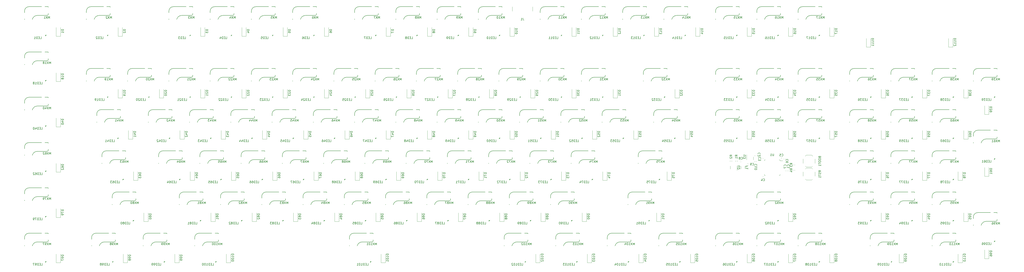
<source format=gbr>
%TF.GenerationSoftware,KiCad,Pcbnew,8.0.2*%
%TF.CreationDate,2024-05-15T22:30:45+02:00*%
%TF.ProjectId,micha_board,6d696368-615f-4626-9f61-72642e6b6963,rev?*%
%TF.SameCoordinates,Original*%
%TF.FileFunction,Legend,Bot*%
%TF.FilePolarity,Positive*%
%FSLAX46Y46*%
G04 Gerber Fmt 4.6, Leading zero omitted, Abs format (unit mm)*
G04 Created by KiCad (PCBNEW 8.0.2) date 2024-05-15 22:30:45*
%MOMM*%
%LPD*%
G01*
G04 APERTURE LIST*
%ADD10C,0.150000*%
%ADD11C,0.120000*%
G04 APERTURE END LIST*
D10*
X262233333Y-36599819D02*
X262233333Y-37314104D01*
X262233333Y-37314104D02*
X262280952Y-37456961D01*
X262280952Y-37456961D02*
X262376190Y-37552200D01*
X262376190Y-37552200D02*
X262519047Y-37599819D01*
X262519047Y-37599819D02*
X262614285Y-37599819D01*
X261233333Y-37599819D02*
X261804761Y-37599819D01*
X261519047Y-37599819D02*
X261519047Y-36599819D01*
X261519047Y-36599819D02*
X261614285Y-36742676D01*
X261614285Y-36742676D02*
X261709523Y-36837914D01*
X261709523Y-36837914D02*
X261804761Y-36885533D01*
X462154819Y-46009524D02*
X461154819Y-46009524D01*
X461154819Y-46009524D02*
X461154819Y-46247619D01*
X461154819Y-46247619D02*
X461202438Y-46390476D01*
X461202438Y-46390476D02*
X461297676Y-46485714D01*
X461297676Y-46485714D02*
X461392914Y-46533333D01*
X461392914Y-46533333D02*
X461583390Y-46580952D01*
X461583390Y-46580952D02*
X461726247Y-46580952D01*
X461726247Y-46580952D02*
X461916723Y-46533333D01*
X461916723Y-46533333D02*
X462011961Y-46485714D01*
X462011961Y-46485714D02*
X462107200Y-46390476D01*
X462107200Y-46390476D02*
X462154819Y-46247619D01*
X462154819Y-46247619D02*
X462154819Y-46009524D01*
X462154819Y-47533333D02*
X462154819Y-46961905D01*
X462154819Y-47247619D02*
X461154819Y-47247619D01*
X461154819Y-47247619D02*
X461297676Y-47152381D01*
X461297676Y-47152381D02*
X461392914Y-47057143D01*
X461392914Y-47057143D02*
X461440533Y-46961905D01*
X462154819Y-48485714D02*
X462154819Y-47914286D01*
X462154819Y-48200000D02*
X461154819Y-48200000D01*
X461154819Y-48200000D02*
X461297676Y-48104762D01*
X461297676Y-48104762D02*
X461392914Y-48009524D01*
X461392914Y-48009524D02*
X461440533Y-47914286D01*
X461250057Y-48866667D02*
X461202438Y-48914286D01*
X461202438Y-48914286D02*
X461154819Y-49009524D01*
X461154819Y-49009524D02*
X461154819Y-49247619D01*
X461154819Y-49247619D02*
X461202438Y-49342857D01*
X461202438Y-49342857D02*
X461250057Y-49390476D01*
X461250057Y-49390476D02*
X461345295Y-49438095D01*
X461345295Y-49438095D02*
X461440533Y-49438095D01*
X461440533Y-49438095D02*
X461583390Y-49390476D01*
X461583390Y-49390476D02*
X462154819Y-48819048D01*
X462154819Y-48819048D02*
X462154819Y-49438095D01*
X424154819Y-46009524D02*
X423154819Y-46009524D01*
X423154819Y-46009524D02*
X423154819Y-46247619D01*
X423154819Y-46247619D02*
X423202438Y-46390476D01*
X423202438Y-46390476D02*
X423297676Y-46485714D01*
X423297676Y-46485714D02*
X423392914Y-46533333D01*
X423392914Y-46533333D02*
X423583390Y-46580952D01*
X423583390Y-46580952D02*
X423726247Y-46580952D01*
X423726247Y-46580952D02*
X423916723Y-46533333D01*
X423916723Y-46533333D02*
X424011961Y-46485714D01*
X424011961Y-46485714D02*
X424107200Y-46390476D01*
X424107200Y-46390476D02*
X424154819Y-46247619D01*
X424154819Y-46247619D02*
X424154819Y-46009524D01*
X424154819Y-47533333D02*
X424154819Y-46961905D01*
X424154819Y-47247619D02*
X423154819Y-47247619D01*
X423154819Y-47247619D02*
X423297676Y-47152381D01*
X423297676Y-47152381D02*
X423392914Y-47057143D01*
X423392914Y-47057143D02*
X423440533Y-46961905D01*
X424154819Y-48485714D02*
X424154819Y-47914286D01*
X424154819Y-48200000D02*
X423154819Y-48200000D01*
X423154819Y-48200000D02*
X423297676Y-48104762D01*
X423297676Y-48104762D02*
X423392914Y-48009524D01*
X423392914Y-48009524D02*
X423440533Y-47914286D01*
X424154819Y-49438095D02*
X424154819Y-48866667D01*
X424154819Y-49152381D02*
X423154819Y-49152381D01*
X423154819Y-49152381D02*
X423297676Y-49057143D01*
X423297676Y-49057143D02*
X423392914Y-48961905D01*
X423392914Y-48961905D02*
X423440533Y-48866667D01*
X463688094Y-141579819D02*
X463688094Y-140579819D01*
X463688094Y-140579819D02*
X463354761Y-141294104D01*
X463354761Y-141294104D02*
X463021428Y-140579819D01*
X463021428Y-140579819D02*
X463021428Y-141579819D01*
X462640475Y-140579819D02*
X461973809Y-141579819D01*
X461973809Y-140579819D02*
X462640475Y-141579819D01*
X461069047Y-141579819D02*
X461640475Y-141579819D01*
X461354761Y-141579819D02*
X461354761Y-140579819D01*
X461354761Y-140579819D02*
X461449999Y-140722676D01*
X461449999Y-140722676D02*
X461545237Y-140817914D01*
X461545237Y-140817914D02*
X461640475Y-140865533D01*
X460116666Y-141579819D02*
X460688094Y-141579819D01*
X460402380Y-141579819D02*
X460402380Y-140579819D01*
X460402380Y-140579819D02*
X460497618Y-140722676D01*
X460497618Y-140722676D02*
X460592856Y-140817914D01*
X460592856Y-140817914D02*
X460688094Y-140865533D01*
X459497618Y-140579819D02*
X459402380Y-140579819D01*
X459402380Y-140579819D02*
X459307142Y-140627438D01*
X459307142Y-140627438D02*
X459259523Y-140675057D01*
X459259523Y-140675057D02*
X459211904Y-140770295D01*
X459211904Y-140770295D02*
X459164285Y-140960771D01*
X459164285Y-140960771D02*
X459164285Y-141198866D01*
X459164285Y-141198866D02*
X459211904Y-141389342D01*
X459211904Y-141389342D02*
X459259523Y-141484580D01*
X459259523Y-141484580D02*
X459307142Y-141532200D01*
X459307142Y-141532200D02*
X459402380Y-141579819D01*
X459402380Y-141579819D02*
X459497618Y-141579819D01*
X459497618Y-141579819D02*
X459592856Y-141532200D01*
X459592856Y-141532200D02*
X459640475Y-141484580D01*
X459640475Y-141484580D02*
X459688094Y-141389342D01*
X459688094Y-141389342D02*
X459735713Y-141198866D01*
X459735713Y-141198866D02*
X459735713Y-140960771D01*
X459735713Y-140960771D02*
X459688094Y-140770295D01*
X459688094Y-140770295D02*
X459640475Y-140675057D01*
X459640475Y-140675057D02*
X459592856Y-140627438D01*
X459592856Y-140627438D02*
X459497618Y-140579819D01*
X435113094Y-141579819D02*
X435113094Y-140579819D01*
X435113094Y-140579819D02*
X434779761Y-141294104D01*
X434779761Y-141294104D02*
X434446428Y-140579819D01*
X434446428Y-140579819D02*
X434446428Y-141579819D01*
X434065475Y-140579819D02*
X433398809Y-141579819D01*
X433398809Y-140579819D02*
X434065475Y-141579819D01*
X432494047Y-141579819D02*
X433065475Y-141579819D01*
X432779761Y-141579819D02*
X432779761Y-140579819D01*
X432779761Y-140579819D02*
X432874999Y-140722676D01*
X432874999Y-140722676D02*
X432970237Y-140817914D01*
X432970237Y-140817914D02*
X433065475Y-140865533D01*
X431874999Y-140579819D02*
X431779761Y-140579819D01*
X431779761Y-140579819D02*
X431684523Y-140627438D01*
X431684523Y-140627438D02*
X431636904Y-140675057D01*
X431636904Y-140675057D02*
X431589285Y-140770295D01*
X431589285Y-140770295D02*
X431541666Y-140960771D01*
X431541666Y-140960771D02*
X431541666Y-141198866D01*
X431541666Y-141198866D02*
X431589285Y-141389342D01*
X431589285Y-141389342D02*
X431636904Y-141484580D01*
X431636904Y-141484580D02*
X431684523Y-141532200D01*
X431684523Y-141532200D02*
X431779761Y-141579819D01*
X431779761Y-141579819D02*
X431874999Y-141579819D01*
X431874999Y-141579819D02*
X431970237Y-141532200D01*
X431970237Y-141532200D02*
X432017856Y-141484580D01*
X432017856Y-141484580D02*
X432065475Y-141389342D01*
X432065475Y-141389342D02*
X432113094Y-141198866D01*
X432113094Y-141198866D02*
X432113094Y-140960771D01*
X432113094Y-140960771D02*
X432065475Y-140770295D01*
X432065475Y-140770295D02*
X432017856Y-140675057D01*
X432017856Y-140675057D02*
X431970237Y-140627438D01*
X431970237Y-140627438D02*
X431874999Y-140579819D01*
X431065475Y-141579819D02*
X430874999Y-141579819D01*
X430874999Y-141579819D02*
X430779761Y-141532200D01*
X430779761Y-141532200D02*
X430732142Y-141484580D01*
X430732142Y-141484580D02*
X430636904Y-141341723D01*
X430636904Y-141341723D02*
X430589285Y-141151247D01*
X430589285Y-141151247D02*
X430589285Y-140770295D01*
X430589285Y-140770295D02*
X430636904Y-140675057D01*
X430636904Y-140675057D02*
X430684523Y-140627438D01*
X430684523Y-140627438D02*
X430779761Y-140579819D01*
X430779761Y-140579819D02*
X430970237Y-140579819D01*
X430970237Y-140579819D02*
X431065475Y-140627438D01*
X431065475Y-140627438D02*
X431113094Y-140675057D01*
X431113094Y-140675057D02*
X431160713Y-140770295D01*
X431160713Y-140770295D02*
X431160713Y-141008390D01*
X431160713Y-141008390D02*
X431113094Y-141103628D01*
X431113094Y-141103628D02*
X431065475Y-141151247D01*
X431065475Y-141151247D02*
X430970237Y-141198866D01*
X430970237Y-141198866D02*
X430779761Y-141198866D01*
X430779761Y-141198866D02*
X430684523Y-141151247D01*
X430684523Y-141151247D02*
X430636904Y-141103628D01*
X430636904Y-141103628D02*
X430589285Y-141008390D01*
X401775594Y-141579819D02*
X401775594Y-140579819D01*
X401775594Y-140579819D02*
X401442261Y-141294104D01*
X401442261Y-141294104D02*
X401108928Y-140579819D01*
X401108928Y-140579819D02*
X401108928Y-141579819D01*
X400727975Y-140579819D02*
X400061309Y-141579819D01*
X400061309Y-140579819D02*
X400727975Y-141579819D01*
X399156547Y-141579819D02*
X399727975Y-141579819D01*
X399442261Y-141579819D02*
X399442261Y-140579819D01*
X399442261Y-140579819D02*
X399537499Y-140722676D01*
X399537499Y-140722676D02*
X399632737Y-140817914D01*
X399632737Y-140817914D02*
X399727975Y-140865533D01*
X398537499Y-140579819D02*
X398442261Y-140579819D01*
X398442261Y-140579819D02*
X398347023Y-140627438D01*
X398347023Y-140627438D02*
X398299404Y-140675057D01*
X398299404Y-140675057D02*
X398251785Y-140770295D01*
X398251785Y-140770295D02*
X398204166Y-140960771D01*
X398204166Y-140960771D02*
X398204166Y-141198866D01*
X398204166Y-141198866D02*
X398251785Y-141389342D01*
X398251785Y-141389342D02*
X398299404Y-141484580D01*
X398299404Y-141484580D02*
X398347023Y-141532200D01*
X398347023Y-141532200D02*
X398442261Y-141579819D01*
X398442261Y-141579819D02*
X398537499Y-141579819D01*
X398537499Y-141579819D02*
X398632737Y-141532200D01*
X398632737Y-141532200D02*
X398680356Y-141484580D01*
X398680356Y-141484580D02*
X398727975Y-141389342D01*
X398727975Y-141389342D02*
X398775594Y-141198866D01*
X398775594Y-141198866D02*
X398775594Y-140960771D01*
X398775594Y-140960771D02*
X398727975Y-140770295D01*
X398727975Y-140770295D02*
X398680356Y-140675057D01*
X398680356Y-140675057D02*
X398632737Y-140627438D01*
X398632737Y-140627438D02*
X398537499Y-140579819D01*
X397632737Y-141008390D02*
X397727975Y-140960771D01*
X397727975Y-140960771D02*
X397775594Y-140913152D01*
X397775594Y-140913152D02*
X397823213Y-140817914D01*
X397823213Y-140817914D02*
X397823213Y-140770295D01*
X397823213Y-140770295D02*
X397775594Y-140675057D01*
X397775594Y-140675057D02*
X397727975Y-140627438D01*
X397727975Y-140627438D02*
X397632737Y-140579819D01*
X397632737Y-140579819D02*
X397442261Y-140579819D01*
X397442261Y-140579819D02*
X397347023Y-140627438D01*
X397347023Y-140627438D02*
X397299404Y-140675057D01*
X397299404Y-140675057D02*
X397251785Y-140770295D01*
X397251785Y-140770295D02*
X397251785Y-140817914D01*
X397251785Y-140817914D02*
X397299404Y-140913152D01*
X397299404Y-140913152D02*
X397347023Y-140960771D01*
X397347023Y-140960771D02*
X397442261Y-141008390D01*
X397442261Y-141008390D02*
X397632737Y-141008390D01*
X397632737Y-141008390D02*
X397727975Y-141056009D01*
X397727975Y-141056009D02*
X397775594Y-141103628D01*
X397775594Y-141103628D02*
X397823213Y-141198866D01*
X397823213Y-141198866D02*
X397823213Y-141389342D01*
X397823213Y-141389342D02*
X397775594Y-141484580D01*
X397775594Y-141484580D02*
X397727975Y-141532200D01*
X397727975Y-141532200D02*
X397632737Y-141579819D01*
X397632737Y-141579819D02*
X397442261Y-141579819D01*
X397442261Y-141579819D02*
X397347023Y-141532200D01*
X397347023Y-141532200D02*
X397299404Y-141484580D01*
X397299404Y-141484580D02*
X397251785Y-141389342D01*
X397251785Y-141389342D02*
X397251785Y-141198866D01*
X397251785Y-141198866D02*
X397299404Y-141103628D01*
X397299404Y-141103628D02*
X397347023Y-141056009D01*
X397347023Y-141056009D02*
X397442261Y-141008390D01*
X382725594Y-141579819D02*
X382725594Y-140579819D01*
X382725594Y-140579819D02*
X382392261Y-141294104D01*
X382392261Y-141294104D02*
X382058928Y-140579819D01*
X382058928Y-140579819D02*
X382058928Y-141579819D01*
X381677975Y-140579819D02*
X381011309Y-141579819D01*
X381011309Y-140579819D02*
X381677975Y-141579819D01*
X380106547Y-141579819D02*
X380677975Y-141579819D01*
X380392261Y-141579819D02*
X380392261Y-140579819D01*
X380392261Y-140579819D02*
X380487499Y-140722676D01*
X380487499Y-140722676D02*
X380582737Y-140817914D01*
X380582737Y-140817914D02*
X380677975Y-140865533D01*
X379487499Y-140579819D02*
X379392261Y-140579819D01*
X379392261Y-140579819D02*
X379297023Y-140627438D01*
X379297023Y-140627438D02*
X379249404Y-140675057D01*
X379249404Y-140675057D02*
X379201785Y-140770295D01*
X379201785Y-140770295D02*
X379154166Y-140960771D01*
X379154166Y-140960771D02*
X379154166Y-141198866D01*
X379154166Y-141198866D02*
X379201785Y-141389342D01*
X379201785Y-141389342D02*
X379249404Y-141484580D01*
X379249404Y-141484580D02*
X379297023Y-141532200D01*
X379297023Y-141532200D02*
X379392261Y-141579819D01*
X379392261Y-141579819D02*
X379487499Y-141579819D01*
X379487499Y-141579819D02*
X379582737Y-141532200D01*
X379582737Y-141532200D02*
X379630356Y-141484580D01*
X379630356Y-141484580D02*
X379677975Y-141389342D01*
X379677975Y-141389342D02*
X379725594Y-141198866D01*
X379725594Y-141198866D02*
X379725594Y-140960771D01*
X379725594Y-140960771D02*
X379677975Y-140770295D01*
X379677975Y-140770295D02*
X379630356Y-140675057D01*
X379630356Y-140675057D02*
X379582737Y-140627438D01*
X379582737Y-140627438D02*
X379487499Y-140579819D01*
X378820832Y-140579819D02*
X378154166Y-140579819D01*
X378154166Y-140579819D02*
X378582737Y-141579819D01*
X363675594Y-141579819D02*
X363675594Y-140579819D01*
X363675594Y-140579819D02*
X363342261Y-141294104D01*
X363342261Y-141294104D02*
X363008928Y-140579819D01*
X363008928Y-140579819D02*
X363008928Y-141579819D01*
X362627975Y-140579819D02*
X361961309Y-141579819D01*
X361961309Y-140579819D02*
X362627975Y-141579819D01*
X361056547Y-141579819D02*
X361627975Y-141579819D01*
X361342261Y-141579819D02*
X361342261Y-140579819D01*
X361342261Y-140579819D02*
X361437499Y-140722676D01*
X361437499Y-140722676D02*
X361532737Y-140817914D01*
X361532737Y-140817914D02*
X361627975Y-140865533D01*
X360437499Y-140579819D02*
X360342261Y-140579819D01*
X360342261Y-140579819D02*
X360247023Y-140627438D01*
X360247023Y-140627438D02*
X360199404Y-140675057D01*
X360199404Y-140675057D02*
X360151785Y-140770295D01*
X360151785Y-140770295D02*
X360104166Y-140960771D01*
X360104166Y-140960771D02*
X360104166Y-141198866D01*
X360104166Y-141198866D02*
X360151785Y-141389342D01*
X360151785Y-141389342D02*
X360199404Y-141484580D01*
X360199404Y-141484580D02*
X360247023Y-141532200D01*
X360247023Y-141532200D02*
X360342261Y-141579819D01*
X360342261Y-141579819D02*
X360437499Y-141579819D01*
X360437499Y-141579819D02*
X360532737Y-141532200D01*
X360532737Y-141532200D02*
X360580356Y-141484580D01*
X360580356Y-141484580D02*
X360627975Y-141389342D01*
X360627975Y-141389342D02*
X360675594Y-141198866D01*
X360675594Y-141198866D02*
X360675594Y-140960771D01*
X360675594Y-140960771D02*
X360627975Y-140770295D01*
X360627975Y-140770295D02*
X360580356Y-140675057D01*
X360580356Y-140675057D02*
X360532737Y-140627438D01*
X360532737Y-140627438D02*
X360437499Y-140579819D01*
X359247023Y-140579819D02*
X359437499Y-140579819D01*
X359437499Y-140579819D02*
X359532737Y-140627438D01*
X359532737Y-140627438D02*
X359580356Y-140675057D01*
X359580356Y-140675057D02*
X359675594Y-140817914D01*
X359675594Y-140817914D02*
X359723213Y-141008390D01*
X359723213Y-141008390D02*
X359723213Y-141389342D01*
X359723213Y-141389342D02*
X359675594Y-141484580D01*
X359675594Y-141484580D02*
X359627975Y-141532200D01*
X359627975Y-141532200D02*
X359532737Y-141579819D01*
X359532737Y-141579819D02*
X359342261Y-141579819D01*
X359342261Y-141579819D02*
X359247023Y-141532200D01*
X359247023Y-141532200D02*
X359199404Y-141484580D01*
X359199404Y-141484580D02*
X359151785Y-141389342D01*
X359151785Y-141389342D02*
X359151785Y-141151247D01*
X359151785Y-141151247D02*
X359199404Y-141056009D01*
X359199404Y-141056009D02*
X359247023Y-141008390D01*
X359247023Y-141008390D02*
X359342261Y-140960771D01*
X359342261Y-140960771D02*
X359532737Y-140960771D01*
X359532737Y-140960771D02*
X359627975Y-141008390D01*
X359627975Y-141008390D02*
X359675594Y-141056009D01*
X359675594Y-141056009D02*
X359723213Y-141151247D01*
X337481844Y-141579819D02*
X337481844Y-140579819D01*
X337481844Y-140579819D02*
X337148511Y-141294104D01*
X337148511Y-141294104D02*
X336815178Y-140579819D01*
X336815178Y-140579819D02*
X336815178Y-141579819D01*
X336434225Y-140579819D02*
X335767559Y-141579819D01*
X335767559Y-140579819D02*
X336434225Y-141579819D01*
X334862797Y-141579819D02*
X335434225Y-141579819D01*
X335148511Y-141579819D02*
X335148511Y-140579819D01*
X335148511Y-140579819D02*
X335243749Y-140722676D01*
X335243749Y-140722676D02*
X335338987Y-140817914D01*
X335338987Y-140817914D02*
X335434225Y-140865533D01*
X334243749Y-140579819D02*
X334148511Y-140579819D01*
X334148511Y-140579819D02*
X334053273Y-140627438D01*
X334053273Y-140627438D02*
X334005654Y-140675057D01*
X334005654Y-140675057D02*
X333958035Y-140770295D01*
X333958035Y-140770295D02*
X333910416Y-140960771D01*
X333910416Y-140960771D02*
X333910416Y-141198866D01*
X333910416Y-141198866D02*
X333958035Y-141389342D01*
X333958035Y-141389342D02*
X334005654Y-141484580D01*
X334005654Y-141484580D02*
X334053273Y-141532200D01*
X334053273Y-141532200D02*
X334148511Y-141579819D01*
X334148511Y-141579819D02*
X334243749Y-141579819D01*
X334243749Y-141579819D02*
X334338987Y-141532200D01*
X334338987Y-141532200D02*
X334386606Y-141484580D01*
X334386606Y-141484580D02*
X334434225Y-141389342D01*
X334434225Y-141389342D02*
X334481844Y-141198866D01*
X334481844Y-141198866D02*
X334481844Y-140960771D01*
X334481844Y-140960771D02*
X334434225Y-140770295D01*
X334434225Y-140770295D02*
X334386606Y-140675057D01*
X334386606Y-140675057D02*
X334338987Y-140627438D01*
X334338987Y-140627438D02*
X334243749Y-140579819D01*
X333005654Y-140579819D02*
X333481844Y-140579819D01*
X333481844Y-140579819D02*
X333529463Y-141056009D01*
X333529463Y-141056009D02*
X333481844Y-141008390D01*
X333481844Y-141008390D02*
X333386606Y-140960771D01*
X333386606Y-140960771D02*
X333148511Y-140960771D01*
X333148511Y-140960771D02*
X333053273Y-141008390D01*
X333053273Y-141008390D02*
X333005654Y-141056009D01*
X333005654Y-141056009D02*
X332958035Y-141151247D01*
X332958035Y-141151247D02*
X332958035Y-141389342D01*
X332958035Y-141389342D02*
X333005654Y-141484580D01*
X333005654Y-141484580D02*
X333053273Y-141532200D01*
X333053273Y-141532200D02*
X333148511Y-141579819D01*
X333148511Y-141579819D02*
X333386606Y-141579819D01*
X333386606Y-141579819D02*
X333481844Y-141532200D01*
X333481844Y-141532200D02*
X333529463Y-141484580D01*
X313669344Y-141579819D02*
X313669344Y-140579819D01*
X313669344Y-140579819D02*
X313336011Y-141294104D01*
X313336011Y-141294104D02*
X313002678Y-140579819D01*
X313002678Y-140579819D02*
X313002678Y-141579819D01*
X312621725Y-140579819D02*
X311955059Y-141579819D01*
X311955059Y-140579819D02*
X312621725Y-141579819D01*
X311050297Y-141579819D02*
X311621725Y-141579819D01*
X311336011Y-141579819D02*
X311336011Y-140579819D01*
X311336011Y-140579819D02*
X311431249Y-140722676D01*
X311431249Y-140722676D02*
X311526487Y-140817914D01*
X311526487Y-140817914D02*
X311621725Y-140865533D01*
X310431249Y-140579819D02*
X310336011Y-140579819D01*
X310336011Y-140579819D02*
X310240773Y-140627438D01*
X310240773Y-140627438D02*
X310193154Y-140675057D01*
X310193154Y-140675057D02*
X310145535Y-140770295D01*
X310145535Y-140770295D02*
X310097916Y-140960771D01*
X310097916Y-140960771D02*
X310097916Y-141198866D01*
X310097916Y-141198866D02*
X310145535Y-141389342D01*
X310145535Y-141389342D02*
X310193154Y-141484580D01*
X310193154Y-141484580D02*
X310240773Y-141532200D01*
X310240773Y-141532200D02*
X310336011Y-141579819D01*
X310336011Y-141579819D02*
X310431249Y-141579819D01*
X310431249Y-141579819D02*
X310526487Y-141532200D01*
X310526487Y-141532200D02*
X310574106Y-141484580D01*
X310574106Y-141484580D02*
X310621725Y-141389342D01*
X310621725Y-141389342D02*
X310669344Y-141198866D01*
X310669344Y-141198866D02*
X310669344Y-140960771D01*
X310669344Y-140960771D02*
X310621725Y-140770295D01*
X310621725Y-140770295D02*
X310574106Y-140675057D01*
X310574106Y-140675057D02*
X310526487Y-140627438D01*
X310526487Y-140627438D02*
X310431249Y-140579819D01*
X309240773Y-140913152D02*
X309240773Y-141579819D01*
X309478868Y-140532200D02*
X309716963Y-141246485D01*
X309716963Y-141246485D02*
X309097916Y-141246485D01*
X289856844Y-141579819D02*
X289856844Y-140579819D01*
X289856844Y-140579819D02*
X289523511Y-141294104D01*
X289523511Y-141294104D02*
X289190178Y-140579819D01*
X289190178Y-140579819D02*
X289190178Y-141579819D01*
X288809225Y-140579819D02*
X288142559Y-141579819D01*
X288142559Y-140579819D02*
X288809225Y-141579819D01*
X287237797Y-141579819D02*
X287809225Y-141579819D01*
X287523511Y-141579819D02*
X287523511Y-140579819D01*
X287523511Y-140579819D02*
X287618749Y-140722676D01*
X287618749Y-140722676D02*
X287713987Y-140817914D01*
X287713987Y-140817914D02*
X287809225Y-140865533D01*
X286618749Y-140579819D02*
X286523511Y-140579819D01*
X286523511Y-140579819D02*
X286428273Y-140627438D01*
X286428273Y-140627438D02*
X286380654Y-140675057D01*
X286380654Y-140675057D02*
X286333035Y-140770295D01*
X286333035Y-140770295D02*
X286285416Y-140960771D01*
X286285416Y-140960771D02*
X286285416Y-141198866D01*
X286285416Y-141198866D02*
X286333035Y-141389342D01*
X286333035Y-141389342D02*
X286380654Y-141484580D01*
X286380654Y-141484580D02*
X286428273Y-141532200D01*
X286428273Y-141532200D02*
X286523511Y-141579819D01*
X286523511Y-141579819D02*
X286618749Y-141579819D01*
X286618749Y-141579819D02*
X286713987Y-141532200D01*
X286713987Y-141532200D02*
X286761606Y-141484580D01*
X286761606Y-141484580D02*
X286809225Y-141389342D01*
X286809225Y-141389342D02*
X286856844Y-141198866D01*
X286856844Y-141198866D02*
X286856844Y-140960771D01*
X286856844Y-140960771D02*
X286809225Y-140770295D01*
X286809225Y-140770295D02*
X286761606Y-140675057D01*
X286761606Y-140675057D02*
X286713987Y-140627438D01*
X286713987Y-140627438D02*
X286618749Y-140579819D01*
X285952082Y-140579819D02*
X285333035Y-140579819D01*
X285333035Y-140579819D02*
X285666368Y-140960771D01*
X285666368Y-140960771D02*
X285523511Y-140960771D01*
X285523511Y-140960771D02*
X285428273Y-141008390D01*
X285428273Y-141008390D02*
X285380654Y-141056009D01*
X285380654Y-141056009D02*
X285333035Y-141151247D01*
X285333035Y-141151247D02*
X285333035Y-141389342D01*
X285333035Y-141389342D02*
X285380654Y-141484580D01*
X285380654Y-141484580D02*
X285428273Y-141532200D01*
X285428273Y-141532200D02*
X285523511Y-141579819D01*
X285523511Y-141579819D02*
X285809225Y-141579819D01*
X285809225Y-141579819D02*
X285904463Y-141532200D01*
X285904463Y-141532200D02*
X285952082Y-141484580D01*
X266044344Y-141579819D02*
X266044344Y-140579819D01*
X266044344Y-140579819D02*
X265711011Y-141294104D01*
X265711011Y-141294104D02*
X265377678Y-140579819D01*
X265377678Y-140579819D02*
X265377678Y-141579819D01*
X264996725Y-140579819D02*
X264330059Y-141579819D01*
X264330059Y-140579819D02*
X264996725Y-141579819D01*
X263425297Y-141579819D02*
X263996725Y-141579819D01*
X263711011Y-141579819D02*
X263711011Y-140579819D01*
X263711011Y-140579819D02*
X263806249Y-140722676D01*
X263806249Y-140722676D02*
X263901487Y-140817914D01*
X263901487Y-140817914D02*
X263996725Y-140865533D01*
X262806249Y-140579819D02*
X262711011Y-140579819D01*
X262711011Y-140579819D02*
X262615773Y-140627438D01*
X262615773Y-140627438D02*
X262568154Y-140675057D01*
X262568154Y-140675057D02*
X262520535Y-140770295D01*
X262520535Y-140770295D02*
X262472916Y-140960771D01*
X262472916Y-140960771D02*
X262472916Y-141198866D01*
X262472916Y-141198866D02*
X262520535Y-141389342D01*
X262520535Y-141389342D02*
X262568154Y-141484580D01*
X262568154Y-141484580D02*
X262615773Y-141532200D01*
X262615773Y-141532200D02*
X262711011Y-141579819D01*
X262711011Y-141579819D02*
X262806249Y-141579819D01*
X262806249Y-141579819D02*
X262901487Y-141532200D01*
X262901487Y-141532200D02*
X262949106Y-141484580D01*
X262949106Y-141484580D02*
X262996725Y-141389342D01*
X262996725Y-141389342D02*
X263044344Y-141198866D01*
X263044344Y-141198866D02*
X263044344Y-140960771D01*
X263044344Y-140960771D02*
X262996725Y-140770295D01*
X262996725Y-140770295D02*
X262949106Y-140675057D01*
X262949106Y-140675057D02*
X262901487Y-140627438D01*
X262901487Y-140627438D02*
X262806249Y-140579819D01*
X262091963Y-140675057D02*
X262044344Y-140627438D01*
X262044344Y-140627438D02*
X261949106Y-140579819D01*
X261949106Y-140579819D02*
X261711011Y-140579819D01*
X261711011Y-140579819D02*
X261615773Y-140627438D01*
X261615773Y-140627438D02*
X261568154Y-140675057D01*
X261568154Y-140675057D02*
X261520535Y-140770295D01*
X261520535Y-140770295D02*
X261520535Y-140865533D01*
X261520535Y-140865533D02*
X261568154Y-141008390D01*
X261568154Y-141008390D02*
X262139582Y-141579819D01*
X262139582Y-141579819D02*
X261520535Y-141579819D01*
X194606844Y-141579819D02*
X194606844Y-140579819D01*
X194606844Y-140579819D02*
X194273511Y-141294104D01*
X194273511Y-141294104D02*
X193940178Y-140579819D01*
X193940178Y-140579819D02*
X193940178Y-141579819D01*
X193559225Y-140579819D02*
X192892559Y-141579819D01*
X192892559Y-140579819D02*
X193559225Y-141579819D01*
X191987797Y-141579819D02*
X192559225Y-141579819D01*
X192273511Y-141579819D02*
X192273511Y-140579819D01*
X192273511Y-140579819D02*
X192368749Y-140722676D01*
X192368749Y-140722676D02*
X192463987Y-140817914D01*
X192463987Y-140817914D02*
X192559225Y-140865533D01*
X191368749Y-140579819D02*
X191273511Y-140579819D01*
X191273511Y-140579819D02*
X191178273Y-140627438D01*
X191178273Y-140627438D02*
X191130654Y-140675057D01*
X191130654Y-140675057D02*
X191083035Y-140770295D01*
X191083035Y-140770295D02*
X191035416Y-140960771D01*
X191035416Y-140960771D02*
X191035416Y-141198866D01*
X191035416Y-141198866D02*
X191083035Y-141389342D01*
X191083035Y-141389342D02*
X191130654Y-141484580D01*
X191130654Y-141484580D02*
X191178273Y-141532200D01*
X191178273Y-141532200D02*
X191273511Y-141579819D01*
X191273511Y-141579819D02*
X191368749Y-141579819D01*
X191368749Y-141579819D02*
X191463987Y-141532200D01*
X191463987Y-141532200D02*
X191511606Y-141484580D01*
X191511606Y-141484580D02*
X191559225Y-141389342D01*
X191559225Y-141389342D02*
X191606844Y-141198866D01*
X191606844Y-141198866D02*
X191606844Y-140960771D01*
X191606844Y-140960771D02*
X191559225Y-140770295D01*
X191559225Y-140770295D02*
X191511606Y-140675057D01*
X191511606Y-140675057D02*
X191463987Y-140627438D01*
X191463987Y-140627438D02*
X191368749Y-140579819D01*
X190083035Y-141579819D02*
X190654463Y-141579819D01*
X190368749Y-141579819D02*
X190368749Y-140579819D01*
X190368749Y-140579819D02*
X190463987Y-140722676D01*
X190463987Y-140722676D02*
X190559225Y-140817914D01*
X190559225Y-140817914D02*
X190654463Y-140865533D01*
X123169344Y-141579819D02*
X123169344Y-140579819D01*
X123169344Y-140579819D02*
X122836011Y-141294104D01*
X122836011Y-141294104D02*
X122502678Y-140579819D01*
X122502678Y-140579819D02*
X122502678Y-141579819D01*
X122121725Y-140579819D02*
X121455059Y-141579819D01*
X121455059Y-140579819D02*
X122121725Y-141579819D01*
X120550297Y-141579819D02*
X121121725Y-141579819D01*
X120836011Y-141579819D02*
X120836011Y-140579819D01*
X120836011Y-140579819D02*
X120931249Y-140722676D01*
X120931249Y-140722676D02*
X121026487Y-140817914D01*
X121026487Y-140817914D02*
X121121725Y-140865533D01*
X119931249Y-140579819D02*
X119836011Y-140579819D01*
X119836011Y-140579819D02*
X119740773Y-140627438D01*
X119740773Y-140627438D02*
X119693154Y-140675057D01*
X119693154Y-140675057D02*
X119645535Y-140770295D01*
X119645535Y-140770295D02*
X119597916Y-140960771D01*
X119597916Y-140960771D02*
X119597916Y-141198866D01*
X119597916Y-141198866D02*
X119645535Y-141389342D01*
X119645535Y-141389342D02*
X119693154Y-141484580D01*
X119693154Y-141484580D02*
X119740773Y-141532200D01*
X119740773Y-141532200D02*
X119836011Y-141579819D01*
X119836011Y-141579819D02*
X119931249Y-141579819D01*
X119931249Y-141579819D02*
X120026487Y-141532200D01*
X120026487Y-141532200D02*
X120074106Y-141484580D01*
X120074106Y-141484580D02*
X120121725Y-141389342D01*
X120121725Y-141389342D02*
X120169344Y-141198866D01*
X120169344Y-141198866D02*
X120169344Y-140960771D01*
X120169344Y-140960771D02*
X120121725Y-140770295D01*
X120121725Y-140770295D02*
X120074106Y-140675057D01*
X120074106Y-140675057D02*
X120026487Y-140627438D01*
X120026487Y-140627438D02*
X119931249Y-140579819D01*
X118978868Y-140579819D02*
X118883630Y-140579819D01*
X118883630Y-140579819D02*
X118788392Y-140627438D01*
X118788392Y-140627438D02*
X118740773Y-140675057D01*
X118740773Y-140675057D02*
X118693154Y-140770295D01*
X118693154Y-140770295D02*
X118645535Y-140960771D01*
X118645535Y-140960771D02*
X118645535Y-141198866D01*
X118645535Y-141198866D02*
X118693154Y-141389342D01*
X118693154Y-141389342D02*
X118740773Y-141484580D01*
X118740773Y-141484580D02*
X118788392Y-141532200D01*
X118788392Y-141532200D02*
X118883630Y-141579819D01*
X118883630Y-141579819D02*
X118978868Y-141579819D01*
X118978868Y-141579819D02*
X119074106Y-141532200D01*
X119074106Y-141532200D02*
X119121725Y-141484580D01*
X119121725Y-141484580D02*
X119169344Y-141389342D01*
X119169344Y-141389342D02*
X119216963Y-141198866D01*
X119216963Y-141198866D02*
X119216963Y-140960771D01*
X119216963Y-140960771D02*
X119169344Y-140770295D01*
X119169344Y-140770295D02*
X119121725Y-140675057D01*
X119121725Y-140675057D02*
X119074106Y-140627438D01*
X119074106Y-140627438D02*
X118978868Y-140579819D01*
X98880654Y-141579819D02*
X98880654Y-140579819D01*
X98880654Y-140579819D02*
X98547321Y-141294104D01*
X98547321Y-141294104D02*
X98213988Y-140579819D01*
X98213988Y-140579819D02*
X98213988Y-141579819D01*
X97833035Y-140579819D02*
X97166369Y-141579819D01*
X97166369Y-140579819D02*
X97833035Y-141579819D01*
X96737797Y-141579819D02*
X96547321Y-141579819D01*
X96547321Y-141579819D02*
X96452083Y-141532200D01*
X96452083Y-141532200D02*
X96404464Y-141484580D01*
X96404464Y-141484580D02*
X96309226Y-141341723D01*
X96309226Y-141341723D02*
X96261607Y-141151247D01*
X96261607Y-141151247D02*
X96261607Y-140770295D01*
X96261607Y-140770295D02*
X96309226Y-140675057D01*
X96309226Y-140675057D02*
X96356845Y-140627438D01*
X96356845Y-140627438D02*
X96452083Y-140579819D01*
X96452083Y-140579819D02*
X96642559Y-140579819D01*
X96642559Y-140579819D02*
X96737797Y-140627438D01*
X96737797Y-140627438D02*
X96785416Y-140675057D01*
X96785416Y-140675057D02*
X96833035Y-140770295D01*
X96833035Y-140770295D02*
X96833035Y-141008390D01*
X96833035Y-141008390D02*
X96785416Y-141103628D01*
X96785416Y-141103628D02*
X96737797Y-141151247D01*
X96737797Y-141151247D02*
X96642559Y-141198866D01*
X96642559Y-141198866D02*
X96452083Y-141198866D01*
X96452083Y-141198866D02*
X96356845Y-141151247D01*
X96356845Y-141151247D02*
X96309226Y-141103628D01*
X96309226Y-141103628D02*
X96261607Y-141008390D01*
X95785416Y-141579819D02*
X95594940Y-141579819D01*
X95594940Y-141579819D02*
X95499702Y-141532200D01*
X95499702Y-141532200D02*
X95452083Y-141484580D01*
X95452083Y-141484580D02*
X95356845Y-141341723D01*
X95356845Y-141341723D02*
X95309226Y-141151247D01*
X95309226Y-141151247D02*
X95309226Y-140770295D01*
X95309226Y-140770295D02*
X95356845Y-140675057D01*
X95356845Y-140675057D02*
X95404464Y-140627438D01*
X95404464Y-140627438D02*
X95499702Y-140579819D01*
X95499702Y-140579819D02*
X95690178Y-140579819D01*
X95690178Y-140579819D02*
X95785416Y-140627438D01*
X95785416Y-140627438D02*
X95833035Y-140675057D01*
X95833035Y-140675057D02*
X95880654Y-140770295D01*
X95880654Y-140770295D02*
X95880654Y-141008390D01*
X95880654Y-141008390D02*
X95833035Y-141103628D01*
X95833035Y-141103628D02*
X95785416Y-141151247D01*
X95785416Y-141151247D02*
X95690178Y-141198866D01*
X95690178Y-141198866D02*
X95499702Y-141198866D01*
X95499702Y-141198866D02*
X95404464Y-141151247D01*
X95404464Y-141151247D02*
X95356845Y-141103628D01*
X95356845Y-141103628D02*
X95309226Y-141008390D01*
X75068154Y-141579819D02*
X75068154Y-140579819D01*
X75068154Y-140579819D02*
X74734821Y-141294104D01*
X74734821Y-141294104D02*
X74401488Y-140579819D01*
X74401488Y-140579819D02*
X74401488Y-141579819D01*
X74020535Y-140579819D02*
X73353869Y-141579819D01*
X73353869Y-140579819D02*
X74020535Y-141579819D01*
X72925297Y-141579819D02*
X72734821Y-141579819D01*
X72734821Y-141579819D02*
X72639583Y-141532200D01*
X72639583Y-141532200D02*
X72591964Y-141484580D01*
X72591964Y-141484580D02*
X72496726Y-141341723D01*
X72496726Y-141341723D02*
X72449107Y-141151247D01*
X72449107Y-141151247D02*
X72449107Y-140770295D01*
X72449107Y-140770295D02*
X72496726Y-140675057D01*
X72496726Y-140675057D02*
X72544345Y-140627438D01*
X72544345Y-140627438D02*
X72639583Y-140579819D01*
X72639583Y-140579819D02*
X72830059Y-140579819D01*
X72830059Y-140579819D02*
X72925297Y-140627438D01*
X72925297Y-140627438D02*
X72972916Y-140675057D01*
X72972916Y-140675057D02*
X73020535Y-140770295D01*
X73020535Y-140770295D02*
X73020535Y-141008390D01*
X73020535Y-141008390D02*
X72972916Y-141103628D01*
X72972916Y-141103628D02*
X72925297Y-141151247D01*
X72925297Y-141151247D02*
X72830059Y-141198866D01*
X72830059Y-141198866D02*
X72639583Y-141198866D01*
X72639583Y-141198866D02*
X72544345Y-141151247D01*
X72544345Y-141151247D02*
X72496726Y-141103628D01*
X72496726Y-141103628D02*
X72449107Y-141008390D01*
X71877678Y-141008390D02*
X71972916Y-140960771D01*
X71972916Y-140960771D02*
X72020535Y-140913152D01*
X72020535Y-140913152D02*
X72068154Y-140817914D01*
X72068154Y-140817914D02*
X72068154Y-140770295D01*
X72068154Y-140770295D02*
X72020535Y-140675057D01*
X72020535Y-140675057D02*
X71972916Y-140627438D01*
X71972916Y-140627438D02*
X71877678Y-140579819D01*
X71877678Y-140579819D02*
X71687202Y-140579819D01*
X71687202Y-140579819D02*
X71591964Y-140627438D01*
X71591964Y-140627438D02*
X71544345Y-140675057D01*
X71544345Y-140675057D02*
X71496726Y-140770295D01*
X71496726Y-140770295D02*
X71496726Y-140817914D01*
X71496726Y-140817914D02*
X71544345Y-140913152D01*
X71544345Y-140913152D02*
X71591964Y-140960771D01*
X71591964Y-140960771D02*
X71687202Y-141008390D01*
X71687202Y-141008390D02*
X71877678Y-141008390D01*
X71877678Y-141008390D02*
X71972916Y-141056009D01*
X71972916Y-141056009D02*
X72020535Y-141103628D01*
X72020535Y-141103628D02*
X72068154Y-141198866D01*
X72068154Y-141198866D02*
X72068154Y-141389342D01*
X72068154Y-141389342D02*
X72020535Y-141484580D01*
X72020535Y-141484580D02*
X71972916Y-141532200D01*
X71972916Y-141532200D02*
X71877678Y-141579819D01*
X71877678Y-141579819D02*
X71687202Y-141579819D01*
X71687202Y-141579819D02*
X71591964Y-141532200D01*
X71591964Y-141532200D02*
X71544345Y-141484580D01*
X71544345Y-141484580D02*
X71496726Y-141389342D01*
X71496726Y-141389342D02*
X71496726Y-141198866D01*
X71496726Y-141198866D02*
X71544345Y-141103628D01*
X71544345Y-141103628D02*
X71591964Y-141056009D01*
X71591964Y-141056009D02*
X71687202Y-141008390D01*
X44111904Y-141579819D02*
X44111904Y-140579819D01*
X44111904Y-140579819D02*
X43778571Y-141294104D01*
X43778571Y-141294104D02*
X43445238Y-140579819D01*
X43445238Y-140579819D02*
X43445238Y-141579819D01*
X43064285Y-140579819D02*
X42397619Y-141579819D01*
X42397619Y-140579819D02*
X43064285Y-141579819D01*
X41969047Y-141579819D02*
X41778571Y-141579819D01*
X41778571Y-141579819D02*
X41683333Y-141532200D01*
X41683333Y-141532200D02*
X41635714Y-141484580D01*
X41635714Y-141484580D02*
X41540476Y-141341723D01*
X41540476Y-141341723D02*
X41492857Y-141151247D01*
X41492857Y-141151247D02*
X41492857Y-140770295D01*
X41492857Y-140770295D02*
X41540476Y-140675057D01*
X41540476Y-140675057D02*
X41588095Y-140627438D01*
X41588095Y-140627438D02*
X41683333Y-140579819D01*
X41683333Y-140579819D02*
X41873809Y-140579819D01*
X41873809Y-140579819D02*
X41969047Y-140627438D01*
X41969047Y-140627438D02*
X42016666Y-140675057D01*
X42016666Y-140675057D02*
X42064285Y-140770295D01*
X42064285Y-140770295D02*
X42064285Y-141008390D01*
X42064285Y-141008390D02*
X42016666Y-141103628D01*
X42016666Y-141103628D02*
X41969047Y-141151247D01*
X41969047Y-141151247D02*
X41873809Y-141198866D01*
X41873809Y-141198866D02*
X41683333Y-141198866D01*
X41683333Y-141198866D02*
X41588095Y-141151247D01*
X41588095Y-141151247D02*
X41540476Y-141103628D01*
X41540476Y-141103628D02*
X41492857Y-141008390D01*
X41159523Y-140579819D02*
X40492857Y-140579819D01*
X40492857Y-140579819D02*
X40921428Y-141579819D01*
X482261904Y-132054819D02*
X482261904Y-131054819D01*
X482261904Y-131054819D02*
X481928571Y-131769104D01*
X481928571Y-131769104D02*
X481595238Y-131054819D01*
X481595238Y-131054819D02*
X481595238Y-132054819D01*
X481214285Y-131054819D02*
X480547619Y-132054819D01*
X480547619Y-131054819D02*
X481214285Y-132054819D01*
X480119047Y-132054819D02*
X479928571Y-132054819D01*
X479928571Y-132054819D02*
X479833333Y-132007200D01*
X479833333Y-132007200D02*
X479785714Y-131959580D01*
X479785714Y-131959580D02*
X479690476Y-131816723D01*
X479690476Y-131816723D02*
X479642857Y-131626247D01*
X479642857Y-131626247D02*
X479642857Y-131245295D01*
X479642857Y-131245295D02*
X479690476Y-131150057D01*
X479690476Y-131150057D02*
X479738095Y-131102438D01*
X479738095Y-131102438D02*
X479833333Y-131054819D01*
X479833333Y-131054819D02*
X480023809Y-131054819D01*
X480023809Y-131054819D02*
X480119047Y-131102438D01*
X480119047Y-131102438D02*
X480166666Y-131150057D01*
X480166666Y-131150057D02*
X480214285Y-131245295D01*
X480214285Y-131245295D02*
X480214285Y-131483390D01*
X480214285Y-131483390D02*
X480166666Y-131578628D01*
X480166666Y-131578628D02*
X480119047Y-131626247D01*
X480119047Y-131626247D02*
X480023809Y-131673866D01*
X480023809Y-131673866D02*
X479833333Y-131673866D01*
X479833333Y-131673866D02*
X479738095Y-131626247D01*
X479738095Y-131626247D02*
X479690476Y-131578628D01*
X479690476Y-131578628D02*
X479642857Y-131483390D01*
X478785714Y-131054819D02*
X478976190Y-131054819D01*
X478976190Y-131054819D02*
X479071428Y-131102438D01*
X479071428Y-131102438D02*
X479119047Y-131150057D01*
X479119047Y-131150057D02*
X479214285Y-131292914D01*
X479214285Y-131292914D02*
X479261904Y-131483390D01*
X479261904Y-131483390D02*
X479261904Y-131864342D01*
X479261904Y-131864342D02*
X479214285Y-131959580D01*
X479214285Y-131959580D02*
X479166666Y-132007200D01*
X479166666Y-132007200D02*
X479071428Y-132054819D01*
X479071428Y-132054819D02*
X478880952Y-132054819D01*
X478880952Y-132054819D02*
X478785714Y-132007200D01*
X478785714Y-132007200D02*
X478738095Y-131959580D01*
X478738095Y-131959580D02*
X478690476Y-131864342D01*
X478690476Y-131864342D02*
X478690476Y-131626247D01*
X478690476Y-131626247D02*
X478738095Y-131531009D01*
X478738095Y-131531009D02*
X478785714Y-131483390D01*
X478785714Y-131483390D02*
X478880952Y-131435771D01*
X478880952Y-131435771D02*
X479071428Y-131435771D01*
X479071428Y-131435771D02*
X479166666Y-131483390D01*
X479166666Y-131483390D02*
X479214285Y-131531009D01*
X479214285Y-131531009D02*
X479261904Y-131626247D01*
X463211904Y-122529819D02*
X463211904Y-121529819D01*
X463211904Y-121529819D02*
X462878571Y-122244104D01*
X462878571Y-122244104D02*
X462545238Y-121529819D01*
X462545238Y-121529819D02*
X462545238Y-122529819D01*
X462164285Y-121529819D02*
X461497619Y-122529819D01*
X461497619Y-121529819D02*
X462164285Y-122529819D01*
X461069047Y-122529819D02*
X460878571Y-122529819D01*
X460878571Y-122529819D02*
X460783333Y-122482200D01*
X460783333Y-122482200D02*
X460735714Y-122434580D01*
X460735714Y-122434580D02*
X460640476Y-122291723D01*
X460640476Y-122291723D02*
X460592857Y-122101247D01*
X460592857Y-122101247D02*
X460592857Y-121720295D01*
X460592857Y-121720295D02*
X460640476Y-121625057D01*
X460640476Y-121625057D02*
X460688095Y-121577438D01*
X460688095Y-121577438D02*
X460783333Y-121529819D01*
X460783333Y-121529819D02*
X460973809Y-121529819D01*
X460973809Y-121529819D02*
X461069047Y-121577438D01*
X461069047Y-121577438D02*
X461116666Y-121625057D01*
X461116666Y-121625057D02*
X461164285Y-121720295D01*
X461164285Y-121720295D02*
X461164285Y-121958390D01*
X461164285Y-121958390D02*
X461116666Y-122053628D01*
X461116666Y-122053628D02*
X461069047Y-122101247D01*
X461069047Y-122101247D02*
X460973809Y-122148866D01*
X460973809Y-122148866D02*
X460783333Y-122148866D01*
X460783333Y-122148866D02*
X460688095Y-122101247D01*
X460688095Y-122101247D02*
X460640476Y-122053628D01*
X460640476Y-122053628D02*
X460592857Y-121958390D01*
X459688095Y-121529819D02*
X460164285Y-121529819D01*
X460164285Y-121529819D02*
X460211904Y-122006009D01*
X460211904Y-122006009D02*
X460164285Y-121958390D01*
X460164285Y-121958390D02*
X460069047Y-121910771D01*
X460069047Y-121910771D02*
X459830952Y-121910771D01*
X459830952Y-121910771D02*
X459735714Y-121958390D01*
X459735714Y-121958390D02*
X459688095Y-122006009D01*
X459688095Y-122006009D02*
X459640476Y-122101247D01*
X459640476Y-122101247D02*
X459640476Y-122339342D01*
X459640476Y-122339342D02*
X459688095Y-122434580D01*
X459688095Y-122434580D02*
X459735714Y-122482200D01*
X459735714Y-122482200D02*
X459830952Y-122529819D01*
X459830952Y-122529819D02*
X460069047Y-122529819D01*
X460069047Y-122529819D02*
X460164285Y-122482200D01*
X460164285Y-122482200D02*
X460211904Y-122434580D01*
X444161904Y-122529819D02*
X444161904Y-121529819D01*
X444161904Y-121529819D02*
X443828571Y-122244104D01*
X443828571Y-122244104D02*
X443495238Y-121529819D01*
X443495238Y-121529819D02*
X443495238Y-122529819D01*
X443114285Y-121529819D02*
X442447619Y-122529819D01*
X442447619Y-121529819D02*
X443114285Y-122529819D01*
X442019047Y-122529819D02*
X441828571Y-122529819D01*
X441828571Y-122529819D02*
X441733333Y-122482200D01*
X441733333Y-122482200D02*
X441685714Y-122434580D01*
X441685714Y-122434580D02*
X441590476Y-122291723D01*
X441590476Y-122291723D02*
X441542857Y-122101247D01*
X441542857Y-122101247D02*
X441542857Y-121720295D01*
X441542857Y-121720295D02*
X441590476Y-121625057D01*
X441590476Y-121625057D02*
X441638095Y-121577438D01*
X441638095Y-121577438D02*
X441733333Y-121529819D01*
X441733333Y-121529819D02*
X441923809Y-121529819D01*
X441923809Y-121529819D02*
X442019047Y-121577438D01*
X442019047Y-121577438D02*
X442066666Y-121625057D01*
X442066666Y-121625057D02*
X442114285Y-121720295D01*
X442114285Y-121720295D02*
X442114285Y-121958390D01*
X442114285Y-121958390D02*
X442066666Y-122053628D01*
X442066666Y-122053628D02*
X442019047Y-122101247D01*
X442019047Y-122101247D02*
X441923809Y-122148866D01*
X441923809Y-122148866D02*
X441733333Y-122148866D01*
X441733333Y-122148866D02*
X441638095Y-122101247D01*
X441638095Y-122101247D02*
X441590476Y-122053628D01*
X441590476Y-122053628D02*
X441542857Y-121958390D01*
X440685714Y-121863152D02*
X440685714Y-122529819D01*
X440923809Y-121482200D02*
X441161904Y-122196485D01*
X441161904Y-122196485D02*
X440542857Y-122196485D01*
X425111904Y-122529819D02*
X425111904Y-121529819D01*
X425111904Y-121529819D02*
X424778571Y-122244104D01*
X424778571Y-122244104D02*
X424445238Y-121529819D01*
X424445238Y-121529819D02*
X424445238Y-122529819D01*
X424064285Y-121529819D02*
X423397619Y-122529819D01*
X423397619Y-121529819D02*
X424064285Y-122529819D01*
X422969047Y-122529819D02*
X422778571Y-122529819D01*
X422778571Y-122529819D02*
X422683333Y-122482200D01*
X422683333Y-122482200D02*
X422635714Y-122434580D01*
X422635714Y-122434580D02*
X422540476Y-122291723D01*
X422540476Y-122291723D02*
X422492857Y-122101247D01*
X422492857Y-122101247D02*
X422492857Y-121720295D01*
X422492857Y-121720295D02*
X422540476Y-121625057D01*
X422540476Y-121625057D02*
X422588095Y-121577438D01*
X422588095Y-121577438D02*
X422683333Y-121529819D01*
X422683333Y-121529819D02*
X422873809Y-121529819D01*
X422873809Y-121529819D02*
X422969047Y-121577438D01*
X422969047Y-121577438D02*
X423016666Y-121625057D01*
X423016666Y-121625057D02*
X423064285Y-121720295D01*
X423064285Y-121720295D02*
X423064285Y-121958390D01*
X423064285Y-121958390D02*
X423016666Y-122053628D01*
X423016666Y-122053628D02*
X422969047Y-122101247D01*
X422969047Y-122101247D02*
X422873809Y-122148866D01*
X422873809Y-122148866D02*
X422683333Y-122148866D01*
X422683333Y-122148866D02*
X422588095Y-122101247D01*
X422588095Y-122101247D02*
X422540476Y-122053628D01*
X422540476Y-122053628D02*
X422492857Y-121958390D01*
X422159523Y-121529819D02*
X421540476Y-121529819D01*
X421540476Y-121529819D02*
X421873809Y-121910771D01*
X421873809Y-121910771D02*
X421730952Y-121910771D01*
X421730952Y-121910771D02*
X421635714Y-121958390D01*
X421635714Y-121958390D02*
X421588095Y-122006009D01*
X421588095Y-122006009D02*
X421540476Y-122101247D01*
X421540476Y-122101247D02*
X421540476Y-122339342D01*
X421540476Y-122339342D02*
X421588095Y-122434580D01*
X421588095Y-122434580D02*
X421635714Y-122482200D01*
X421635714Y-122482200D02*
X421730952Y-122529819D01*
X421730952Y-122529819D02*
X422016666Y-122529819D01*
X422016666Y-122529819D02*
X422111904Y-122482200D01*
X422111904Y-122482200D02*
X422159523Y-122434580D01*
X382249404Y-122529819D02*
X382249404Y-121529819D01*
X382249404Y-121529819D02*
X381916071Y-122244104D01*
X381916071Y-122244104D02*
X381582738Y-121529819D01*
X381582738Y-121529819D02*
X381582738Y-122529819D01*
X381201785Y-121529819D02*
X380535119Y-122529819D01*
X380535119Y-121529819D02*
X381201785Y-122529819D01*
X380106547Y-122529819D02*
X379916071Y-122529819D01*
X379916071Y-122529819D02*
X379820833Y-122482200D01*
X379820833Y-122482200D02*
X379773214Y-122434580D01*
X379773214Y-122434580D02*
X379677976Y-122291723D01*
X379677976Y-122291723D02*
X379630357Y-122101247D01*
X379630357Y-122101247D02*
X379630357Y-121720295D01*
X379630357Y-121720295D02*
X379677976Y-121625057D01*
X379677976Y-121625057D02*
X379725595Y-121577438D01*
X379725595Y-121577438D02*
X379820833Y-121529819D01*
X379820833Y-121529819D02*
X380011309Y-121529819D01*
X380011309Y-121529819D02*
X380106547Y-121577438D01*
X380106547Y-121577438D02*
X380154166Y-121625057D01*
X380154166Y-121625057D02*
X380201785Y-121720295D01*
X380201785Y-121720295D02*
X380201785Y-121958390D01*
X380201785Y-121958390D02*
X380154166Y-122053628D01*
X380154166Y-122053628D02*
X380106547Y-122101247D01*
X380106547Y-122101247D02*
X380011309Y-122148866D01*
X380011309Y-122148866D02*
X379820833Y-122148866D01*
X379820833Y-122148866D02*
X379725595Y-122101247D01*
X379725595Y-122101247D02*
X379677976Y-122053628D01*
X379677976Y-122053628D02*
X379630357Y-121958390D01*
X379249404Y-121625057D02*
X379201785Y-121577438D01*
X379201785Y-121577438D02*
X379106547Y-121529819D01*
X379106547Y-121529819D02*
X378868452Y-121529819D01*
X378868452Y-121529819D02*
X378773214Y-121577438D01*
X378773214Y-121577438D02*
X378725595Y-121625057D01*
X378725595Y-121625057D02*
X378677976Y-121720295D01*
X378677976Y-121720295D02*
X378677976Y-121815533D01*
X378677976Y-121815533D02*
X378725595Y-121958390D01*
X378725595Y-121958390D02*
X379297023Y-122529819D01*
X379297023Y-122529819D02*
X378677976Y-122529819D01*
X322718154Y-122529819D02*
X322718154Y-121529819D01*
X322718154Y-121529819D02*
X322384821Y-122244104D01*
X322384821Y-122244104D02*
X322051488Y-121529819D01*
X322051488Y-121529819D02*
X322051488Y-122529819D01*
X321670535Y-121529819D02*
X321003869Y-122529819D01*
X321003869Y-121529819D02*
X321670535Y-122529819D01*
X320575297Y-122529819D02*
X320384821Y-122529819D01*
X320384821Y-122529819D02*
X320289583Y-122482200D01*
X320289583Y-122482200D02*
X320241964Y-122434580D01*
X320241964Y-122434580D02*
X320146726Y-122291723D01*
X320146726Y-122291723D02*
X320099107Y-122101247D01*
X320099107Y-122101247D02*
X320099107Y-121720295D01*
X320099107Y-121720295D02*
X320146726Y-121625057D01*
X320146726Y-121625057D02*
X320194345Y-121577438D01*
X320194345Y-121577438D02*
X320289583Y-121529819D01*
X320289583Y-121529819D02*
X320480059Y-121529819D01*
X320480059Y-121529819D02*
X320575297Y-121577438D01*
X320575297Y-121577438D02*
X320622916Y-121625057D01*
X320622916Y-121625057D02*
X320670535Y-121720295D01*
X320670535Y-121720295D02*
X320670535Y-121958390D01*
X320670535Y-121958390D02*
X320622916Y-122053628D01*
X320622916Y-122053628D02*
X320575297Y-122101247D01*
X320575297Y-122101247D02*
X320480059Y-122148866D01*
X320480059Y-122148866D02*
X320289583Y-122148866D01*
X320289583Y-122148866D02*
X320194345Y-122101247D01*
X320194345Y-122101247D02*
X320146726Y-122053628D01*
X320146726Y-122053628D02*
X320099107Y-121958390D01*
X319146726Y-122529819D02*
X319718154Y-122529819D01*
X319432440Y-122529819D02*
X319432440Y-121529819D01*
X319432440Y-121529819D02*
X319527678Y-121672676D01*
X319527678Y-121672676D02*
X319622916Y-121767914D01*
X319622916Y-121767914D02*
X319718154Y-121815533D01*
X286999404Y-122529819D02*
X286999404Y-121529819D01*
X286999404Y-121529819D02*
X286666071Y-122244104D01*
X286666071Y-122244104D02*
X286332738Y-121529819D01*
X286332738Y-121529819D02*
X286332738Y-122529819D01*
X285951785Y-121529819D02*
X285285119Y-122529819D01*
X285285119Y-121529819D02*
X285951785Y-122529819D01*
X284856547Y-122529819D02*
X284666071Y-122529819D01*
X284666071Y-122529819D02*
X284570833Y-122482200D01*
X284570833Y-122482200D02*
X284523214Y-122434580D01*
X284523214Y-122434580D02*
X284427976Y-122291723D01*
X284427976Y-122291723D02*
X284380357Y-122101247D01*
X284380357Y-122101247D02*
X284380357Y-121720295D01*
X284380357Y-121720295D02*
X284427976Y-121625057D01*
X284427976Y-121625057D02*
X284475595Y-121577438D01*
X284475595Y-121577438D02*
X284570833Y-121529819D01*
X284570833Y-121529819D02*
X284761309Y-121529819D01*
X284761309Y-121529819D02*
X284856547Y-121577438D01*
X284856547Y-121577438D02*
X284904166Y-121625057D01*
X284904166Y-121625057D02*
X284951785Y-121720295D01*
X284951785Y-121720295D02*
X284951785Y-121958390D01*
X284951785Y-121958390D02*
X284904166Y-122053628D01*
X284904166Y-122053628D02*
X284856547Y-122101247D01*
X284856547Y-122101247D02*
X284761309Y-122148866D01*
X284761309Y-122148866D02*
X284570833Y-122148866D01*
X284570833Y-122148866D02*
X284475595Y-122101247D01*
X284475595Y-122101247D02*
X284427976Y-122053628D01*
X284427976Y-122053628D02*
X284380357Y-121958390D01*
X283761309Y-121529819D02*
X283666071Y-121529819D01*
X283666071Y-121529819D02*
X283570833Y-121577438D01*
X283570833Y-121577438D02*
X283523214Y-121625057D01*
X283523214Y-121625057D02*
X283475595Y-121720295D01*
X283475595Y-121720295D02*
X283427976Y-121910771D01*
X283427976Y-121910771D02*
X283427976Y-122148866D01*
X283427976Y-122148866D02*
X283475595Y-122339342D01*
X283475595Y-122339342D02*
X283523214Y-122434580D01*
X283523214Y-122434580D02*
X283570833Y-122482200D01*
X283570833Y-122482200D02*
X283666071Y-122529819D01*
X283666071Y-122529819D02*
X283761309Y-122529819D01*
X283761309Y-122529819D02*
X283856547Y-122482200D01*
X283856547Y-122482200D02*
X283904166Y-122434580D01*
X283904166Y-122434580D02*
X283951785Y-122339342D01*
X283951785Y-122339342D02*
X283999404Y-122148866D01*
X283999404Y-122148866D02*
X283999404Y-121910771D01*
X283999404Y-121910771D02*
X283951785Y-121720295D01*
X283951785Y-121720295D02*
X283904166Y-121625057D01*
X283904166Y-121625057D02*
X283856547Y-121577438D01*
X283856547Y-121577438D02*
X283761309Y-121529819D01*
X267949404Y-122529819D02*
X267949404Y-121529819D01*
X267949404Y-121529819D02*
X267616071Y-122244104D01*
X267616071Y-122244104D02*
X267282738Y-121529819D01*
X267282738Y-121529819D02*
X267282738Y-122529819D01*
X266901785Y-121529819D02*
X266235119Y-122529819D01*
X266235119Y-121529819D02*
X266901785Y-122529819D01*
X265711309Y-121958390D02*
X265806547Y-121910771D01*
X265806547Y-121910771D02*
X265854166Y-121863152D01*
X265854166Y-121863152D02*
X265901785Y-121767914D01*
X265901785Y-121767914D02*
X265901785Y-121720295D01*
X265901785Y-121720295D02*
X265854166Y-121625057D01*
X265854166Y-121625057D02*
X265806547Y-121577438D01*
X265806547Y-121577438D02*
X265711309Y-121529819D01*
X265711309Y-121529819D02*
X265520833Y-121529819D01*
X265520833Y-121529819D02*
X265425595Y-121577438D01*
X265425595Y-121577438D02*
X265377976Y-121625057D01*
X265377976Y-121625057D02*
X265330357Y-121720295D01*
X265330357Y-121720295D02*
X265330357Y-121767914D01*
X265330357Y-121767914D02*
X265377976Y-121863152D01*
X265377976Y-121863152D02*
X265425595Y-121910771D01*
X265425595Y-121910771D02*
X265520833Y-121958390D01*
X265520833Y-121958390D02*
X265711309Y-121958390D01*
X265711309Y-121958390D02*
X265806547Y-122006009D01*
X265806547Y-122006009D02*
X265854166Y-122053628D01*
X265854166Y-122053628D02*
X265901785Y-122148866D01*
X265901785Y-122148866D02*
X265901785Y-122339342D01*
X265901785Y-122339342D02*
X265854166Y-122434580D01*
X265854166Y-122434580D02*
X265806547Y-122482200D01*
X265806547Y-122482200D02*
X265711309Y-122529819D01*
X265711309Y-122529819D02*
X265520833Y-122529819D01*
X265520833Y-122529819D02*
X265425595Y-122482200D01*
X265425595Y-122482200D02*
X265377976Y-122434580D01*
X265377976Y-122434580D02*
X265330357Y-122339342D01*
X265330357Y-122339342D02*
X265330357Y-122148866D01*
X265330357Y-122148866D02*
X265377976Y-122053628D01*
X265377976Y-122053628D02*
X265425595Y-122006009D01*
X265425595Y-122006009D02*
X265520833Y-121958390D01*
X264854166Y-122529819D02*
X264663690Y-122529819D01*
X264663690Y-122529819D02*
X264568452Y-122482200D01*
X264568452Y-122482200D02*
X264520833Y-122434580D01*
X264520833Y-122434580D02*
X264425595Y-122291723D01*
X264425595Y-122291723D02*
X264377976Y-122101247D01*
X264377976Y-122101247D02*
X264377976Y-121720295D01*
X264377976Y-121720295D02*
X264425595Y-121625057D01*
X264425595Y-121625057D02*
X264473214Y-121577438D01*
X264473214Y-121577438D02*
X264568452Y-121529819D01*
X264568452Y-121529819D02*
X264758928Y-121529819D01*
X264758928Y-121529819D02*
X264854166Y-121577438D01*
X264854166Y-121577438D02*
X264901785Y-121625057D01*
X264901785Y-121625057D02*
X264949404Y-121720295D01*
X264949404Y-121720295D02*
X264949404Y-121958390D01*
X264949404Y-121958390D02*
X264901785Y-122053628D01*
X264901785Y-122053628D02*
X264854166Y-122101247D01*
X264854166Y-122101247D02*
X264758928Y-122148866D01*
X264758928Y-122148866D02*
X264568452Y-122148866D01*
X264568452Y-122148866D02*
X264473214Y-122101247D01*
X264473214Y-122101247D02*
X264425595Y-122053628D01*
X264425595Y-122053628D02*
X264377976Y-121958390D01*
X248899404Y-122529819D02*
X248899404Y-121529819D01*
X248899404Y-121529819D02*
X248566071Y-122244104D01*
X248566071Y-122244104D02*
X248232738Y-121529819D01*
X248232738Y-121529819D02*
X248232738Y-122529819D01*
X247851785Y-121529819D02*
X247185119Y-122529819D01*
X247185119Y-121529819D02*
X247851785Y-122529819D01*
X246661309Y-121958390D02*
X246756547Y-121910771D01*
X246756547Y-121910771D02*
X246804166Y-121863152D01*
X246804166Y-121863152D02*
X246851785Y-121767914D01*
X246851785Y-121767914D02*
X246851785Y-121720295D01*
X246851785Y-121720295D02*
X246804166Y-121625057D01*
X246804166Y-121625057D02*
X246756547Y-121577438D01*
X246756547Y-121577438D02*
X246661309Y-121529819D01*
X246661309Y-121529819D02*
X246470833Y-121529819D01*
X246470833Y-121529819D02*
X246375595Y-121577438D01*
X246375595Y-121577438D02*
X246327976Y-121625057D01*
X246327976Y-121625057D02*
X246280357Y-121720295D01*
X246280357Y-121720295D02*
X246280357Y-121767914D01*
X246280357Y-121767914D02*
X246327976Y-121863152D01*
X246327976Y-121863152D02*
X246375595Y-121910771D01*
X246375595Y-121910771D02*
X246470833Y-121958390D01*
X246470833Y-121958390D02*
X246661309Y-121958390D01*
X246661309Y-121958390D02*
X246756547Y-122006009D01*
X246756547Y-122006009D02*
X246804166Y-122053628D01*
X246804166Y-122053628D02*
X246851785Y-122148866D01*
X246851785Y-122148866D02*
X246851785Y-122339342D01*
X246851785Y-122339342D02*
X246804166Y-122434580D01*
X246804166Y-122434580D02*
X246756547Y-122482200D01*
X246756547Y-122482200D02*
X246661309Y-122529819D01*
X246661309Y-122529819D02*
X246470833Y-122529819D01*
X246470833Y-122529819D02*
X246375595Y-122482200D01*
X246375595Y-122482200D02*
X246327976Y-122434580D01*
X246327976Y-122434580D02*
X246280357Y-122339342D01*
X246280357Y-122339342D02*
X246280357Y-122148866D01*
X246280357Y-122148866D02*
X246327976Y-122053628D01*
X246327976Y-122053628D02*
X246375595Y-122006009D01*
X246375595Y-122006009D02*
X246470833Y-121958390D01*
X245708928Y-121958390D02*
X245804166Y-121910771D01*
X245804166Y-121910771D02*
X245851785Y-121863152D01*
X245851785Y-121863152D02*
X245899404Y-121767914D01*
X245899404Y-121767914D02*
X245899404Y-121720295D01*
X245899404Y-121720295D02*
X245851785Y-121625057D01*
X245851785Y-121625057D02*
X245804166Y-121577438D01*
X245804166Y-121577438D02*
X245708928Y-121529819D01*
X245708928Y-121529819D02*
X245518452Y-121529819D01*
X245518452Y-121529819D02*
X245423214Y-121577438D01*
X245423214Y-121577438D02*
X245375595Y-121625057D01*
X245375595Y-121625057D02*
X245327976Y-121720295D01*
X245327976Y-121720295D02*
X245327976Y-121767914D01*
X245327976Y-121767914D02*
X245375595Y-121863152D01*
X245375595Y-121863152D02*
X245423214Y-121910771D01*
X245423214Y-121910771D02*
X245518452Y-121958390D01*
X245518452Y-121958390D02*
X245708928Y-121958390D01*
X245708928Y-121958390D02*
X245804166Y-122006009D01*
X245804166Y-122006009D02*
X245851785Y-122053628D01*
X245851785Y-122053628D02*
X245899404Y-122148866D01*
X245899404Y-122148866D02*
X245899404Y-122339342D01*
X245899404Y-122339342D02*
X245851785Y-122434580D01*
X245851785Y-122434580D02*
X245804166Y-122482200D01*
X245804166Y-122482200D02*
X245708928Y-122529819D01*
X245708928Y-122529819D02*
X245518452Y-122529819D01*
X245518452Y-122529819D02*
X245423214Y-122482200D01*
X245423214Y-122482200D02*
X245375595Y-122434580D01*
X245375595Y-122434580D02*
X245327976Y-122339342D01*
X245327976Y-122339342D02*
X245327976Y-122148866D01*
X245327976Y-122148866D02*
X245375595Y-122053628D01*
X245375595Y-122053628D02*
X245423214Y-122006009D01*
X245423214Y-122006009D02*
X245518452Y-121958390D01*
X229849404Y-122529819D02*
X229849404Y-121529819D01*
X229849404Y-121529819D02*
X229516071Y-122244104D01*
X229516071Y-122244104D02*
X229182738Y-121529819D01*
X229182738Y-121529819D02*
X229182738Y-122529819D01*
X228801785Y-121529819D02*
X228135119Y-122529819D01*
X228135119Y-121529819D02*
X228801785Y-122529819D01*
X227611309Y-121958390D02*
X227706547Y-121910771D01*
X227706547Y-121910771D02*
X227754166Y-121863152D01*
X227754166Y-121863152D02*
X227801785Y-121767914D01*
X227801785Y-121767914D02*
X227801785Y-121720295D01*
X227801785Y-121720295D02*
X227754166Y-121625057D01*
X227754166Y-121625057D02*
X227706547Y-121577438D01*
X227706547Y-121577438D02*
X227611309Y-121529819D01*
X227611309Y-121529819D02*
X227420833Y-121529819D01*
X227420833Y-121529819D02*
X227325595Y-121577438D01*
X227325595Y-121577438D02*
X227277976Y-121625057D01*
X227277976Y-121625057D02*
X227230357Y-121720295D01*
X227230357Y-121720295D02*
X227230357Y-121767914D01*
X227230357Y-121767914D02*
X227277976Y-121863152D01*
X227277976Y-121863152D02*
X227325595Y-121910771D01*
X227325595Y-121910771D02*
X227420833Y-121958390D01*
X227420833Y-121958390D02*
X227611309Y-121958390D01*
X227611309Y-121958390D02*
X227706547Y-122006009D01*
X227706547Y-122006009D02*
X227754166Y-122053628D01*
X227754166Y-122053628D02*
X227801785Y-122148866D01*
X227801785Y-122148866D02*
X227801785Y-122339342D01*
X227801785Y-122339342D02*
X227754166Y-122434580D01*
X227754166Y-122434580D02*
X227706547Y-122482200D01*
X227706547Y-122482200D02*
X227611309Y-122529819D01*
X227611309Y-122529819D02*
X227420833Y-122529819D01*
X227420833Y-122529819D02*
X227325595Y-122482200D01*
X227325595Y-122482200D02*
X227277976Y-122434580D01*
X227277976Y-122434580D02*
X227230357Y-122339342D01*
X227230357Y-122339342D02*
X227230357Y-122148866D01*
X227230357Y-122148866D02*
X227277976Y-122053628D01*
X227277976Y-122053628D02*
X227325595Y-122006009D01*
X227325595Y-122006009D02*
X227420833Y-121958390D01*
X226897023Y-121529819D02*
X226230357Y-121529819D01*
X226230357Y-121529819D02*
X226658928Y-122529819D01*
X210799404Y-122529819D02*
X210799404Y-121529819D01*
X210799404Y-121529819D02*
X210466071Y-122244104D01*
X210466071Y-122244104D02*
X210132738Y-121529819D01*
X210132738Y-121529819D02*
X210132738Y-122529819D01*
X209751785Y-121529819D02*
X209085119Y-122529819D01*
X209085119Y-121529819D02*
X209751785Y-122529819D01*
X208561309Y-121958390D02*
X208656547Y-121910771D01*
X208656547Y-121910771D02*
X208704166Y-121863152D01*
X208704166Y-121863152D02*
X208751785Y-121767914D01*
X208751785Y-121767914D02*
X208751785Y-121720295D01*
X208751785Y-121720295D02*
X208704166Y-121625057D01*
X208704166Y-121625057D02*
X208656547Y-121577438D01*
X208656547Y-121577438D02*
X208561309Y-121529819D01*
X208561309Y-121529819D02*
X208370833Y-121529819D01*
X208370833Y-121529819D02*
X208275595Y-121577438D01*
X208275595Y-121577438D02*
X208227976Y-121625057D01*
X208227976Y-121625057D02*
X208180357Y-121720295D01*
X208180357Y-121720295D02*
X208180357Y-121767914D01*
X208180357Y-121767914D02*
X208227976Y-121863152D01*
X208227976Y-121863152D02*
X208275595Y-121910771D01*
X208275595Y-121910771D02*
X208370833Y-121958390D01*
X208370833Y-121958390D02*
X208561309Y-121958390D01*
X208561309Y-121958390D02*
X208656547Y-122006009D01*
X208656547Y-122006009D02*
X208704166Y-122053628D01*
X208704166Y-122053628D02*
X208751785Y-122148866D01*
X208751785Y-122148866D02*
X208751785Y-122339342D01*
X208751785Y-122339342D02*
X208704166Y-122434580D01*
X208704166Y-122434580D02*
X208656547Y-122482200D01*
X208656547Y-122482200D02*
X208561309Y-122529819D01*
X208561309Y-122529819D02*
X208370833Y-122529819D01*
X208370833Y-122529819D02*
X208275595Y-122482200D01*
X208275595Y-122482200D02*
X208227976Y-122434580D01*
X208227976Y-122434580D02*
X208180357Y-122339342D01*
X208180357Y-122339342D02*
X208180357Y-122148866D01*
X208180357Y-122148866D02*
X208227976Y-122053628D01*
X208227976Y-122053628D02*
X208275595Y-122006009D01*
X208275595Y-122006009D02*
X208370833Y-121958390D01*
X207323214Y-121529819D02*
X207513690Y-121529819D01*
X207513690Y-121529819D02*
X207608928Y-121577438D01*
X207608928Y-121577438D02*
X207656547Y-121625057D01*
X207656547Y-121625057D02*
X207751785Y-121767914D01*
X207751785Y-121767914D02*
X207799404Y-121958390D01*
X207799404Y-121958390D02*
X207799404Y-122339342D01*
X207799404Y-122339342D02*
X207751785Y-122434580D01*
X207751785Y-122434580D02*
X207704166Y-122482200D01*
X207704166Y-122482200D02*
X207608928Y-122529819D01*
X207608928Y-122529819D02*
X207418452Y-122529819D01*
X207418452Y-122529819D02*
X207323214Y-122482200D01*
X207323214Y-122482200D02*
X207275595Y-122434580D01*
X207275595Y-122434580D02*
X207227976Y-122339342D01*
X207227976Y-122339342D02*
X207227976Y-122101247D01*
X207227976Y-122101247D02*
X207275595Y-122006009D01*
X207275595Y-122006009D02*
X207323214Y-121958390D01*
X207323214Y-121958390D02*
X207418452Y-121910771D01*
X207418452Y-121910771D02*
X207608928Y-121910771D01*
X207608928Y-121910771D02*
X207704166Y-121958390D01*
X207704166Y-121958390D02*
X207751785Y-122006009D01*
X207751785Y-122006009D02*
X207799404Y-122101247D01*
X191749404Y-122529819D02*
X191749404Y-121529819D01*
X191749404Y-121529819D02*
X191416071Y-122244104D01*
X191416071Y-122244104D02*
X191082738Y-121529819D01*
X191082738Y-121529819D02*
X191082738Y-122529819D01*
X190701785Y-121529819D02*
X190035119Y-122529819D01*
X190035119Y-121529819D02*
X190701785Y-122529819D01*
X189511309Y-121958390D02*
X189606547Y-121910771D01*
X189606547Y-121910771D02*
X189654166Y-121863152D01*
X189654166Y-121863152D02*
X189701785Y-121767914D01*
X189701785Y-121767914D02*
X189701785Y-121720295D01*
X189701785Y-121720295D02*
X189654166Y-121625057D01*
X189654166Y-121625057D02*
X189606547Y-121577438D01*
X189606547Y-121577438D02*
X189511309Y-121529819D01*
X189511309Y-121529819D02*
X189320833Y-121529819D01*
X189320833Y-121529819D02*
X189225595Y-121577438D01*
X189225595Y-121577438D02*
X189177976Y-121625057D01*
X189177976Y-121625057D02*
X189130357Y-121720295D01*
X189130357Y-121720295D02*
X189130357Y-121767914D01*
X189130357Y-121767914D02*
X189177976Y-121863152D01*
X189177976Y-121863152D02*
X189225595Y-121910771D01*
X189225595Y-121910771D02*
X189320833Y-121958390D01*
X189320833Y-121958390D02*
X189511309Y-121958390D01*
X189511309Y-121958390D02*
X189606547Y-122006009D01*
X189606547Y-122006009D02*
X189654166Y-122053628D01*
X189654166Y-122053628D02*
X189701785Y-122148866D01*
X189701785Y-122148866D02*
X189701785Y-122339342D01*
X189701785Y-122339342D02*
X189654166Y-122434580D01*
X189654166Y-122434580D02*
X189606547Y-122482200D01*
X189606547Y-122482200D02*
X189511309Y-122529819D01*
X189511309Y-122529819D02*
X189320833Y-122529819D01*
X189320833Y-122529819D02*
X189225595Y-122482200D01*
X189225595Y-122482200D02*
X189177976Y-122434580D01*
X189177976Y-122434580D02*
X189130357Y-122339342D01*
X189130357Y-122339342D02*
X189130357Y-122148866D01*
X189130357Y-122148866D02*
X189177976Y-122053628D01*
X189177976Y-122053628D02*
X189225595Y-122006009D01*
X189225595Y-122006009D02*
X189320833Y-121958390D01*
X188225595Y-121529819D02*
X188701785Y-121529819D01*
X188701785Y-121529819D02*
X188749404Y-122006009D01*
X188749404Y-122006009D02*
X188701785Y-121958390D01*
X188701785Y-121958390D02*
X188606547Y-121910771D01*
X188606547Y-121910771D02*
X188368452Y-121910771D01*
X188368452Y-121910771D02*
X188273214Y-121958390D01*
X188273214Y-121958390D02*
X188225595Y-122006009D01*
X188225595Y-122006009D02*
X188177976Y-122101247D01*
X188177976Y-122101247D02*
X188177976Y-122339342D01*
X188177976Y-122339342D02*
X188225595Y-122434580D01*
X188225595Y-122434580D02*
X188273214Y-122482200D01*
X188273214Y-122482200D02*
X188368452Y-122529819D01*
X188368452Y-122529819D02*
X188606547Y-122529819D01*
X188606547Y-122529819D02*
X188701785Y-122482200D01*
X188701785Y-122482200D02*
X188749404Y-122434580D01*
X172699404Y-122529819D02*
X172699404Y-121529819D01*
X172699404Y-121529819D02*
X172366071Y-122244104D01*
X172366071Y-122244104D02*
X172032738Y-121529819D01*
X172032738Y-121529819D02*
X172032738Y-122529819D01*
X171651785Y-121529819D02*
X170985119Y-122529819D01*
X170985119Y-121529819D02*
X171651785Y-122529819D01*
X170461309Y-121958390D02*
X170556547Y-121910771D01*
X170556547Y-121910771D02*
X170604166Y-121863152D01*
X170604166Y-121863152D02*
X170651785Y-121767914D01*
X170651785Y-121767914D02*
X170651785Y-121720295D01*
X170651785Y-121720295D02*
X170604166Y-121625057D01*
X170604166Y-121625057D02*
X170556547Y-121577438D01*
X170556547Y-121577438D02*
X170461309Y-121529819D01*
X170461309Y-121529819D02*
X170270833Y-121529819D01*
X170270833Y-121529819D02*
X170175595Y-121577438D01*
X170175595Y-121577438D02*
X170127976Y-121625057D01*
X170127976Y-121625057D02*
X170080357Y-121720295D01*
X170080357Y-121720295D02*
X170080357Y-121767914D01*
X170080357Y-121767914D02*
X170127976Y-121863152D01*
X170127976Y-121863152D02*
X170175595Y-121910771D01*
X170175595Y-121910771D02*
X170270833Y-121958390D01*
X170270833Y-121958390D02*
X170461309Y-121958390D01*
X170461309Y-121958390D02*
X170556547Y-122006009D01*
X170556547Y-122006009D02*
X170604166Y-122053628D01*
X170604166Y-122053628D02*
X170651785Y-122148866D01*
X170651785Y-122148866D02*
X170651785Y-122339342D01*
X170651785Y-122339342D02*
X170604166Y-122434580D01*
X170604166Y-122434580D02*
X170556547Y-122482200D01*
X170556547Y-122482200D02*
X170461309Y-122529819D01*
X170461309Y-122529819D02*
X170270833Y-122529819D01*
X170270833Y-122529819D02*
X170175595Y-122482200D01*
X170175595Y-122482200D02*
X170127976Y-122434580D01*
X170127976Y-122434580D02*
X170080357Y-122339342D01*
X170080357Y-122339342D02*
X170080357Y-122148866D01*
X170080357Y-122148866D02*
X170127976Y-122053628D01*
X170127976Y-122053628D02*
X170175595Y-122006009D01*
X170175595Y-122006009D02*
X170270833Y-121958390D01*
X169223214Y-121863152D02*
X169223214Y-122529819D01*
X169461309Y-121482200D02*
X169699404Y-122196485D01*
X169699404Y-122196485D02*
X169080357Y-122196485D01*
X153649404Y-122529819D02*
X153649404Y-121529819D01*
X153649404Y-121529819D02*
X153316071Y-122244104D01*
X153316071Y-122244104D02*
X152982738Y-121529819D01*
X152982738Y-121529819D02*
X152982738Y-122529819D01*
X152601785Y-121529819D02*
X151935119Y-122529819D01*
X151935119Y-121529819D02*
X152601785Y-122529819D01*
X151411309Y-121958390D02*
X151506547Y-121910771D01*
X151506547Y-121910771D02*
X151554166Y-121863152D01*
X151554166Y-121863152D02*
X151601785Y-121767914D01*
X151601785Y-121767914D02*
X151601785Y-121720295D01*
X151601785Y-121720295D02*
X151554166Y-121625057D01*
X151554166Y-121625057D02*
X151506547Y-121577438D01*
X151506547Y-121577438D02*
X151411309Y-121529819D01*
X151411309Y-121529819D02*
X151220833Y-121529819D01*
X151220833Y-121529819D02*
X151125595Y-121577438D01*
X151125595Y-121577438D02*
X151077976Y-121625057D01*
X151077976Y-121625057D02*
X151030357Y-121720295D01*
X151030357Y-121720295D02*
X151030357Y-121767914D01*
X151030357Y-121767914D02*
X151077976Y-121863152D01*
X151077976Y-121863152D02*
X151125595Y-121910771D01*
X151125595Y-121910771D02*
X151220833Y-121958390D01*
X151220833Y-121958390D02*
X151411309Y-121958390D01*
X151411309Y-121958390D02*
X151506547Y-122006009D01*
X151506547Y-122006009D02*
X151554166Y-122053628D01*
X151554166Y-122053628D02*
X151601785Y-122148866D01*
X151601785Y-122148866D02*
X151601785Y-122339342D01*
X151601785Y-122339342D02*
X151554166Y-122434580D01*
X151554166Y-122434580D02*
X151506547Y-122482200D01*
X151506547Y-122482200D02*
X151411309Y-122529819D01*
X151411309Y-122529819D02*
X151220833Y-122529819D01*
X151220833Y-122529819D02*
X151125595Y-122482200D01*
X151125595Y-122482200D02*
X151077976Y-122434580D01*
X151077976Y-122434580D02*
X151030357Y-122339342D01*
X151030357Y-122339342D02*
X151030357Y-122148866D01*
X151030357Y-122148866D02*
X151077976Y-122053628D01*
X151077976Y-122053628D02*
X151125595Y-122006009D01*
X151125595Y-122006009D02*
X151220833Y-121958390D01*
X150697023Y-121529819D02*
X150077976Y-121529819D01*
X150077976Y-121529819D02*
X150411309Y-121910771D01*
X150411309Y-121910771D02*
X150268452Y-121910771D01*
X150268452Y-121910771D02*
X150173214Y-121958390D01*
X150173214Y-121958390D02*
X150125595Y-122006009D01*
X150125595Y-122006009D02*
X150077976Y-122101247D01*
X150077976Y-122101247D02*
X150077976Y-122339342D01*
X150077976Y-122339342D02*
X150125595Y-122434580D01*
X150125595Y-122434580D02*
X150173214Y-122482200D01*
X150173214Y-122482200D02*
X150268452Y-122529819D01*
X150268452Y-122529819D02*
X150554166Y-122529819D01*
X150554166Y-122529819D02*
X150649404Y-122482200D01*
X150649404Y-122482200D02*
X150697023Y-122434580D01*
X134599404Y-122529819D02*
X134599404Y-121529819D01*
X134599404Y-121529819D02*
X134266071Y-122244104D01*
X134266071Y-122244104D02*
X133932738Y-121529819D01*
X133932738Y-121529819D02*
X133932738Y-122529819D01*
X133551785Y-121529819D02*
X132885119Y-122529819D01*
X132885119Y-121529819D02*
X133551785Y-122529819D01*
X132361309Y-121958390D02*
X132456547Y-121910771D01*
X132456547Y-121910771D02*
X132504166Y-121863152D01*
X132504166Y-121863152D02*
X132551785Y-121767914D01*
X132551785Y-121767914D02*
X132551785Y-121720295D01*
X132551785Y-121720295D02*
X132504166Y-121625057D01*
X132504166Y-121625057D02*
X132456547Y-121577438D01*
X132456547Y-121577438D02*
X132361309Y-121529819D01*
X132361309Y-121529819D02*
X132170833Y-121529819D01*
X132170833Y-121529819D02*
X132075595Y-121577438D01*
X132075595Y-121577438D02*
X132027976Y-121625057D01*
X132027976Y-121625057D02*
X131980357Y-121720295D01*
X131980357Y-121720295D02*
X131980357Y-121767914D01*
X131980357Y-121767914D02*
X132027976Y-121863152D01*
X132027976Y-121863152D02*
X132075595Y-121910771D01*
X132075595Y-121910771D02*
X132170833Y-121958390D01*
X132170833Y-121958390D02*
X132361309Y-121958390D01*
X132361309Y-121958390D02*
X132456547Y-122006009D01*
X132456547Y-122006009D02*
X132504166Y-122053628D01*
X132504166Y-122053628D02*
X132551785Y-122148866D01*
X132551785Y-122148866D02*
X132551785Y-122339342D01*
X132551785Y-122339342D02*
X132504166Y-122434580D01*
X132504166Y-122434580D02*
X132456547Y-122482200D01*
X132456547Y-122482200D02*
X132361309Y-122529819D01*
X132361309Y-122529819D02*
X132170833Y-122529819D01*
X132170833Y-122529819D02*
X132075595Y-122482200D01*
X132075595Y-122482200D02*
X132027976Y-122434580D01*
X132027976Y-122434580D02*
X131980357Y-122339342D01*
X131980357Y-122339342D02*
X131980357Y-122148866D01*
X131980357Y-122148866D02*
X132027976Y-122053628D01*
X132027976Y-122053628D02*
X132075595Y-122006009D01*
X132075595Y-122006009D02*
X132170833Y-121958390D01*
X131599404Y-121625057D02*
X131551785Y-121577438D01*
X131551785Y-121577438D02*
X131456547Y-121529819D01*
X131456547Y-121529819D02*
X131218452Y-121529819D01*
X131218452Y-121529819D02*
X131123214Y-121577438D01*
X131123214Y-121577438D02*
X131075595Y-121625057D01*
X131075595Y-121625057D02*
X131027976Y-121720295D01*
X131027976Y-121720295D02*
X131027976Y-121815533D01*
X131027976Y-121815533D02*
X131075595Y-121958390D01*
X131075595Y-121958390D02*
X131647023Y-122529819D01*
X131647023Y-122529819D02*
X131027976Y-122529819D01*
X115549404Y-122529819D02*
X115549404Y-121529819D01*
X115549404Y-121529819D02*
X115216071Y-122244104D01*
X115216071Y-122244104D02*
X114882738Y-121529819D01*
X114882738Y-121529819D02*
X114882738Y-122529819D01*
X114501785Y-121529819D02*
X113835119Y-122529819D01*
X113835119Y-121529819D02*
X114501785Y-122529819D01*
X113311309Y-121958390D02*
X113406547Y-121910771D01*
X113406547Y-121910771D02*
X113454166Y-121863152D01*
X113454166Y-121863152D02*
X113501785Y-121767914D01*
X113501785Y-121767914D02*
X113501785Y-121720295D01*
X113501785Y-121720295D02*
X113454166Y-121625057D01*
X113454166Y-121625057D02*
X113406547Y-121577438D01*
X113406547Y-121577438D02*
X113311309Y-121529819D01*
X113311309Y-121529819D02*
X113120833Y-121529819D01*
X113120833Y-121529819D02*
X113025595Y-121577438D01*
X113025595Y-121577438D02*
X112977976Y-121625057D01*
X112977976Y-121625057D02*
X112930357Y-121720295D01*
X112930357Y-121720295D02*
X112930357Y-121767914D01*
X112930357Y-121767914D02*
X112977976Y-121863152D01*
X112977976Y-121863152D02*
X113025595Y-121910771D01*
X113025595Y-121910771D02*
X113120833Y-121958390D01*
X113120833Y-121958390D02*
X113311309Y-121958390D01*
X113311309Y-121958390D02*
X113406547Y-122006009D01*
X113406547Y-122006009D02*
X113454166Y-122053628D01*
X113454166Y-122053628D02*
X113501785Y-122148866D01*
X113501785Y-122148866D02*
X113501785Y-122339342D01*
X113501785Y-122339342D02*
X113454166Y-122434580D01*
X113454166Y-122434580D02*
X113406547Y-122482200D01*
X113406547Y-122482200D02*
X113311309Y-122529819D01*
X113311309Y-122529819D02*
X113120833Y-122529819D01*
X113120833Y-122529819D02*
X113025595Y-122482200D01*
X113025595Y-122482200D02*
X112977976Y-122434580D01*
X112977976Y-122434580D02*
X112930357Y-122339342D01*
X112930357Y-122339342D02*
X112930357Y-122148866D01*
X112930357Y-122148866D02*
X112977976Y-122053628D01*
X112977976Y-122053628D02*
X113025595Y-122006009D01*
X113025595Y-122006009D02*
X113120833Y-121958390D01*
X111977976Y-122529819D02*
X112549404Y-122529819D01*
X112263690Y-122529819D02*
X112263690Y-121529819D01*
X112263690Y-121529819D02*
X112358928Y-121672676D01*
X112358928Y-121672676D02*
X112454166Y-121767914D01*
X112454166Y-121767914D02*
X112549404Y-121815533D01*
X84593154Y-122529819D02*
X84593154Y-121529819D01*
X84593154Y-121529819D02*
X84259821Y-122244104D01*
X84259821Y-122244104D02*
X83926488Y-121529819D01*
X83926488Y-121529819D02*
X83926488Y-122529819D01*
X83545535Y-121529819D02*
X82878869Y-122529819D01*
X82878869Y-121529819D02*
X83545535Y-122529819D01*
X82355059Y-121958390D02*
X82450297Y-121910771D01*
X82450297Y-121910771D02*
X82497916Y-121863152D01*
X82497916Y-121863152D02*
X82545535Y-121767914D01*
X82545535Y-121767914D02*
X82545535Y-121720295D01*
X82545535Y-121720295D02*
X82497916Y-121625057D01*
X82497916Y-121625057D02*
X82450297Y-121577438D01*
X82450297Y-121577438D02*
X82355059Y-121529819D01*
X82355059Y-121529819D02*
X82164583Y-121529819D01*
X82164583Y-121529819D02*
X82069345Y-121577438D01*
X82069345Y-121577438D02*
X82021726Y-121625057D01*
X82021726Y-121625057D02*
X81974107Y-121720295D01*
X81974107Y-121720295D02*
X81974107Y-121767914D01*
X81974107Y-121767914D02*
X82021726Y-121863152D01*
X82021726Y-121863152D02*
X82069345Y-121910771D01*
X82069345Y-121910771D02*
X82164583Y-121958390D01*
X82164583Y-121958390D02*
X82355059Y-121958390D01*
X82355059Y-121958390D02*
X82450297Y-122006009D01*
X82450297Y-122006009D02*
X82497916Y-122053628D01*
X82497916Y-122053628D02*
X82545535Y-122148866D01*
X82545535Y-122148866D02*
X82545535Y-122339342D01*
X82545535Y-122339342D02*
X82497916Y-122434580D01*
X82497916Y-122434580D02*
X82450297Y-122482200D01*
X82450297Y-122482200D02*
X82355059Y-122529819D01*
X82355059Y-122529819D02*
X82164583Y-122529819D01*
X82164583Y-122529819D02*
X82069345Y-122482200D01*
X82069345Y-122482200D02*
X82021726Y-122434580D01*
X82021726Y-122434580D02*
X81974107Y-122339342D01*
X81974107Y-122339342D02*
X81974107Y-122148866D01*
X81974107Y-122148866D02*
X82021726Y-122053628D01*
X82021726Y-122053628D02*
X82069345Y-122006009D01*
X82069345Y-122006009D02*
X82164583Y-121958390D01*
X81355059Y-121529819D02*
X81259821Y-121529819D01*
X81259821Y-121529819D02*
X81164583Y-121577438D01*
X81164583Y-121577438D02*
X81116964Y-121625057D01*
X81116964Y-121625057D02*
X81069345Y-121720295D01*
X81069345Y-121720295D02*
X81021726Y-121910771D01*
X81021726Y-121910771D02*
X81021726Y-122148866D01*
X81021726Y-122148866D02*
X81069345Y-122339342D01*
X81069345Y-122339342D02*
X81116964Y-122434580D01*
X81116964Y-122434580D02*
X81164583Y-122482200D01*
X81164583Y-122482200D02*
X81259821Y-122529819D01*
X81259821Y-122529819D02*
X81355059Y-122529819D01*
X81355059Y-122529819D02*
X81450297Y-122482200D01*
X81450297Y-122482200D02*
X81497916Y-122434580D01*
X81497916Y-122434580D02*
X81545535Y-122339342D01*
X81545535Y-122339342D02*
X81593154Y-122148866D01*
X81593154Y-122148866D02*
X81593154Y-121910771D01*
X81593154Y-121910771D02*
X81545535Y-121720295D01*
X81545535Y-121720295D02*
X81497916Y-121625057D01*
X81497916Y-121625057D02*
X81450297Y-121577438D01*
X81450297Y-121577438D02*
X81355059Y-121529819D01*
X44111904Y-120624819D02*
X44111904Y-119624819D01*
X44111904Y-119624819D02*
X43778571Y-120339104D01*
X43778571Y-120339104D02*
X43445238Y-119624819D01*
X43445238Y-119624819D02*
X43445238Y-120624819D01*
X43064285Y-119624819D02*
X42397619Y-120624819D01*
X42397619Y-119624819D02*
X43064285Y-120624819D01*
X42111904Y-119624819D02*
X41445238Y-119624819D01*
X41445238Y-119624819D02*
X41873809Y-120624819D01*
X41016666Y-120624819D02*
X40826190Y-120624819D01*
X40826190Y-120624819D02*
X40730952Y-120577200D01*
X40730952Y-120577200D02*
X40683333Y-120529580D01*
X40683333Y-120529580D02*
X40588095Y-120386723D01*
X40588095Y-120386723D02*
X40540476Y-120196247D01*
X40540476Y-120196247D02*
X40540476Y-119815295D01*
X40540476Y-119815295D02*
X40588095Y-119720057D01*
X40588095Y-119720057D02*
X40635714Y-119672438D01*
X40635714Y-119672438D02*
X40730952Y-119624819D01*
X40730952Y-119624819D02*
X40921428Y-119624819D01*
X40921428Y-119624819D02*
X41016666Y-119672438D01*
X41016666Y-119672438D02*
X41064285Y-119720057D01*
X41064285Y-119720057D02*
X41111904Y-119815295D01*
X41111904Y-119815295D02*
X41111904Y-120053390D01*
X41111904Y-120053390D02*
X41064285Y-120148628D01*
X41064285Y-120148628D02*
X41016666Y-120196247D01*
X41016666Y-120196247D02*
X40921428Y-120243866D01*
X40921428Y-120243866D02*
X40730952Y-120243866D01*
X40730952Y-120243866D02*
X40635714Y-120196247D01*
X40635714Y-120196247D02*
X40588095Y-120148628D01*
X40588095Y-120148628D02*
X40540476Y-120053390D01*
X463211904Y-103479819D02*
X463211904Y-102479819D01*
X463211904Y-102479819D02*
X462878571Y-103194104D01*
X462878571Y-103194104D02*
X462545238Y-102479819D01*
X462545238Y-102479819D02*
X462545238Y-103479819D01*
X462164285Y-102479819D02*
X461497619Y-103479819D01*
X461497619Y-102479819D02*
X462164285Y-103479819D01*
X461211904Y-102479819D02*
X460545238Y-102479819D01*
X460545238Y-102479819D02*
X460973809Y-103479819D01*
X460021428Y-102908390D02*
X460116666Y-102860771D01*
X460116666Y-102860771D02*
X460164285Y-102813152D01*
X460164285Y-102813152D02*
X460211904Y-102717914D01*
X460211904Y-102717914D02*
X460211904Y-102670295D01*
X460211904Y-102670295D02*
X460164285Y-102575057D01*
X460164285Y-102575057D02*
X460116666Y-102527438D01*
X460116666Y-102527438D02*
X460021428Y-102479819D01*
X460021428Y-102479819D02*
X459830952Y-102479819D01*
X459830952Y-102479819D02*
X459735714Y-102527438D01*
X459735714Y-102527438D02*
X459688095Y-102575057D01*
X459688095Y-102575057D02*
X459640476Y-102670295D01*
X459640476Y-102670295D02*
X459640476Y-102717914D01*
X459640476Y-102717914D02*
X459688095Y-102813152D01*
X459688095Y-102813152D02*
X459735714Y-102860771D01*
X459735714Y-102860771D02*
X459830952Y-102908390D01*
X459830952Y-102908390D02*
X460021428Y-102908390D01*
X460021428Y-102908390D02*
X460116666Y-102956009D01*
X460116666Y-102956009D02*
X460164285Y-103003628D01*
X460164285Y-103003628D02*
X460211904Y-103098866D01*
X460211904Y-103098866D02*
X460211904Y-103289342D01*
X460211904Y-103289342D02*
X460164285Y-103384580D01*
X460164285Y-103384580D02*
X460116666Y-103432200D01*
X460116666Y-103432200D02*
X460021428Y-103479819D01*
X460021428Y-103479819D02*
X459830952Y-103479819D01*
X459830952Y-103479819D02*
X459735714Y-103432200D01*
X459735714Y-103432200D02*
X459688095Y-103384580D01*
X459688095Y-103384580D02*
X459640476Y-103289342D01*
X459640476Y-103289342D02*
X459640476Y-103098866D01*
X459640476Y-103098866D02*
X459688095Y-103003628D01*
X459688095Y-103003628D02*
X459735714Y-102956009D01*
X459735714Y-102956009D02*
X459830952Y-102908390D01*
X444161904Y-103479819D02*
X444161904Y-102479819D01*
X444161904Y-102479819D02*
X443828571Y-103194104D01*
X443828571Y-103194104D02*
X443495238Y-102479819D01*
X443495238Y-102479819D02*
X443495238Y-103479819D01*
X443114285Y-102479819D02*
X442447619Y-103479819D01*
X442447619Y-102479819D02*
X443114285Y-103479819D01*
X442161904Y-102479819D02*
X441495238Y-102479819D01*
X441495238Y-102479819D02*
X441923809Y-103479819D01*
X441209523Y-102479819D02*
X440542857Y-102479819D01*
X440542857Y-102479819D02*
X440971428Y-103479819D01*
X425111904Y-103479819D02*
X425111904Y-102479819D01*
X425111904Y-102479819D02*
X424778571Y-103194104D01*
X424778571Y-103194104D02*
X424445238Y-102479819D01*
X424445238Y-102479819D02*
X424445238Y-103479819D01*
X424064285Y-102479819D02*
X423397619Y-103479819D01*
X423397619Y-102479819D02*
X424064285Y-103479819D01*
X423111904Y-102479819D02*
X422445238Y-102479819D01*
X422445238Y-102479819D02*
X422873809Y-103479819D01*
X421635714Y-102479819D02*
X421826190Y-102479819D01*
X421826190Y-102479819D02*
X421921428Y-102527438D01*
X421921428Y-102527438D02*
X421969047Y-102575057D01*
X421969047Y-102575057D02*
X422064285Y-102717914D01*
X422064285Y-102717914D02*
X422111904Y-102908390D01*
X422111904Y-102908390D02*
X422111904Y-103289342D01*
X422111904Y-103289342D02*
X422064285Y-103384580D01*
X422064285Y-103384580D02*
X422016666Y-103432200D01*
X422016666Y-103432200D02*
X421921428Y-103479819D01*
X421921428Y-103479819D02*
X421730952Y-103479819D01*
X421730952Y-103479819D02*
X421635714Y-103432200D01*
X421635714Y-103432200D02*
X421588095Y-103384580D01*
X421588095Y-103384580D02*
X421540476Y-103289342D01*
X421540476Y-103289342D02*
X421540476Y-103051247D01*
X421540476Y-103051247D02*
X421588095Y-102956009D01*
X421588095Y-102956009D02*
X421635714Y-102908390D01*
X421635714Y-102908390D02*
X421730952Y-102860771D01*
X421730952Y-102860771D02*
X421921428Y-102860771D01*
X421921428Y-102860771D02*
X422016666Y-102908390D01*
X422016666Y-102908390D02*
X422064285Y-102956009D01*
X422064285Y-102956009D02*
X422111904Y-103051247D01*
X327480654Y-103479819D02*
X327480654Y-102479819D01*
X327480654Y-102479819D02*
X327147321Y-103194104D01*
X327147321Y-103194104D02*
X326813988Y-102479819D01*
X326813988Y-102479819D02*
X326813988Y-103479819D01*
X326433035Y-102479819D02*
X325766369Y-103479819D01*
X325766369Y-102479819D02*
X326433035Y-103479819D01*
X325480654Y-102479819D02*
X324813988Y-102479819D01*
X324813988Y-102479819D02*
X325242559Y-103479819D01*
X323956845Y-102479819D02*
X324433035Y-102479819D01*
X324433035Y-102479819D02*
X324480654Y-102956009D01*
X324480654Y-102956009D02*
X324433035Y-102908390D01*
X324433035Y-102908390D02*
X324337797Y-102860771D01*
X324337797Y-102860771D02*
X324099702Y-102860771D01*
X324099702Y-102860771D02*
X324004464Y-102908390D01*
X324004464Y-102908390D02*
X323956845Y-102956009D01*
X323956845Y-102956009D02*
X323909226Y-103051247D01*
X323909226Y-103051247D02*
X323909226Y-103289342D01*
X323909226Y-103289342D02*
X323956845Y-103384580D01*
X323956845Y-103384580D02*
X324004464Y-103432200D01*
X324004464Y-103432200D02*
X324099702Y-103479819D01*
X324099702Y-103479819D02*
X324337797Y-103479819D01*
X324337797Y-103479819D02*
X324433035Y-103432200D01*
X324433035Y-103432200D02*
X324480654Y-103384580D01*
X296524404Y-103479819D02*
X296524404Y-102479819D01*
X296524404Y-102479819D02*
X296191071Y-103194104D01*
X296191071Y-103194104D02*
X295857738Y-102479819D01*
X295857738Y-102479819D02*
X295857738Y-103479819D01*
X295476785Y-102479819D02*
X294810119Y-103479819D01*
X294810119Y-102479819D02*
X295476785Y-103479819D01*
X294524404Y-102479819D02*
X293857738Y-102479819D01*
X293857738Y-102479819D02*
X294286309Y-103479819D01*
X293048214Y-102813152D02*
X293048214Y-103479819D01*
X293286309Y-102432200D02*
X293524404Y-103146485D01*
X293524404Y-103146485D02*
X292905357Y-103146485D01*
X277474404Y-103479819D02*
X277474404Y-102479819D01*
X277474404Y-102479819D02*
X277141071Y-103194104D01*
X277141071Y-103194104D02*
X276807738Y-102479819D01*
X276807738Y-102479819D02*
X276807738Y-103479819D01*
X276426785Y-102479819D02*
X275760119Y-103479819D01*
X275760119Y-102479819D02*
X276426785Y-103479819D01*
X275474404Y-102479819D02*
X274807738Y-102479819D01*
X274807738Y-102479819D02*
X275236309Y-103479819D01*
X274522023Y-102479819D02*
X273902976Y-102479819D01*
X273902976Y-102479819D02*
X274236309Y-102860771D01*
X274236309Y-102860771D02*
X274093452Y-102860771D01*
X274093452Y-102860771D02*
X273998214Y-102908390D01*
X273998214Y-102908390D02*
X273950595Y-102956009D01*
X273950595Y-102956009D02*
X273902976Y-103051247D01*
X273902976Y-103051247D02*
X273902976Y-103289342D01*
X273902976Y-103289342D02*
X273950595Y-103384580D01*
X273950595Y-103384580D02*
X273998214Y-103432200D01*
X273998214Y-103432200D02*
X274093452Y-103479819D01*
X274093452Y-103479819D02*
X274379166Y-103479819D01*
X274379166Y-103479819D02*
X274474404Y-103432200D01*
X274474404Y-103432200D02*
X274522023Y-103384580D01*
X258424404Y-103479819D02*
X258424404Y-102479819D01*
X258424404Y-102479819D02*
X258091071Y-103194104D01*
X258091071Y-103194104D02*
X257757738Y-102479819D01*
X257757738Y-102479819D02*
X257757738Y-103479819D01*
X257376785Y-102479819D02*
X256710119Y-103479819D01*
X256710119Y-102479819D02*
X257376785Y-103479819D01*
X256424404Y-102479819D02*
X255757738Y-102479819D01*
X255757738Y-102479819D02*
X256186309Y-103479819D01*
X255424404Y-102575057D02*
X255376785Y-102527438D01*
X255376785Y-102527438D02*
X255281547Y-102479819D01*
X255281547Y-102479819D02*
X255043452Y-102479819D01*
X255043452Y-102479819D02*
X254948214Y-102527438D01*
X254948214Y-102527438D02*
X254900595Y-102575057D01*
X254900595Y-102575057D02*
X254852976Y-102670295D01*
X254852976Y-102670295D02*
X254852976Y-102765533D01*
X254852976Y-102765533D02*
X254900595Y-102908390D01*
X254900595Y-102908390D02*
X255472023Y-103479819D01*
X255472023Y-103479819D02*
X254852976Y-103479819D01*
X239374404Y-103479819D02*
X239374404Y-102479819D01*
X239374404Y-102479819D02*
X239041071Y-103194104D01*
X239041071Y-103194104D02*
X238707738Y-102479819D01*
X238707738Y-102479819D02*
X238707738Y-103479819D01*
X238326785Y-102479819D02*
X237660119Y-103479819D01*
X237660119Y-102479819D02*
X238326785Y-103479819D01*
X237374404Y-102479819D02*
X236707738Y-102479819D01*
X236707738Y-102479819D02*
X237136309Y-103479819D01*
X235802976Y-103479819D02*
X236374404Y-103479819D01*
X236088690Y-103479819D02*
X236088690Y-102479819D01*
X236088690Y-102479819D02*
X236183928Y-102622676D01*
X236183928Y-102622676D02*
X236279166Y-102717914D01*
X236279166Y-102717914D02*
X236374404Y-102765533D01*
X220324404Y-103479819D02*
X220324404Y-102479819D01*
X220324404Y-102479819D02*
X219991071Y-103194104D01*
X219991071Y-103194104D02*
X219657738Y-102479819D01*
X219657738Y-102479819D02*
X219657738Y-103479819D01*
X219276785Y-102479819D02*
X218610119Y-103479819D01*
X218610119Y-102479819D02*
X219276785Y-103479819D01*
X218324404Y-102479819D02*
X217657738Y-102479819D01*
X217657738Y-102479819D02*
X218086309Y-103479819D01*
X217086309Y-102479819D02*
X216991071Y-102479819D01*
X216991071Y-102479819D02*
X216895833Y-102527438D01*
X216895833Y-102527438D02*
X216848214Y-102575057D01*
X216848214Y-102575057D02*
X216800595Y-102670295D01*
X216800595Y-102670295D02*
X216752976Y-102860771D01*
X216752976Y-102860771D02*
X216752976Y-103098866D01*
X216752976Y-103098866D02*
X216800595Y-103289342D01*
X216800595Y-103289342D02*
X216848214Y-103384580D01*
X216848214Y-103384580D02*
X216895833Y-103432200D01*
X216895833Y-103432200D02*
X216991071Y-103479819D01*
X216991071Y-103479819D02*
X217086309Y-103479819D01*
X217086309Y-103479819D02*
X217181547Y-103432200D01*
X217181547Y-103432200D02*
X217229166Y-103384580D01*
X217229166Y-103384580D02*
X217276785Y-103289342D01*
X217276785Y-103289342D02*
X217324404Y-103098866D01*
X217324404Y-103098866D02*
X217324404Y-102860771D01*
X217324404Y-102860771D02*
X217276785Y-102670295D01*
X217276785Y-102670295D02*
X217229166Y-102575057D01*
X217229166Y-102575057D02*
X217181547Y-102527438D01*
X217181547Y-102527438D02*
X217086309Y-102479819D01*
X201274404Y-103479819D02*
X201274404Y-102479819D01*
X201274404Y-102479819D02*
X200941071Y-103194104D01*
X200941071Y-103194104D02*
X200607738Y-102479819D01*
X200607738Y-102479819D02*
X200607738Y-103479819D01*
X200226785Y-102479819D02*
X199560119Y-103479819D01*
X199560119Y-102479819D02*
X200226785Y-103479819D01*
X198750595Y-102479819D02*
X198941071Y-102479819D01*
X198941071Y-102479819D02*
X199036309Y-102527438D01*
X199036309Y-102527438D02*
X199083928Y-102575057D01*
X199083928Y-102575057D02*
X199179166Y-102717914D01*
X199179166Y-102717914D02*
X199226785Y-102908390D01*
X199226785Y-102908390D02*
X199226785Y-103289342D01*
X199226785Y-103289342D02*
X199179166Y-103384580D01*
X199179166Y-103384580D02*
X199131547Y-103432200D01*
X199131547Y-103432200D02*
X199036309Y-103479819D01*
X199036309Y-103479819D02*
X198845833Y-103479819D01*
X198845833Y-103479819D02*
X198750595Y-103432200D01*
X198750595Y-103432200D02*
X198702976Y-103384580D01*
X198702976Y-103384580D02*
X198655357Y-103289342D01*
X198655357Y-103289342D02*
X198655357Y-103051247D01*
X198655357Y-103051247D02*
X198702976Y-102956009D01*
X198702976Y-102956009D02*
X198750595Y-102908390D01*
X198750595Y-102908390D02*
X198845833Y-102860771D01*
X198845833Y-102860771D02*
X199036309Y-102860771D01*
X199036309Y-102860771D02*
X199131547Y-102908390D01*
X199131547Y-102908390D02*
X199179166Y-102956009D01*
X199179166Y-102956009D02*
X199226785Y-103051247D01*
X198179166Y-103479819D02*
X197988690Y-103479819D01*
X197988690Y-103479819D02*
X197893452Y-103432200D01*
X197893452Y-103432200D02*
X197845833Y-103384580D01*
X197845833Y-103384580D02*
X197750595Y-103241723D01*
X197750595Y-103241723D02*
X197702976Y-103051247D01*
X197702976Y-103051247D02*
X197702976Y-102670295D01*
X197702976Y-102670295D02*
X197750595Y-102575057D01*
X197750595Y-102575057D02*
X197798214Y-102527438D01*
X197798214Y-102527438D02*
X197893452Y-102479819D01*
X197893452Y-102479819D02*
X198083928Y-102479819D01*
X198083928Y-102479819D02*
X198179166Y-102527438D01*
X198179166Y-102527438D02*
X198226785Y-102575057D01*
X198226785Y-102575057D02*
X198274404Y-102670295D01*
X198274404Y-102670295D02*
X198274404Y-102908390D01*
X198274404Y-102908390D02*
X198226785Y-103003628D01*
X198226785Y-103003628D02*
X198179166Y-103051247D01*
X198179166Y-103051247D02*
X198083928Y-103098866D01*
X198083928Y-103098866D02*
X197893452Y-103098866D01*
X197893452Y-103098866D02*
X197798214Y-103051247D01*
X197798214Y-103051247D02*
X197750595Y-103003628D01*
X197750595Y-103003628D02*
X197702976Y-102908390D01*
X182224404Y-103479819D02*
X182224404Y-102479819D01*
X182224404Y-102479819D02*
X181891071Y-103194104D01*
X181891071Y-103194104D02*
X181557738Y-102479819D01*
X181557738Y-102479819D02*
X181557738Y-103479819D01*
X181176785Y-102479819D02*
X180510119Y-103479819D01*
X180510119Y-102479819D02*
X181176785Y-103479819D01*
X179700595Y-102479819D02*
X179891071Y-102479819D01*
X179891071Y-102479819D02*
X179986309Y-102527438D01*
X179986309Y-102527438D02*
X180033928Y-102575057D01*
X180033928Y-102575057D02*
X180129166Y-102717914D01*
X180129166Y-102717914D02*
X180176785Y-102908390D01*
X180176785Y-102908390D02*
X180176785Y-103289342D01*
X180176785Y-103289342D02*
X180129166Y-103384580D01*
X180129166Y-103384580D02*
X180081547Y-103432200D01*
X180081547Y-103432200D02*
X179986309Y-103479819D01*
X179986309Y-103479819D02*
X179795833Y-103479819D01*
X179795833Y-103479819D02*
X179700595Y-103432200D01*
X179700595Y-103432200D02*
X179652976Y-103384580D01*
X179652976Y-103384580D02*
X179605357Y-103289342D01*
X179605357Y-103289342D02*
X179605357Y-103051247D01*
X179605357Y-103051247D02*
X179652976Y-102956009D01*
X179652976Y-102956009D02*
X179700595Y-102908390D01*
X179700595Y-102908390D02*
X179795833Y-102860771D01*
X179795833Y-102860771D02*
X179986309Y-102860771D01*
X179986309Y-102860771D02*
X180081547Y-102908390D01*
X180081547Y-102908390D02*
X180129166Y-102956009D01*
X180129166Y-102956009D02*
X180176785Y-103051247D01*
X179033928Y-102908390D02*
X179129166Y-102860771D01*
X179129166Y-102860771D02*
X179176785Y-102813152D01*
X179176785Y-102813152D02*
X179224404Y-102717914D01*
X179224404Y-102717914D02*
X179224404Y-102670295D01*
X179224404Y-102670295D02*
X179176785Y-102575057D01*
X179176785Y-102575057D02*
X179129166Y-102527438D01*
X179129166Y-102527438D02*
X179033928Y-102479819D01*
X179033928Y-102479819D02*
X178843452Y-102479819D01*
X178843452Y-102479819D02*
X178748214Y-102527438D01*
X178748214Y-102527438D02*
X178700595Y-102575057D01*
X178700595Y-102575057D02*
X178652976Y-102670295D01*
X178652976Y-102670295D02*
X178652976Y-102717914D01*
X178652976Y-102717914D02*
X178700595Y-102813152D01*
X178700595Y-102813152D02*
X178748214Y-102860771D01*
X178748214Y-102860771D02*
X178843452Y-102908390D01*
X178843452Y-102908390D02*
X179033928Y-102908390D01*
X179033928Y-102908390D02*
X179129166Y-102956009D01*
X179129166Y-102956009D02*
X179176785Y-103003628D01*
X179176785Y-103003628D02*
X179224404Y-103098866D01*
X179224404Y-103098866D02*
X179224404Y-103289342D01*
X179224404Y-103289342D02*
X179176785Y-103384580D01*
X179176785Y-103384580D02*
X179129166Y-103432200D01*
X179129166Y-103432200D02*
X179033928Y-103479819D01*
X179033928Y-103479819D02*
X178843452Y-103479819D01*
X178843452Y-103479819D02*
X178748214Y-103432200D01*
X178748214Y-103432200D02*
X178700595Y-103384580D01*
X178700595Y-103384580D02*
X178652976Y-103289342D01*
X178652976Y-103289342D02*
X178652976Y-103098866D01*
X178652976Y-103098866D02*
X178700595Y-103003628D01*
X178700595Y-103003628D02*
X178748214Y-102956009D01*
X178748214Y-102956009D02*
X178843452Y-102908390D01*
X163174404Y-103479819D02*
X163174404Y-102479819D01*
X163174404Y-102479819D02*
X162841071Y-103194104D01*
X162841071Y-103194104D02*
X162507738Y-102479819D01*
X162507738Y-102479819D02*
X162507738Y-103479819D01*
X162126785Y-102479819D02*
X161460119Y-103479819D01*
X161460119Y-102479819D02*
X162126785Y-103479819D01*
X160650595Y-102479819D02*
X160841071Y-102479819D01*
X160841071Y-102479819D02*
X160936309Y-102527438D01*
X160936309Y-102527438D02*
X160983928Y-102575057D01*
X160983928Y-102575057D02*
X161079166Y-102717914D01*
X161079166Y-102717914D02*
X161126785Y-102908390D01*
X161126785Y-102908390D02*
X161126785Y-103289342D01*
X161126785Y-103289342D02*
X161079166Y-103384580D01*
X161079166Y-103384580D02*
X161031547Y-103432200D01*
X161031547Y-103432200D02*
X160936309Y-103479819D01*
X160936309Y-103479819D02*
X160745833Y-103479819D01*
X160745833Y-103479819D02*
X160650595Y-103432200D01*
X160650595Y-103432200D02*
X160602976Y-103384580D01*
X160602976Y-103384580D02*
X160555357Y-103289342D01*
X160555357Y-103289342D02*
X160555357Y-103051247D01*
X160555357Y-103051247D02*
X160602976Y-102956009D01*
X160602976Y-102956009D02*
X160650595Y-102908390D01*
X160650595Y-102908390D02*
X160745833Y-102860771D01*
X160745833Y-102860771D02*
X160936309Y-102860771D01*
X160936309Y-102860771D02*
X161031547Y-102908390D01*
X161031547Y-102908390D02*
X161079166Y-102956009D01*
X161079166Y-102956009D02*
X161126785Y-103051247D01*
X160222023Y-102479819D02*
X159555357Y-102479819D01*
X159555357Y-102479819D02*
X159983928Y-103479819D01*
X144124404Y-103479819D02*
X144124404Y-102479819D01*
X144124404Y-102479819D02*
X143791071Y-103194104D01*
X143791071Y-103194104D02*
X143457738Y-102479819D01*
X143457738Y-102479819D02*
X143457738Y-103479819D01*
X143076785Y-102479819D02*
X142410119Y-103479819D01*
X142410119Y-102479819D02*
X143076785Y-103479819D01*
X141600595Y-102479819D02*
X141791071Y-102479819D01*
X141791071Y-102479819D02*
X141886309Y-102527438D01*
X141886309Y-102527438D02*
X141933928Y-102575057D01*
X141933928Y-102575057D02*
X142029166Y-102717914D01*
X142029166Y-102717914D02*
X142076785Y-102908390D01*
X142076785Y-102908390D02*
X142076785Y-103289342D01*
X142076785Y-103289342D02*
X142029166Y-103384580D01*
X142029166Y-103384580D02*
X141981547Y-103432200D01*
X141981547Y-103432200D02*
X141886309Y-103479819D01*
X141886309Y-103479819D02*
X141695833Y-103479819D01*
X141695833Y-103479819D02*
X141600595Y-103432200D01*
X141600595Y-103432200D02*
X141552976Y-103384580D01*
X141552976Y-103384580D02*
X141505357Y-103289342D01*
X141505357Y-103289342D02*
X141505357Y-103051247D01*
X141505357Y-103051247D02*
X141552976Y-102956009D01*
X141552976Y-102956009D02*
X141600595Y-102908390D01*
X141600595Y-102908390D02*
X141695833Y-102860771D01*
X141695833Y-102860771D02*
X141886309Y-102860771D01*
X141886309Y-102860771D02*
X141981547Y-102908390D01*
X141981547Y-102908390D02*
X142029166Y-102956009D01*
X142029166Y-102956009D02*
X142076785Y-103051247D01*
X140648214Y-102479819D02*
X140838690Y-102479819D01*
X140838690Y-102479819D02*
X140933928Y-102527438D01*
X140933928Y-102527438D02*
X140981547Y-102575057D01*
X140981547Y-102575057D02*
X141076785Y-102717914D01*
X141076785Y-102717914D02*
X141124404Y-102908390D01*
X141124404Y-102908390D02*
X141124404Y-103289342D01*
X141124404Y-103289342D02*
X141076785Y-103384580D01*
X141076785Y-103384580D02*
X141029166Y-103432200D01*
X141029166Y-103432200D02*
X140933928Y-103479819D01*
X140933928Y-103479819D02*
X140743452Y-103479819D01*
X140743452Y-103479819D02*
X140648214Y-103432200D01*
X140648214Y-103432200D02*
X140600595Y-103384580D01*
X140600595Y-103384580D02*
X140552976Y-103289342D01*
X140552976Y-103289342D02*
X140552976Y-103051247D01*
X140552976Y-103051247D02*
X140600595Y-102956009D01*
X140600595Y-102956009D02*
X140648214Y-102908390D01*
X140648214Y-102908390D02*
X140743452Y-102860771D01*
X140743452Y-102860771D02*
X140933928Y-102860771D01*
X140933928Y-102860771D02*
X141029166Y-102908390D01*
X141029166Y-102908390D02*
X141076785Y-102956009D01*
X141076785Y-102956009D02*
X141124404Y-103051247D01*
X125074404Y-103479819D02*
X125074404Y-102479819D01*
X125074404Y-102479819D02*
X124741071Y-103194104D01*
X124741071Y-103194104D02*
X124407738Y-102479819D01*
X124407738Y-102479819D02*
X124407738Y-103479819D01*
X124026785Y-102479819D02*
X123360119Y-103479819D01*
X123360119Y-102479819D02*
X124026785Y-103479819D01*
X122550595Y-102479819D02*
X122741071Y-102479819D01*
X122741071Y-102479819D02*
X122836309Y-102527438D01*
X122836309Y-102527438D02*
X122883928Y-102575057D01*
X122883928Y-102575057D02*
X122979166Y-102717914D01*
X122979166Y-102717914D02*
X123026785Y-102908390D01*
X123026785Y-102908390D02*
X123026785Y-103289342D01*
X123026785Y-103289342D02*
X122979166Y-103384580D01*
X122979166Y-103384580D02*
X122931547Y-103432200D01*
X122931547Y-103432200D02*
X122836309Y-103479819D01*
X122836309Y-103479819D02*
X122645833Y-103479819D01*
X122645833Y-103479819D02*
X122550595Y-103432200D01*
X122550595Y-103432200D02*
X122502976Y-103384580D01*
X122502976Y-103384580D02*
X122455357Y-103289342D01*
X122455357Y-103289342D02*
X122455357Y-103051247D01*
X122455357Y-103051247D02*
X122502976Y-102956009D01*
X122502976Y-102956009D02*
X122550595Y-102908390D01*
X122550595Y-102908390D02*
X122645833Y-102860771D01*
X122645833Y-102860771D02*
X122836309Y-102860771D01*
X122836309Y-102860771D02*
X122931547Y-102908390D01*
X122931547Y-102908390D02*
X122979166Y-102956009D01*
X122979166Y-102956009D02*
X123026785Y-103051247D01*
X121550595Y-102479819D02*
X122026785Y-102479819D01*
X122026785Y-102479819D02*
X122074404Y-102956009D01*
X122074404Y-102956009D02*
X122026785Y-102908390D01*
X122026785Y-102908390D02*
X121931547Y-102860771D01*
X121931547Y-102860771D02*
X121693452Y-102860771D01*
X121693452Y-102860771D02*
X121598214Y-102908390D01*
X121598214Y-102908390D02*
X121550595Y-102956009D01*
X121550595Y-102956009D02*
X121502976Y-103051247D01*
X121502976Y-103051247D02*
X121502976Y-103289342D01*
X121502976Y-103289342D02*
X121550595Y-103384580D01*
X121550595Y-103384580D02*
X121598214Y-103432200D01*
X121598214Y-103432200D02*
X121693452Y-103479819D01*
X121693452Y-103479819D02*
X121931547Y-103479819D01*
X121931547Y-103479819D02*
X122026785Y-103432200D01*
X122026785Y-103432200D02*
X122074404Y-103384580D01*
X106024404Y-103479819D02*
X106024404Y-102479819D01*
X106024404Y-102479819D02*
X105691071Y-103194104D01*
X105691071Y-103194104D02*
X105357738Y-102479819D01*
X105357738Y-102479819D02*
X105357738Y-103479819D01*
X104976785Y-102479819D02*
X104310119Y-103479819D01*
X104310119Y-102479819D02*
X104976785Y-103479819D01*
X103500595Y-102479819D02*
X103691071Y-102479819D01*
X103691071Y-102479819D02*
X103786309Y-102527438D01*
X103786309Y-102527438D02*
X103833928Y-102575057D01*
X103833928Y-102575057D02*
X103929166Y-102717914D01*
X103929166Y-102717914D02*
X103976785Y-102908390D01*
X103976785Y-102908390D02*
X103976785Y-103289342D01*
X103976785Y-103289342D02*
X103929166Y-103384580D01*
X103929166Y-103384580D02*
X103881547Y-103432200D01*
X103881547Y-103432200D02*
X103786309Y-103479819D01*
X103786309Y-103479819D02*
X103595833Y-103479819D01*
X103595833Y-103479819D02*
X103500595Y-103432200D01*
X103500595Y-103432200D02*
X103452976Y-103384580D01*
X103452976Y-103384580D02*
X103405357Y-103289342D01*
X103405357Y-103289342D02*
X103405357Y-103051247D01*
X103405357Y-103051247D02*
X103452976Y-102956009D01*
X103452976Y-102956009D02*
X103500595Y-102908390D01*
X103500595Y-102908390D02*
X103595833Y-102860771D01*
X103595833Y-102860771D02*
X103786309Y-102860771D01*
X103786309Y-102860771D02*
X103881547Y-102908390D01*
X103881547Y-102908390D02*
X103929166Y-102956009D01*
X103929166Y-102956009D02*
X103976785Y-103051247D01*
X102548214Y-102813152D02*
X102548214Y-103479819D01*
X102786309Y-102432200D02*
X103024404Y-103146485D01*
X103024404Y-103146485D02*
X102405357Y-103146485D01*
X79830654Y-103479819D02*
X79830654Y-102479819D01*
X79830654Y-102479819D02*
X79497321Y-103194104D01*
X79497321Y-103194104D02*
X79163988Y-102479819D01*
X79163988Y-102479819D02*
X79163988Y-103479819D01*
X78783035Y-102479819D02*
X78116369Y-103479819D01*
X78116369Y-102479819D02*
X78783035Y-103479819D01*
X77306845Y-102479819D02*
X77497321Y-102479819D01*
X77497321Y-102479819D02*
X77592559Y-102527438D01*
X77592559Y-102527438D02*
X77640178Y-102575057D01*
X77640178Y-102575057D02*
X77735416Y-102717914D01*
X77735416Y-102717914D02*
X77783035Y-102908390D01*
X77783035Y-102908390D02*
X77783035Y-103289342D01*
X77783035Y-103289342D02*
X77735416Y-103384580D01*
X77735416Y-103384580D02*
X77687797Y-103432200D01*
X77687797Y-103432200D02*
X77592559Y-103479819D01*
X77592559Y-103479819D02*
X77402083Y-103479819D01*
X77402083Y-103479819D02*
X77306845Y-103432200D01*
X77306845Y-103432200D02*
X77259226Y-103384580D01*
X77259226Y-103384580D02*
X77211607Y-103289342D01*
X77211607Y-103289342D02*
X77211607Y-103051247D01*
X77211607Y-103051247D02*
X77259226Y-102956009D01*
X77259226Y-102956009D02*
X77306845Y-102908390D01*
X77306845Y-102908390D02*
X77402083Y-102860771D01*
X77402083Y-102860771D02*
X77592559Y-102860771D01*
X77592559Y-102860771D02*
X77687797Y-102908390D01*
X77687797Y-102908390D02*
X77735416Y-102956009D01*
X77735416Y-102956009D02*
X77783035Y-103051247D01*
X76878273Y-102479819D02*
X76259226Y-102479819D01*
X76259226Y-102479819D02*
X76592559Y-102860771D01*
X76592559Y-102860771D02*
X76449702Y-102860771D01*
X76449702Y-102860771D02*
X76354464Y-102908390D01*
X76354464Y-102908390D02*
X76306845Y-102956009D01*
X76306845Y-102956009D02*
X76259226Y-103051247D01*
X76259226Y-103051247D02*
X76259226Y-103289342D01*
X76259226Y-103289342D02*
X76306845Y-103384580D01*
X76306845Y-103384580D02*
X76354464Y-103432200D01*
X76354464Y-103432200D02*
X76449702Y-103479819D01*
X76449702Y-103479819D02*
X76735416Y-103479819D01*
X76735416Y-103479819D02*
X76830654Y-103432200D01*
X76830654Y-103432200D02*
X76878273Y-103384580D01*
X44111904Y-99669819D02*
X44111904Y-98669819D01*
X44111904Y-98669819D02*
X43778571Y-99384104D01*
X43778571Y-99384104D02*
X43445238Y-98669819D01*
X43445238Y-98669819D02*
X43445238Y-99669819D01*
X43064285Y-98669819D02*
X42397619Y-99669819D01*
X42397619Y-98669819D02*
X43064285Y-99669819D01*
X41588095Y-98669819D02*
X41778571Y-98669819D01*
X41778571Y-98669819D02*
X41873809Y-98717438D01*
X41873809Y-98717438D02*
X41921428Y-98765057D01*
X41921428Y-98765057D02*
X42016666Y-98907914D01*
X42016666Y-98907914D02*
X42064285Y-99098390D01*
X42064285Y-99098390D02*
X42064285Y-99479342D01*
X42064285Y-99479342D02*
X42016666Y-99574580D01*
X42016666Y-99574580D02*
X41969047Y-99622200D01*
X41969047Y-99622200D02*
X41873809Y-99669819D01*
X41873809Y-99669819D02*
X41683333Y-99669819D01*
X41683333Y-99669819D02*
X41588095Y-99622200D01*
X41588095Y-99622200D02*
X41540476Y-99574580D01*
X41540476Y-99574580D02*
X41492857Y-99479342D01*
X41492857Y-99479342D02*
X41492857Y-99241247D01*
X41492857Y-99241247D02*
X41540476Y-99146009D01*
X41540476Y-99146009D02*
X41588095Y-99098390D01*
X41588095Y-99098390D02*
X41683333Y-99050771D01*
X41683333Y-99050771D02*
X41873809Y-99050771D01*
X41873809Y-99050771D02*
X41969047Y-99098390D01*
X41969047Y-99098390D02*
X42016666Y-99146009D01*
X42016666Y-99146009D02*
X42064285Y-99241247D01*
X41111904Y-98765057D02*
X41064285Y-98717438D01*
X41064285Y-98717438D02*
X40969047Y-98669819D01*
X40969047Y-98669819D02*
X40730952Y-98669819D01*
X40730952Y-98669819D02*
X40635714Y-98717438D01*
X40635714Y-98717438D02*
X40588095Y-98765057D01*
X40588095Y-98765057D02*
X40540476Y-98860295D01*
X40540476Y-98860295D02*
X40540476Y-98955533D01*
X40540476Y-98955533D02*
X40588095Y-99098390D01*
X40588095Y-99098390D02*
X41159523Y-99669819D01*
X41159523Y-99669819D02*
X40540476Y-99669819D01*
X482261904Y-93954819D02*
X482261904Y-92954819D01*
X482261904Y-92954819D02*
X481928571Y-93669104D01*
X481928571Y-93669104D02*
X481595238Y-92954819D01*
X481595238Y-92954819D02*
X481595238Y-93954819D01*
X481214285Y-92954819D02*
X480547619Y-93954819D01*
X480547619Y-92954819D02*
X481214285Y-93954819D01*
X479738095Y-92954819D02*
X479928571Y-92954819D01*
X479928571Y-92954819D02*
X480023809Y-93002438D01*
X480023809Y-93002438D02*
X480071428Y-93050057D01*
X480071428Y-93050057D02*
X480166666Y-93192914D01*
X480166666Y-93192914D02*
X480214285Y-93383390D01*
X480214285Y-93383390D02*
X480214285Y-93764342D01*
X480214285Y-93764342D02*
X480166666Y-93859580D01*
X480166666Y-93859580D02*
X480119047Y-93907200D01*
X480119047Y-93907200D02*
X480023809Y-93954819D01*
X480023809Y-93954819D02*
X479833333Y-93954819D01*
X479833333Y-93954819D02*
X479738095Y-93907200D01*
X479738095Y-93907200D02*
X479690476Y-93859580D01*
X479690476Y-93859580D02*
X479642857Y-93764342D01*
X479642857Y-93764342D02*
X479642857Y-93526247D01*
X479642857Y-93526247D02*
X479690476Y-93431009D01*
X479690476Y-93431009D02*
X479738095Y-93383390D01*
X479738095Y-93383390D02*
X479833333Y-93335771D01*
X479833333Y-93335771D02*
X480023809Y-93335771D01*
X480023809Y-93335771D02*
X480119047Y-93383390D01*
X480119047Y-93383390D02*
X480166666Y-93431009D01*
X480166666Y-93431009D02*
X480214285Y-93526247D01*
X478690476Y-93954819D02*
X479261904Y-93954819D01*
X478976190Y-93954819D02*
X478976190Y-92954819D01*
X478976190Y-92954819D02*
X479071428Y-93097676D01*
X479071428Y-93097676D02*
X479166666Y-93192914D01*
X479166666Y-93192914D02*
X479261904Y-93240533D01*
X463211904Y-84429819D02*
X463211904Y-83429819D01*
X463211904Y-83429819D02*
X462878571Y-84144104D01*
X462878571Y-84144104D02*
X462545238Y-83429819D01*
X462545238Y-83429819D02*
X462545238Y-84429819D01*
X462164285Y-83429819D02*
X461497619Y-84429819D01*
X461497619Y-83429819D02*
X462164285Y-84429819D01*
X460688095Y-83429819D02*
X460878571Y-83429819D01*
X460878571Y-83429819D02*
X460973809Y-83477438D01*
X460973809Y-83477438D02*
X461021428Y-83525057D01*
X461021428Y-83525057D02*
X461116666Y-83667914D01*
X461116666Y-83667914D02*
X461164285Y-83858390D01*
X461164285Y-83858390D02*
X461164285Y-84239342D01*
X461164285Y-84239342D02*
X461116666Y-84334580D01*
X461116666Y-84334580D02*
X461069047Y-84382200D01*
X461069047Y-84382200D02*
X460973809Y-84429819D01*
X460973809Y-84429819D02*
X460783333Y-84429819D01*
X460783333Y-84429819D02*
X460688095Y-84382200D01*
X460688095Y-84382200D02*
X460640476Y-84334580D01*
X460640476Y-84334580D02*
X460592857Y-84239342D01*
X460592857Y-84239342D02*
X460592857Y-84001247D01*
X460592857Y-84001247D02*
X460640476Y-83906009D01*
X460640476Y-83906009D02*
X460688095Y-83858390D01*
X460688095Y-83858390D02*
X460783333Y-83810771D01*
X460783333Y-83810771D02*
X460973809Y-83810771D01*
X460973809Y-83810771D02*
X461069047Y-83858390D01*
X461069047Y-83858390D02*
X461116666Y-83906009D01*
X461116666Y-83906009D02*
X461164285Y-84001247D01*
X459973809Y-83429819D02*
X459878571Y-83429819D01*
X459878571Y-83429819D02*
X459783333Y-83477438D01*
X459783333Y-83477438D02*
X459735714Y-83525057D01*
X459735714Y-83525057D02*
X459688095Y-83620295D01*
X459688095Y-83620295D02*
X459640476Y-83810771D01*
X459640476Y-83810771D02*
X459640476Y-84048866D01*
X459640476Y-84048866D02*
X459688095Y-84239342D01*
X459688095Y-84239342D02*
X459735714Y-84334580D01*
X459735714Y-84334580D02*
X459783333Y-84382200D01*
X459783333Y-84382200D02*
X459878571Y-84429819D01*
X459878571Y-84429819D02*
X459973809Y-84429819D01*
X459973809Y-84429819D02*
X460069047Y-84382200D01*
X460069047Y-84382200D02*
X460116666Y-84334580D01*
X460116666Y-84334580D02*
X460164285Y-84239342D01*
X460164285Y-84239342D02*
X460211904Y-84048866D01*
X460211904Y-84048866D02*
X460211904Y-83810771D01*
X460211904Y-83810771D02*
X460164285Y-83620295D01*
X460164285Y-83620295D02*
X460116666Y-83525057D01*
X460116666Y-83525057D02*
X460069047Y-83477438D01*
X460069047Y-83477438D02*
X459973809Y-83429819D01*
X444161904Y-84429819D02*
X444161904Y-83429819D01*
X444161904Y-83429819D02*
X443828571Y-84144104D01*
X443828571Y-84144104D02*
X443495238Y-83429819D01*
X443495238Y-83429819D02*
X443495238Y-84429819D01*
X443114285Y-83429819D02*
X442447619Y-84429819D01*
X442447619Y-83429819D02*
X443114285Y-84429819D01*
X441590476Y-83429819D02*
X442066666Y-83429819D01*
X442066666Y-83429819D02*
X442114285Y-83906009D01*
X442114285Y-83906009D02*
X442066666Y-83858390D01*
X442066666Y-83858390D02*
X441971428Y-83810771D01*
X441971428Y-83810771D02*
X441733333Y-83810771D01*
X441733333Y-83810771D02*
X441638095Y-83858390D01*
X441638095Y-83858390D02*
X441590476Y-83906009D01*
X441590476Y-83906009D02*
X441542857Y-84001247D01*
X441542857Y-84001247D02*
X441542857Y-84239342D01*
X441542857Y-84239342D02*
X441590476Y-84334580D01*
X441590476Y-84334580D02*
X441638095Y-84382200D01*
X441638095Y-84382200D02*
X441733333Y-84429819D01*
X441733333Y-84429819D02*
X441971428Y-84429819D01*
X441971428Y-84429819D02*
X442066666Y-84382200D01*
X442066666Y-84382200D02*
X442114285Y-84334580D01*
X441066666Y-84429819D02*
X440876190Y-84429819D01*
X440876190Y-84429819D02*
X440780952Y-84382200D01*
X440780952Y-84382200D02*
X440733333Y-84334580D01*
X440733333Y-84334580D02*
X440638095Y-84191723D01*
X440638095Y-84191723D02*
X440590476Y-84001247D01*
X440590476Y-84001247D02*
X440590476Y-83620295D01*
X440590476Y-83620295D02*
X440638095Y-83525057D01*
X440638095Y-83525057D02*
X440685714Y-83477438D01*
X440685714Y-83477438D02*
X440780952Y-83429819D01*
X440780952Y-83429819D02*
X440971428Y-83429819D01*
X440971428Y-83429819D02*
X441066666Y-83477438D01*
X441066666Y-83477438D02*
X441114285Y-83525057D01*
X441114285Y-83525057D02*
X441161904Y-83620295D01*
X441161904Y-83620295D02*
X441161904Y-83858390D01*
X441161904Y-83858390D02*
X441114285Y-83953628D01*
X441114285Y-83953628D02*
X441066666Y-84001247D01*
X441066666Y-84001247D02*
X440971428Y-84048866D01*
X440971428Y-84048866D02*
X440780952Y-84048866D01*
X440780952Y-84048866D02*
X440685714Y-84001247D01*
X440685714Y-84001247D02*
X440638095Y-83953628D01*
X440638095Y-83953628D02*
X440590476Y-83858390D01*
X425111904Y-84429819D02*
X425111904Y-83429819D01*
X425111904Y-83429819D02*
X424778571Y-84144104D01*
X424778571Y-84144104D02*
X424445238Y-83429819D01*
X424445238Y-83429819D02*
X424445238Y-84429819D01*
X424064285Y-83429819D02*
X423397619Y-84429819D01*
X423397619Y-83429819D02*
X424064285Y-84429819D01*
X422540476Y-83429819D02*
X423016666Y-83429819D01*
X423016666Y-83429819D02*
X423064285Y-83906009D01*
X423064285Y-83906009D02*
X423016666Y-83858390D01*
X423016666Y-83858390D02*
X422921428Y-83810771D01*
X422921428Y-83810771D02*
X422683333Y-83810771D01*
X422683333Y-83810771D02*
X422588095Y-83858390D01*
X422588095Y-83858390D02*
X422540476Y-83906009D01*
X422540476Y-83906009D02*
X422492857Y-84001247D01*
X422492857Y-84001247D02*
X422492857Y-84239342D01*
X422492857Y-84239342D02*
X422540476Y-84334580D01*
X422540476Y-84334580D02*
X422588095Y-84382200D01*
X422588095Y-84382200D02*
X422683333Y-84429819D01*
X422683333Y-84429819D02*
X422921428Y-84429819D01*
X422921428Y-84429819D02*
X423016666Y-84382200D01*
X423016666Y-84382200D02*
X423064285Y-84334580D01*
X421921428Y-83858390D02*
X422016666Y-83810771D01*
X422016666Y-83810771D02*
X422064285Y-83763152D01*
X422064285Y-83763152D02*
X422111904Y-83667914D01*
X422111904Y-83667914D02*
X422111904Y-83620295D01*
X422111904Y-83620295D02*
X422064285Y-83525057D01*
X422064285Y-83525057D02*
X422016666Y-83477438D01*
X422016666Y-83477438D02*
X421921428Y-83429819D01*
X421921428Y-83429819D02*
X421730952Y-83429819D01*
X421730952Y-83429819D02*
X421635714Y-83477438D01*
X421635714Y-83477438D02*
X421588095Y-83525057D01*
X421588095Y-83525057D02*
X421540476Y-83620295D01*
X421540476Y-83620295D02*
X421540476Y-83667914D01*
X421540476Y-83667914D02*
X421588095Y-83763152D01*
X421588095Y-83763152D02*
X421635714Y-83810771D01*
X421635714Y-83810771D02*
X421730952Y-83858390D01*
X421730952Y-83858390D02*
X421921428Y-83858390D01*
X421921428Y-83858390D02*
X422016666Y-83906009D01*
X422016666Y-83906009D02*
X422064285Y-83953628D01*
X422064285Y-83953628D02*
X422111904Y-84048866D01*
X422111904Y-84048866D02*
X422111904Y-84239342D01*
X422111904Y-84239342D02*
X422064285Y-84334580D01*
X422064285Y-84334580D02*
X422016666Y-84382200D01*
X422016666Y-84382200D02*
X421921428Y-84429819D01*
X421921428Y-84429819D02*
X421730952Y-84429819D01*
X421730952Y-84429819D02*
X421635714Y-84382200D01*
X421635714Y-84382200D02*
X421588095Y-84334580D01*
X421588095Y-84334580D02*
X421540476Y-84239342D01*
X421540476Y-84239342D02*
X421540476Y-84048866D01*
X421540476Y-84048866D02*
X421588095Y-83953628D01*
X421588095Y-83953628D02*
X421635714Y-83906009D01*
X421635714Y-83906009D02*
X421730952Y-83858390D01*
X401299404Y-84429819D02*
X401299404Y-83429819D01*
X401299404Y-83429819D02*
X400966071Y-84144104D01*
X400966071Y-84144104D02*
X400632738Y-83429819D01*
X400632738Y-83429819D02*
X400632738Y-84429819D01*
X400251785Y-83429819D02*
X399585119Y-84429819D01*
X399585119Y-83429819D02*
X400251785Y-84429819D01*
X398727976Y-83429819D02*
X399204166Y-83429819D01*
X399204166Y-83429819D02*
X399251785Y-83906009D01*
X399251785Y-83906009D02*
X399204166Y-83858390D01*
X399204166Y-83858390D02*
X399108928Y-83810771D01*
X399108928Y-83810771D02*
X398870833Y-83810771D01*
X398870833Y-83810771D02*
X398775595Y-83858390D01*
X398775595Y-83858390D02*
X398727976Y-83906009D01*
X398727976Y-83906009D02*
X398680357Y-84001247D01*
X398680357Y-84001247D02*
X398680357Y-84239342D01*
X398680357Y-84239342D02*
X398727976Y-84334580D01*
X398727976Y-84334580D02*
X398775595Y-84382200D01*
X398775595Y-84382200D02*
X398870833Y-84429819D01*
X398870833Y-84429819D02*
X399108928Y-84429819D01*
X399108928Y-84429819D02*
X399204166Y-84382200D01*
X399204166Y-84382200D02*
X399251785Y-84334580D01*
X398347023Y-83429819D02*
X397680357Y-83429819D01*
X397680357Y-83429819D02*
X398108928Y-84429819D01*
X382249404Y-84429819D02*
X382249404Y-83429819D01*
X382249404Y-83429819D02*
X381916071Y-84144104D01*
X381916071Y-84144104D02*
X381582738Y-83429819D01*
X381582738Y-83429819D02*
X381582738Y-84429819D01*
X381201785Y-83429819D02*
X380535119Y-84429819D01*
X380535119Y-83429819D02*
X381201785Y-84429819D01*
X379677976Y-83429819D02*
X380154166Y-83429819D01*
X380154166Y-83429819D02*
X380201785Y-83906009D01*
X380201785Y-83906009D02*
X380154166Y-83858390D01*
X380154166Y-83858390D02*
X380058928Y-83810771D01*
X380058928Y-83810771D02*
X379820833Y-83810771D01*
X379820833Y-83810771D02*
X379725595Y-83858390D01*
X379725595Y-83858390D02*
X379677976Y-83906009D01*
X379677976Y-83906009D02*
X379630357Y-84001247D01*
X379630357Y-84001247D02*
X379630357Y-84239342D01*
X379630357Y-84239342D02*
X379677976Y-84334580D01*
X379677976Y-84334580D02*
X379725595Y-84382200D01*
X379725595Y-84382200D02*
X379820833Y-84429819D01*
X379820833Y-84429819D02*
X380058928Y-84429819D01*
X380058928Y-84429819D02*
X380154166Y-84382200D01*
X380154166Y-84382200D02*
X380201785Y-84334580D01*
X378773214Y-83429819D02*
X378963690Y-83429819D01*
X378963690Y-83429819D02*
X379058928Y-83477438D01*
X379058928Y-83477438D02*
X379106547Y-83525057D01*
X379106547Y-83525057D02*
X379201785Y-83667914D01*
X379201785Y-83667914D02*
X379249404Y-83858390D01*
X379249404Y-83858390D02*
X379249404Y-84239342D01*
X379249404Y-84239342D02*
X379201785Y-84334580D01*
X379201785Y-84334580D02*
X379154166Y-84382200D01*
X379154166Y-84382200D02*
X379058928Y-84429819D01*
X379058928Y-84429819D02*
X378868452Y-84429819D01*
X378868452Y-84429819D02*
X378773214Y-84382200D01*
X378773214Y-84382200D02*
X378725595Y-84334580D01*
X378725595Y-84334580D02*
X378677976Y-84239342D01*
X378677976Y-84239342D02*
X378677976Y-84001247D01*
X378677976Y-84001247D02*
X378725595Y-83906009D01*
X378725595Y-83906009D02*
X378773214Y-83858390D01*
X378773214Y-83858390D02*
X378868452Y-83810771D01*
X378868452Y-83810771D02*
X379058928Y-83810771D01*
X379058928Y-83810771D02*
X379154166Y-83858390D01*
X379154166Y-83858390D02*
X379201785Y-83906009D01*
X379201785Y-83906009D02*
X379249404Y-84001247D01*
X363199404Y-84429819D02*
X363199404Y-83429819D01*
X363199404Y-83429819D02*
X362866071Y-84144104D01*
X362866071Y-84144104D02*
X362532738Y-83429819D01*
X362532738Y-83429819D02*
X362532738Y-84429819D01*
X362151785Y-83429819D02*
X361485119Y-84429819D01*
X361485119Y-83429819D02*
X362151785Y-84429819D01*
X360627976Y-83429819D02*
X361104166Y-83429819D01*
X361104166Y-83429819D02*
X361151785Y-83906009D01*
X361151785Y-83906009D02*
X361104166Y-83858390D01*
X361104166Y-83858390D02*
X361008928Y-83810771D01*
X361008928Y-83810771D02*
X360770833Y-83810771D01*
X360770833Y-83810771D02*
X360675595Y-83858390D01*
X360675595Y-83858390D02*
X360627976Y-83906009D01*
X360627976Y-83906009D02*
X360580357Y-84001247D01*
X360580357Y-84001247D02*
X360580357Y-84239342D01*
X360580357Y-84239342D02*
X360627976Y-84334580D01*
X360627976Y-84334580D02*
X360675595Y-84382200D01*
X360675595Y-84382200D02*
X360770833Y-84429819D01*
X360770833Y-84429819D02*
X361008928Y-84429819D01*
X361008928Y-84429819D02*
X361104166Y-84382200D01*
X361104166Y-84382200D02*
X361151785Y-84334580D01*
X359675595Y-83429819D02*
X360151785Y-83429819D01*
X360151785Y-83429819D02*
X360199404Y-83906009D01*
X360199404Y-83906009D02*
X360151785Y-83858390D01*
X360151785Y-83858390D02*
X360056547Y-83810771D01*
X360056547Y-83810771D02*
X359818452Y-83810771D01*
X359818452Y-83810771D02*
X359723214Y-83858390D01*
X359723214Y-83858390D02*
X359675595Y-83906009D01*
X359675595Y-83906009D02*
X359627976Y-84001247D01*
X359627976Y-84001247D02*
X359627976Y-84239342D01*
X359627976Y-84239342D02*
X359675595Y-84334580D01*
X359675595Y-84334580D02*
X359723214Y-84382200D01*
X359723214Y-84382200D02*
X359818452Y-84429819D01*
X359818452Y-84429819D02*
X360056547Y-84429819D01*
X360056547Y-84429819D02*
X360151785Y-84382200D01*
X360151785Y-84382200D02*
X360199404Y-84334580D01*
X310811904Y-84429819D02*
X310811904Y-83429819D01*
X310811904Y-83429819D02*
X310478571Y-84144104D01*
X310478571Y-84144104D02*
X310145238Y-83429819D01*
X310145238Y-83429819D02*
X310145238Y-84429819D01*
X309764285Y-83429819D02*
X309097619Y-84429819D01*
X309097619Y-83429819D02*
X309764285Y-84429819D01*
X308240476Y-83429819D02*
X308716666Y-83429819D01*
X308716666Y-83429819D02*
X308764285Y-83906009D01*
X308764285Y-83906009D02*
X308716666Y-83858390D01*
X308716666Y-83858390D02*
X308621428Y-83810771D01*
X308621428Y-83810771D02*
X308383333Y-83810771D01*
X308383333Y-83810771D02*
X308288095Y-83858390D01*
X308288095Y-83858390D02*
X308240476Y-83906009D01*
X308240476Y-83906009D02*
X308192857Y-84001247D01*
X308192857Y-84001247D02*
X308192857Y-84239342D01*
X308192857Y-84239342D02*
X308240476Y-84334580D01*
X308240476Y-84334580D02*
X308288095Y-84382200D01*
X308288095Y-84382200D02*
X308383333Y-84429819D01*
X308383333Y-84429819D02*
X308621428Y-84429819D01*
X308621428Y-84429819D02*
X308716666Y-84382200D01*
X308716666Y-84382200D02*
X308764285Y-84334580D01*
X307859523Y-83429819D02*
X307240476Y-83429819D01*
X307240476Y-83429819D02*
X307573809Y-83810771D01*
X307573809Y-83810771D02*
X307430952Y-83810771D01*
X307430952Y-83810771D02*
X307335714Y-83858390D01*
X307335714Y-83858390D02*
X307288095Y-83906009D01*
X307288095Y-83906009D02*
X307240476Y-84001247D01*
X307240476Y-84001247D02*
X307240476Y-84239342D01*
X307240476Y-84239342D02*
X307288095Y-84334580D01*
X307288095Y-84334580D02*
X307335714Y-84382200D01*
X307335714Y-84382200D02*
X307430952Y-84429819D01*
X307430952Y-84429819D02*
X307716666Y-84429819D01*
X307716666Y-84429819D02*
X307811904Y-84382200D01*
X307811904Y-84382200D02*
X307859523Y-84334580D01*
X291761904Y-84429819D02*
X291761904Y-83429819D01*
X291761904Y-83429819D02*
X291428571Y-84144104D01*
X291428571Y-84144104D02*
X291095238Y-83429819D01*
X291095238Y-83429819D02*
X291095238Y-84429819D01*
X290714285Y-83429819D02*
X290047619Y-84429819D01*
X290047619Y-83429819D02*
X290714285Y-84429819D01*
X289190476Y-83429819D02*
X289666666Y-83429819D01*
X289666666Y-83429819D02*
X289714285Y-83906009D01*
X289714285Y-83906009D02*
X289666666Y-83858390D01*
X289666666Y-83858390D02*
X289571428Y-83810771D01*
X289571428Y-83810771D02*
X289333333Y-83810771D01*
X289333333Y-83810771D02*
X289238095Y-83858390D01*
X289238095Y-83858390D02*
X289190476Y-83906009D01*
X289190476Y-83906009D02*
X289142857Y-84001247D01*
X289142857Y-84001247D02*
X289142857Y-84239342D01*
X289142857Y-84239342D02*
X289190476Y-84334580D01*
X289190476Y-84334580D02*
X289238095Y-84382200D01*
X289238095Y-84382200D02*
X289333333Y-84429819D01*
X289333333Y-84429819D02*
X289571428Y-84429819D01*
X289571428Y-84429819D02*
X289666666Y-84382200D01*
X289666666Y-84382200D02*
X289714285Y-84334580D01*
X288761904Y-83525057D02*
X288714285Y-83477438D01*
X288714285Y-83477438D02*
X288619047Y-83429819D01*
X288619047Y-83429819D02*
X288380952Y-83429819D01*
X288380952Y-83429819D02*
X288285714Y-83477438D01*
X288285714Y-83477438D02*
X288238095Y-83525057D01*
X288238095Y-83525057D02*
X288190476Y-83620295D01*
X288190476Y-83620295D02*
X288190476Y-83715533D01*
X288190476Y-83715533D02*
X288238095Y-83858390D01*
X288238095Y-83858390D02*
X288809523Y-84429819D01*
X288809523Y-84429819D02*
X288190476Y-84429819D01*
X272711904Y-84429819D02*
X272711904Y-83429819D01*
X272711904Y-83429819D02*
X272378571Y-84144104D01*
X272378571Y-84144104D02*
X272045238Y-83429819D01*
X272045238Y-83429819D02*
X272045238Y-84429819D01*
X271664285Y-83429819D02*
X270997619Y-84429819D01*
X270997619Y-83429819D02*
X271664285Y-84429819D01*
X270140476Y-83429819D02*
X270616666Y-83429819D01*
X270616666Y-83429819D02*
X270664285Y-83906009D01*
X270664285Y-83906009D02*
X270616666Y-83858390D01*
X270616666Y-83858390D02*
X270521428Y-83810771D01*
X270521428Y-83810771D02*
X270283333Y-83810771D01*
X270283333Y-83810771D02*
X270188095Y-83858390D01*
X270188095Y-83858390D02*
X270140476Y-83906009D01*
X270140476Y-83906009D02*
X270092857Y-84001247D01*
X270092857Y-84001247D02*
X270092857Y-84239342D01*
X270092857Y-84239342D02*
X270140476Y-84334580D01*
X270140476Y-84334580D02*
X270188095Y-84382200D01*
X270188095Y-84382200D02*
X270283333Y-84429819D01*
X270283333Y-84429819D02*
X270521428Y-84429819D01*
X270521428Y-84429819D02*
X270616666Y-84382200D01*
X270616666Y-84382200D02*
X270664285Y-84334580D01*
X269140476Y-84429819D02*
X269711904Y-84429819D01*
X269426190Y-84429819D02*
X269426190Y-83429819D01*
X269426190Y-83429819D02*
X269521428Y-83572676D01*
X269521428Y-83572676D02*
X269616666Y-83667914D01*
X269616666Y-83667914D02*
X269711904Y-83715533D01*
X253661904Y-84429819D02*
X253661904Y-83429819D01*
X253661904Y-83429819D02*
X253328571Y-84144104D01*
X253328571Y-84144104D02*
X252995238Y-83429819D01*
X252995238Y-83429819D02*
X252995238Y-84429819D01*
X252614285Y-83429819D02*
X251947619Y-84429819D01*
X251947619Y-83429819D02*
X252614285Y-84429819D01*
X251090476Y-83429819D02*
X251566666Y-83429819D01*
X251566666Y-83429819D02*
X251614285Y-83906009D01*
X251614285Y-83906009D02*
X251566666Y-83858390D01*
X251566666Y-83858390D02*
X251471428Y-83810771D01*
X251471428Y-83810771D02*
X251233333Y-83810771D01*
X251233333Y-83810771D02*
X251138095Y-83858390D01*
X251138095Y-83858390D02*
X251090476Y-83906009D01*
X251090476Y-83906009D02*
X251042857Y-84001247D01*
X251042857Y-84001247D02*
X251042857Y-84239342D01*
X251042857Y-84239342D02*
X251090476Y-84334580D01*
X251090476Y-84334580D02*
X251138095Y-84382200D01*
X251138095Y-84382200D02*
X251233333Y-84429819D01*
X251233333Y-84429819D02*
X251471428Y-84429819D01*
X251471428Y-84429819D02*
X251566666Y-84382200D01*
X251566666Y-84382200D02*
X251614285Y-84334580D01*
X250423809Y-83429819D02*
X250328571Y-83429819D01*
X250328571Y-83429819D02*
X250233333Y-83477438D01*
X250233333Y-83477438D02*
X250185714Y-83525057D01*
X250185714Y-83525057D02*
X250138095Y-83620295D01*
X250138095Y-83620295D02*
X250090476Y-83810771D01*
X250090476Y-83810771D02*
X250090476Y-84048866D01*
X250090476Y-84048866D02*
X250138095Y-84239342D01*
X250138095Y-84239342D02*
X250185714Y-84334580D01*
X250185714Y-84334580D02*
X250233333Y-84382200D01*
X250233333Y-84382200D02*
X250328571Y-84429819D01*
X250328571Y-84429819D02*
X250423809Y-84429819D01*
X250423809Y-84429819D02*
X250519047Y-84382200D01*
X250519047Y-84382200D02*
X250566666Y-84334580D01*
X250566666Y-84334580D02*
X250614285Y-84239342D01*
X250614285Y-84239342D02*
X250661904Y-84048866D01*
X250661904Y-84048866D02*
X250661904Y-83810771D01*
X250661904Y-83810771D02*
X250614285Y-83620295D01*
X250614285Y-83620295D02*
X250566666Y-83525057D01*
X250566666Y-83525057D02*
X250519047Y-83477438D01*
X250519047Y-83477438D02*
X250423809Y-83429819D01*
X234611904Y-84429819D02*
X234611904Y-83429819D01*
X234611904Y-83429819D02*
X234278571Y-84144104D01*
X234278571Y-84144104D02*
X233945238Y-83429819D01*
X233945238Y-83429819D02*
X233945238Y-84429819D01*
X233564285Y-83429819D02*
X232897619Y-84429819D01*
X232897619Y-83429819D02*
X233564285Y-84429819D01*
X232088095Y-83763152D02*
X232088095Y-84429819D01*
X232326190Y-83382200D02*
X232564285Y-84096485D01*
X232564285Y-84096485D02*
X231945238Y-84096485D01*
X231516666Y-84429819D02*
X231326190Y-84429819D01*
X231326190Y-84429819D02*
X231230952Y-84382200D01*
X231230952Y-84382200D02*
X231183333Y-84334580D01*
X231183333Y-84334580D02*
X231088095Y-84191723D01*
X231088095Y-84191723D02*
X231040476Y-84001247D01*
X231040476Y-84001247D02*
X231040476Y-83620295D01*
X231040476Y-83620295D02*
X231088095Y-83525057D01*
X231088095Y-83525057D02*
X231135714Y-83477438D01*
X231135714Y-83477438D02*
X231230952Y-83429819D01*
X231230952Y-83429819D02*
X231421428Y-83429819D01*
X231421428Y-83429819D02*
X231516666Y-83477438D01*
X231516666Y-83477438D02*
X231564285Y-83525057D01*
X231564285Y-83525057D02*
X231611904Y-83620295D01*
X231611904Y-83620295D02*
X231611904Y-83858390D01*
X231611904Y-83858390D02*
X231564285Y-83953628D01*
X231564285Y-83953628D02*
X231516666Y-84001247D01*
X231516666Y-84001247D02*
X231421428Y-84048866D01*
X231421428Y-84048866D02*
X231230952Y-84048866D01*
X231230952Y-84048866D02*
X231135714Y-84001247D01*
X231135714Y-84001247D02*
X231088095Y-83953628D01*
X231088095Y-83953628D02*
X231040476Y-83858390D01*
X215561904Y-84429819D02*
X215561904Y-83429819D01*
X215561904Y-83429819D02*
X215228571Y-84144104D01*
X215228571Y-84144104D02*
X214895238Y-83429819D01*
X214895238Y-83429819D02*
X214895238Y-84429819D01*
X214514285Y-83429819D02*
X213847619Y-84429819D01*
X213847619Y-83429819D02*
X214514285Y-84429819D01*
X213038095Y-83763152D02*
X213038095Y-84429819D01*
X213276190Y-83382200D02*
X213514285Y-84096485D01*
X213514285Y-84096485D02*
X212895238Y-84096485D01*
X212371428Y-83858390D02*
X212466666Y-83810771D01*
X212466666Y-83810771D02*
X212514285Y-83763152D01*
X212514285Y-83763152D02*
X212561904Y-83667914D01*
X212561904Y-83667914D02*
X212561904Y-83620295D01*
X212561904Y-83620295D02*
X212514285Y-83525057D01*
X212514285Y-83525057D02*
X212466666Y-83477438D01*
X212466666Y-83477438D02*
X212371428Y-83429819D01*
X212371428Y-83429819D02*
X212180952Y-83429819D01*
X212180952Y-83429819D02*
X212085714Y-83477438D01*
X212085714Y-83477438D02*
X212038095Y-83525057D01*
X212038095Y-83525057D02*
X211990476Y-83620295D01*
X211990476Y-83620295D02*
X211990476Y-83667914D01*
X211990476Y-83667914D02*
X212038095Y-83763152D01*
X212038095Y-83763152D02*
X212085714Y-83810771D01*
X212085714Y-83810771D02*
X212180952Y-83858390D01*
X212180952Y-83858390D02*
X212371428Y-83858390D01*
X212371428Y-83858390D02*
X212466666Y-83906009D01*
X212466666Y-83906009D02*
X212514285Y-83953628D01*
X212514285Y-83953628D02*
X212561904Y-84048866D01*
X212561904Y-84048866D02*
X212561904Y-84239342D01*
X212561904Y-84239342D02*
X212514285Y-84334580D01*
X212514285Y-84334580D02*
X212466666Y-84382200D01*
X212466666Y-84382200D02*
X212371428Y-84429819D01*
X212371428Y-84429819D02*
X212180952Y-84429819D01*
X212180952Y-84429819D02*
X212085714Y-84382200D01*
X212085714Y-84382200D02*
X212038095Y-84334580D01*
X212038095Y-84334580D02*
X211990476Y-84239342D01*
X211990476Y-84239342D02*
X211990476Y-84048866D01*
X211990476Y-84048866D02*
X212038095Y-83953628D01*
X212038095Y-83953628D02*
X212085714Y-83906009D01*
X212085714Y-83906009D02*
X212180952Y-83858390D01*
X196511904Y-84429819D02*
X196511904Y-83429819D01*
X196511904Y-83429819D02*
X196178571Y-84144104D01*
X196178571Y-84144104D02*
X195845238Y-83429819D01*
X195845238Y-83429819D02*
X195845238Y-84429819D01*
X195464285Y-83429819D02*
X194797619Y-84429819D01*
X194797619Y-83429819D02*
X195464285Y-84429819D01*
X193988095Y-83763152D02*
X193988095Y-84429819D01*
X194226190Y-83382200D02*
X194464285Y-84096485D01*
X194464285Y-84096485D02*
X193845238Y-84096485D01*
X193559523Y-83429819D02*
X192892857Y-83429819D01*
X192892857Y-83429819D02*
X193321428Y-84429819D01*
X177461904Y-84429819D02*
X177461904Y-83429819D01*
X177461904Y-83429819D02*
X177128571Y-84144104D01*
X177128571Y-84144104D02*
X176795238Y-83429819D01*
X176795238Y-83429819D02*
X176795238Y-84429819D01*
X176414285Y-83429819D02*
X175747619Y-84429819D01*
X175747619Y-83429819D02*
X176414285Y-84429819D01*
X174938095Y-83763152D02*
X174938095Y-84429819D01*
X175176190Y-83382200D02*
X175414285Y-84096485D01*
X175414285Y-84096485D02*
X174795238Y-84096485D01*
X173985714Y-83429819D02*
X174176190Y-83429819D01*
X174176190Y-83429819D02*
X174271428Y-83477438D01*
X174271428Y-83477438D02*
X174319047Y-83525057D01*
X174319047Y-83525057D02*
X174414285Y-83667914D01*
X174414285Y-83667914D02*
X174461904Y-83858390D01*
X174461904Y-83858390D02*
X174461904Y-84239342D01*
X174461904Y-84239342D02*
X174414285Y-84334580D01*
X174414285Y-84334580D02*
X174366666Y-84382200D01*
X174366666Y-84382200D02*
X174271428Y-84429819D01*
X174271428Y-84429819D02*
X174080952Y-84429819D01*
X174080952Y-84429819D02*
X173985714Y-84382200D01*
X173985714Y-84382200D02*
X173938095Y-84334580D01*
X173938095Y-84334580D02*
X173890476Y-84239342D01*
X173890476Y-84239342D02*
X173890476Y-84001247D01*
X173890476Y-84001247D02*
X173938095Y-83906009D01*
X173938095Y-83906009D02*
X173985714Y-83858390D01*
X173985714Y-83858390D02*
X174080952Y-83810771D01*
X174080952Y-83810771D02*
X174271428Y-83810771D01*
X174271428Y-83810771D02*
X174366666Y-83858390D01*
X174366666Y-83858390D02*
X174414285Y-83906009D01*
X174414285Y-83906009D02*
X174461904Y-84001247D01*
X158411904Y-84429819D02*
X158411904Y-83429819D01*
X158411904Y-83429819D02*
X158078571Y-84144104D01*
X158078571Y-84144104D02*
X157745238Y-83429819D01*
X157745238Y-83429819D02*
X157745238Y-84429819D01*
X157364285Y-83429819D02*
X156697619Y-84429819D01*
X156697619Y-83429819D02*
X157364285Y-84429819D01*
X155888095Y-83763152D02*
X155888095Y-84429819D01*
X156126190Y-83382200D02*
X156364285Y-84096485D01*
X156364285Y-84096485D02*
X155745238Y-84096485D01*
X154888095Y-83429819D02*
X155364285Y-83429819D01*
X155364285Y-83429819D02*
X155411904Y-83906009D01*
X155411904Y-83906009D02*
X155364285Y-83858390D01*
X155364285Y-83858390D02*
X155269047Y-83810771D01*
X155269047Y-83810771D02*
X155030952Y-83810771D01*
X155030952Y-83810771D02*
X154935714Y-83858390D01*
X154935714Y-83858390D02*
X154888095Y-83906009D01*
X154888095Y-83906009D02*
X154840476Y-84001247D01*
X154840476Y-84001247D02*
X154840476Y-84239342D01*
X154840476Y-84239342D02*
X154888095Y-84334580D01*
X154888095Y-84334580D02*
X154935714Y-84382200D01*
X154935714Y-84382200D02*
X155030952Y-84429819D01*
X155030952Y-84429819D02*
X155269047Y-84429819D01*
X155269047Y-84429819D02*
X155364285Y-84382200D01*
X155364285Y-84382200D02*
X155411904Y-84334580D01*
X139361904Y-84429819D02*
X139361904Y-83429819D01*
X139361904Y-83429819D02*
X139028571Y-84144104D01*
X139028571Y-84144104D02*
X138695238Y-83429819D01*
X138695238Y-83429819D02*
X138695238Y-84429819D01*
X138314285Y-83429819D02*
X137647619Y-84429819D01*
X137647619Y-83429819D02*
X138314285Y-84429819D01*
X136838095Y-83763152D02*
X136838095Y-84429819D01*
X137076190Y-83382200D02*
X137314285Y-84096485D01*
X137314285Y-84096485D02*
X136695238Y-84096485D01*
X135885714Y-83763152D02*
X135885714Y-84429819D01*
X136123809Y-83382200D02*
X136361904Y-84096485D01*
X136361904Y-84096485D02*
X135742857Y-84096485D01*
X120311904Y-84429819D02*
X120311904Y-83429819D01*
X120311904Y-83429819D02*
X119978571Y-84144104D01*
X119978571Y-84144104D02*
X119645238Y-83429819D01*
X119645238Y-83429819D02*
X119645238Y-84429819D01*
X119264285Y-83429819D02*
X118597619Y-84429819D01*
X118597619Y-83429819D02*
X119264285Y-84429819D01*
X117788095Y-83763152D02*
X117788095Y-84429819D01*
X118026190Y-83382200D02*
X118264285Y-84096485D01*
X118264285Y-84096485D02*
X117645238Y-84096485D01*
X117359523Y-83429819D02*
X116740476Y-83429819D01*
X116740476Y-83429819D02*
X117073809Y-83810771D01*
X117073809Y-83810771D02*
X116930952Y-83810771D01*
X116930952Y-83810771D02*
X116835714Y-83858390D01*
X116835714Y-83858390D02*
X116788095Y-83906009D01*
X116788095Y-83906009D02*
X116740476Y-84001247D01*
X116740476Y-84001247D02*
X116740476Y-84239342D01*
X116740476Y-84239342D02*
X116788095Y-84334580D01*
X116788095Y-84334580D02*
X116835714Y-84382200D01*
X116835714Y-84382200D02*
X116930952Y-84429819D01*
X116930952Y-84429819D02*
X117216666Y-84429819D01*
X117216666Y-84429819D02*
X117311904Y-84382200D01*
X117311904Y-84382200D02*
X117359523Y-84334580D01*
X101261904Y-84429819D02*
X101261904Y-83429819D01*
X101261904Y-83429819D02*
X100928571Y-84144104D01*
X100928571Y-84144104D02*
X100595238Y-83429819D01*
X100595238Y-83429819D02*
X100595238Y-84429819D01*
X100214285Y-83429819D02*
X99547619Y-84429819D01*
X99547619Y-83429819D02*
X100214285Y-84429819D01*
X98738095Y-83763152D02*
X98738095Y-84429819D01*
X98976190Y-83382200D02*
X99214285Y-84096485D01*
X99214285Y-84096485D02*
X98595238Y-84096485D01*
X98261904Y-83525057D02*
X98214285Y-83477438D01*
X98214285Y-83477438D02*
X98119047Y-83429819D01*
X98119047Y-83429819D02*
X97880952Y-83429819D01*
X97880952Y-83429819D02*
X97785714Y-83477438D01*
X97785714Y-83477438D02*
X97738095Y-83525057D01*
X97738095Y-83525057D02*
X97690476Y-83620295D01*
X97690476Y-83620295D02*
X97690476Y-83715533D01*
X97690476Y-83715533D02*
X97738095Y-83858390D01*
X97738095Y-83858390D02*
X98309523Y-84429819D01*
X98309523Y-84429819D02*
X97690476Y-84429819D01*
X77449404Y-84429819D02*
X77449404Y-83429819D01*
X77449404Y-83429819D02*
X77116071Y-84144104D01*
X77116071Y-84144104D02*
X76782738Y-83429819D01*
X76782738Y-83429819D02*
X76782738Y-84429819D01*
X76401785Y-83429819D02*
X75735119Y-84429819D01*
X75735119Y-83429819D02*
X76401785Y-84429819D01*
X74925595Y-83763152D02*
X74925595Y-84429819D01*
X75163690Y-83382200D02*
X75401785Y-84096485D01*
X75401785Y-84096485D02*
X74782738Y-84096485D01*
X73877976Y-84429819D02*
X74449404Y-84429819D01*
X74163690Y-84429819D02*
X74163690Y-83429819D01*
X74163690Y-83429819D02*
X74258928Y-83572676D01*
X74258928Y-83572676D02*
X74354166Y-83667914D01*
X74354166Y-83667914D02*
X74449404Y-83715533D01*
X44111904Y-78714819D02*
X44111904Y-77714819D01*
X44111904Y-77714819D02*
X43778571Y-78429104D01*
X43778571Y-78429104D02*
X43445238Y-77714819D01*
X43445238Y-77714819D02*
X43445238Y-78714819D01*
X43064285Y-77714819D02*
X42397619Y-78714819D01*
X42397619Y-77714819D02*
X43064285Y-78714819D01*
X41588095Y-78048152D02*
X41588095Y-78714819D01*
X41826190Y-77667200D02*
X42064285Y-78381485D01*
X42064285Y-78381485D02*
X41445238Y-78381485D01*
X40873809Y-77714819D02*
X40778571Y-77714819D01*
X40778571Y-77714819D02*
X40683333Y-77762438D01*
X40683333Y-77762438D02*
X40635714Y-77810057D01*
X40635714Y-77810057D02*
X40588095Y-77905295D01*
X40588095Y-77905295D02*
X40540476Y-78095771D01*
X40540476Y-78095771D02*
X40540476Y-78333866D01*
X40540476Y-78333866D02*
X40588095Y-78524342D01*
X40588095Y-78524342D02*
X40635714Y-78619580D01*
X40635714Y-78619580D02*
X40683333Y-78667200D01*
X40683333Y-78667200D02*
X40778571Y-78714819D01*
X40778571Y-78714819D02*
X40873809Y-78714819D01*
X40873809Y-78714819D02*
X40969047Y-78667200D01*
X40969047Y-78667200D02*
X41016666Y-78619580D01*
X41016666Y-78619580D02*
X41064285Y-78524342D01*
X41064285Y-78524342D02*
X41111904Y-78333866D01*
X41111904Y-78333866D02*
X41111904Y-78095771D01*
X41111904Y-78095771D02*
X41064285Y-77905295D01*
X41064285Y-77905295D02*
X41016666Y-77810057D01*
X41016666Y-77810057D02*
X40969047Y-77762438D01*
X40969047Y-77762438D02*
X40873809Y-77714819D01*
X482261904Y-65379819D02*
X482261904Y-64379819D01*
X482261904Y-64379819D02*
X481928571Y-65094104D01*
X481928571Y-65094104D02*
X481595238Y-64379819D01*
X481595238Y-64379819D02*
X481595238Y-65379819D01*
X481214285Y-64379819D02*
X480547619Y-65379819D01*
X480547619Y-64379819D02*
X481214285Y-65379819D01*
X480261904Y-64379819D02*
X479642857Y-64379819D01*
X479642857Y-64379819D02*
X479976190Y-64760771D01*
X479976190Y-64760771D02*
X479833333Y-64760771D01*
X479833333Y-64760771D02*
X479738095Y-64808390D01*
X479738095Y-64808390D02*
X479690476Y-64856009D01*
X479690476Y-64856009D02*
X479642857Y-64951247D01*
X479642857Y-64951247D02*
X479642857Y-65189342D01*
X479642857Y-65189342D02*
X479690476Y-65284580D01*
X479690476Y-65284580D02*
X479738095Y-65332200D01*
X479738095Y-65332200D02*
X479833333Y-65379819D01*
X479833333Y-65379819D02*
X480119047Y-65379819D01*
X480119047Y-65379819D02*
X480214285Y-65332200D01*
X480214285Y-65332200D02*
X480261904Y-65284580D01*
X479166666Y-65379819D02*
X478976190Y-65379819D01*
X478976190Y-65379819D02*
X478880952Y-65332200D01*
X478880952Y-65332200D02*
X478833333Y-65284580D01*
X478833333Y-65284580D02*
X478738095Y-65141723D01*
X478738095Y-65141723D02*
X478690476Y-64951247D01*
X478690476Y-64951247D02*
X478690476Y-64570295D01*
X478690476Y-64570295D02*
X478738095Y-64475057D01*
X478738095Y-64475057D02*
X478785714Y-64427438D01*
X478785714Y-64427438D02*
X478880952Y-64379819D01*
X478880952Y-64379819D02*
X479071428Y-64379819D01*
X479071428Y-64379819D02*
X479166666Y-64427438D01*
X479166666Y-64427438D02*
X479214285Y-64475057D01*
X479214285Y-64475057D02*
X479261904Y-64570295D01*
X479261904Y-64570295D02*
X479261904Y-64808390D01*
X479261904Y-64808390D02*
X479214285Y-64903628D01*
X479214285Y-64903628D02*
X479166666Y-64951247D01*
X479166666Y-64951247D02*
X479071428Y-64998866D01*
X479071428Y-64998866D02*
X478880952Y-64998866D01*
X478880952Y-64998866D02*
X478785714Y-64951247D01*
X478785714Y-64951247D02*
X478738095Y-64903628D01*
X478738095Y-64903628D02*
X478690476Y-64808390D01*
X463211904Y-65379819D02*
X463211904Y-64379819D01*
X463211904Y-64379819D02*
X462878571Y-65094104D01*
X462878571Y-65094104D02*
X462545238Y-64379819D01*
X462545238Y-64379819D02*
X462545238Y-65379819D01*
X462164285Y-64379819D02*
X461497619Y-65379819D01*
X461497619Y-64379819D02*
X462164285Y-65379819D01*
X461211904Y-64379819D02*
X460592857Y-64379819D01*
X460592857Y-64379819D02*
X460926190Y-64760771D01*
X460926190Y-64760771D02*
X460783333Y-64760771D01*
X460783333Y-64760771D02*
X460688095Y-64808390D01*
X460688095Y-64808390D02*
X460640476Y-64856009D01*
X460640476Y-64856009D02*
X460592857Y-64951247D01*
X460592857Y-64951247D02*
X460592857Y-65189342D01*
X460592857Y-65189342D02*
X460640476Y-65284580D01*
X460640476Y-65284580D02*
X460688095Y-65332200D01*
X460688095Y-65332200D02*
X460783333Y-65379819D01*
X460783333Y-65379819D02*
X461069047Y-65379819D01*
X461069047Y-65379819D02*
X461164285Y-65332200D01*
X461164285Y-65332200D02*
X461211904Y-65284580D01*
X460021428Y-64808390D02*
X460116666Y-64760771D01*
X460116666Y-64760771D02*
X460164285Y-64713152D01*
X460164285Y-64713152D02*
X460211904Y-64617914D01*
X460211904Y-64617914D02*
X460211904Y-64570295D01*
X460211904Y-64570295D02*
X460164285Y-64475057D01*
X460164285Y-64475057D02*
X460116666Y-64427438D01*
X460116666Y-64427438D02*
X460021428Y-64379819D01*
X460021428Y-64379819D02*
X459830952Y-64379819D01*
X459830952Y-64379819D02*
X459735714Y-64427438D01*
X459735714Y-64427438D02*
X459688095Y-64475057D01*
X459688095Y-64475057D02*
X459640476Y-64570295D01*
X459640476Y-64570295D02*
X459640476Y-64617914D01*
X459640476Y-64617914D02*
X459688095Y-64713152D01*
X459688095Y-64713152D02*
X459735714Y-64760771D01*
X459735714Y-64760771D02*
X459830952Y-64808390D01*
X459830952Y-64808390D02*
X460021428Y-64808390D01*
X460021428Y-64808390D02*
X460116666Y-64856009D01*
X460116666Y-64856009D02*
X460164285Y-64903628D01*
X460164285Y-64903628D02*
X460211904Y-64998866D01*
X460211904Y-64998866D02*
X460211904Y-65189342D01*
X460211904Y-65189342D02*
X460164285Y-65284580D01*
X460164285Y-65284580D02*
X460116666Y-65332200D01*
X460116666Y-65332200D02*
X460021428Y-65379819D01*
X460021428Y-65379819D02*
X459830952Y-65379819D01*
X459830952Y-65379819D02*
X459735714Y-65332200D01*
X459735714Y-65332200D02*
X459688095Y-65284580D01*
X459688095Y-65284580D02*
X459640476Y-65189342D01*
X459640476Y-65189342D02*
X459640476Y-64998866D01*
X459640476Y-64998866D02*
X459688095Y-64903628D01*
X459688095Y-64903628D02*
X459735714Y-64856009D01*
X459735714Y-64856009D02*
X459830952Y-64808390D01*
X444161904Y-65379819D02*
X444161904Y-64379819D01*
X444161904Y-64379819D02*
X443828571Y-65094104D01*
X443828571Y-65094104D02*
X443495238Y-64379819D01*
X443495238Y-64379819D02*
X443495238Y-65379819D01*
X443114285Y-64379819D02*
X442447619Y-65379819D01*
X442447619Y-64379819D02*
X443114285Y-65379819D01*
X442161904Y-64379819D02*
X441542857Y-64379819D01*
X441542857Y-64379819D02*
X441876190Y-64760771D01*
X441876190Y-64760771D02*
X441733333Y-64760771D01*
X441733333Y-64760771D02*
X441638095Y-64808390D01*
X441638095Y-64808390D02*
X441590476Y-64856009D01*
X441590476Y-64856009D02*
X441542857Y-64951247D01*
X441542857Y-64951247D02*
X441542857Y-65189342D01*
X441542857Y-65189342D02*
X441590476Y-65284580D01*
X441590476Y-65284580D02*
X441638095Y-65332200D01*
X441638095Y-65332200D02*
X441733333Y-65379819D01*
X441733333Y-65379819D02*
X442019047Y-65379819D01*
X442019047Y-65379819D02*
X442114285Y-65332200D01*
X442114285Y-65332200D02*
X442161904Y-65284580D01*
X441209523Y-64379819D02*
X440542857Y-64379819D01*
X440542857Y-64379819D02*
X440971428Y-65379819D01*
X425111904Y-65379819D02*
X425111904Y-64379819D01*
X425111904Y-64379819D02*
X424778571Y-65094104D01*
X424778571Y-65094104D02*
X424445238Y-64379819D01*
X424445238Y-64379819D02*
X424445238Y-65379819D01*
X424064285Y-64379819D02*
X423397619Y-65379819D01*
X423397619Y-64379819D02*
X424064285Y-65379819D01*
X423111904Y-64379819D02*
X422492857Y-64379819D01*
X422492857Y-64379819D02*
X422826190Y-64760771D01*
X422826190Y-64760771D02*
X422683333Y-64760771D01*
X422683333Y-64760771D02*
X422588095Y-64808390D01*
X422588095Y-64808390D02*
X422540476Y-64856009D01*
X422540476Y-64856009D02*
X422492857Y-64951247D01*
X422492857Y-64951247D02*
X422492857Y-65189342D01*
X422492857Y-65189342D02*
X422540476Y-65284580D01*
X422540476Y-65284580D02*
X422588095Y-65332200D01*
X422588095Y-65332200D02*
X422683333Y-65379819D01*
X422683333Y-65379819D02*
X422969047Y-65379819D01*
X422969047Y-65379819D02*
X423064285Y-65332200D01*
X423064285Y-65332200D02*
X423111904Y-65284580D01*
X421635714Y-64379819D02*
X421826190Y-64379819D01*
X421826190Y-64379819D02*
X421921428Y-64427438D01*
X421921428Y-64427438D02*
X421969047Y-64475057D01*
X421969047Y-64475057D02*
X422064285Y-64617914D01*
X422064285Y-64617914D02*
X422111904Y-64808390D01*
X422111904Y-64808390D02*
X422111904Y-65189342D01*
X422111904Y-65189342D02*
X422064285Y-65284580D01*
X422064285Y-65284580D02*
X422016666Y-65332200D01*
X422016666Y-65332200D02*
X421921428Y-65379819D01*
X421921428Y-65379819D02*
X421730952Y-65379819D01*
X421730952Y-65379819D02*
X421635714Y-65332200D01*
X421635714Y-65332200D02*
X421588095Y-65284580D01*
X421588095Y-65284580D02*
X421540476Y-65189342D01*
X421540476Y-65189342D02*
X421540476Y-64951247D01*
X421540476Y-64951247D02*
X421588095Y-64856009D01*
X421588095Y-64856009D02*
X421635714Y-64808390D01*
X421635714Y-64808390D02*
X421730952Y-64760771D01*
X421730952Y-64760771D02*
X421921428Y-64760771D01*
X421921428Y-64760771D02*
X422016666Y-64808390D01*
X422016666Y-64808390D02*
X422064285Y-64856009D01*
X422064285Y-64856009D02*
X422111904Y-64951247D01*
X401299404Y-65379819D02*
X401299404Y-64379819D01*
X401299404Y-64379819D02*
X400966071Y-65094104D01*
X400966071Y-65094104D02*
X400632738Y-64379819D01*
X400632738Y-64379819D02*
X400632738Y-65379819D01*
X400251785Y-64379819D02*
X399585119Y-65379819D01*
X399585119Y-64379819D02*
X400251785Y-65379819D01*
X399299404Y-64379819D02*
X398680357Y-64379819D01*
X398680357Y-64379819D02*
X399013690Y-64760771D01*
X399013690Y-64760771D02*
X398870833Y-64760771D01*
X398870833Y-64760771D02*
X398775595Y-64808390D01*
X398775595Y-64808390D02*
X398727976Y-64856009D01*
X398727976Y-64856009D02*
X398680357Y-64951247D01*
X398680357Y-64951247D02*
X398680357Y-65189342D01*
X398680357Y-65189342D02*
X398727976Y-65284580D01*
X398727976Y-65284580D02*
X398775595Y-65332200D01*
X398775595Y-65332200D02*
X398870833Y-65379819D01*
X398870833Y-65379819D02*
X399156547Y-65379819D01*
X399156547Y-65379819D02*
X399251785Y-65332200D01*
X399251785Y-65332200D02*
X399299404Y-65284580D01*
X397775595Y-64379819D02*
X398251785Y-64379819D01*
X398251785Y-64379819D02*
X398299404Y-64856009D01*
X398299404Y-64856009D02*
X398251785Y-64808390D01*
X398251785Y-64808390D02*
X398156547Y-64760771D01*
X398156547Y-64760771D02*
X397918452Y-64760771D01*
X397918452Y-64760771D02*
X397823214Y-64808390D01*
X397823214Y-64808390D02*
X397775595Y-64856009D01*
X397775595Y-64856009D02*
X397727976Y-64951247D01*
X397727976Y-64951247D02*
X397727976Y-65189342D01*
X397727976Y-65189342D02*
X397775595Y-65284580D01*
X397775595Y-65284580D02*
X397823214Y-65332200D01*
X397823214Y-65332200D02*
X397918452Y-65379819D01*
X397918452Y-65379819D02*
X398156547Y-65379819D01*
X398156547Y-65379819D02*
X398251785Y-65332200D01*
X398251785Y-65332200D02*
X398299404Y-65284580D01*
X382249404Y-65379819D02*
X382249404Y-64379819D01*
X382249404Y-64379819D02*
X381916071Y-65094104D01*
X381916071Y-65094104D02*
X381582738Y-64379819D01*
X381582738Y-64379819D02*
X381582738Y-65379819D01*
X381201785Y-64379819D02*
X380535119Y-65379819D01*
X380535119Y-64379819D02*
X381201785Y-65379819D01*
X380249404Y-64379819D02*
X379630357Y-64379819D01*
X379630357Y-64379819D02*
X379963690Y-64760771D01*
X379963690Y-64760771D02*
X379820833Y-64760771D01*
X379820833Y-64760771D02*
X379725595Y-64808390D01*
X379725595Y-64808390D02*
X379677976Y-64856009D01*
X379677976Y-64856009D02*
X379630357Y-64951247D01*
X379630357Y-64951247D02*
X379630357Y-65189342D01*
X379630357Y-65189342D02*
X379677976Y-65284580D01*
X379677976Y-65284580D02*
X379725595Y-65332200D01*
X379725595Y-65332200D02*
X379820833Y-65379819D01*
X379820833Y-65379819D02*
X380106547Y-65379819D01*
X380106547Y-65379819D02*
X380201785Y-65332200D01*
X380201785Y-65332200D02*
X380249404Y-65284580D01*
X378773214Y-64713152D02*
X378773214Y-65379819D01*
X379011309Y-64332200D02*
X379249404Y-65046485D01*
X379249404Y-65046485D02*
X378630357Y-65046485D01*
X363199404Y-65379819D02*
X363199404Y-64379819D01*
X363199404Y-64379819D02*
X362866071Y-65094104D01*
X362866071Y-65094104D02*
X362532738Y-64379819D01*
X362532738Y-64379819D02*
X362532738Y-65379819D01*
X362151785Y-64379819D02*
X361485119Y-65379819D01*
X361485119Y-64379819D02*
X362151785Y-65379819D01*
X361199404Y-64379819D02*
X360580357Y-64379819D01*
X360580357Y-64379819D02*
X360913690Y-64760771D01*
X360913690Y-64760771D02*
X360770833Y-64760771D01*
X360770833Y-64760771D02*
X360675595Y-64808390D01*
X360675595Y-64808390D02*
X360627976Y-64856009D01*
X360627976Y-64856009D02*
X360580357Y-64951247D01*
X360580357Y-64951247D02*
X360580357Y-65189342D01*
X360580357Y-65189342D02*
X360627976Y-65284580D01*
X360627976Y-65284580D02*
X360675595Y-65332200D01*
X360675595Y-65332200D02*
X360770833Y-65379819D01*
X360770833Y-65379819D02*
X361056547Y-65379819D01*
X361056547Y-65379819D02*
X361151785Y-65332200D01*
X361151785Y-65332200D02*
X361199404Y-65284580D01*
X360247023Y-64379819D02*
X359627976Y-64379819D01*
X359627976Y-64379819D02*
X359961309Y-64760771D01*
X359961309Y-64760771D02*
X359818452Y-64760771D01*
X359818452Y-64760771D02*
X359723214Y-64808390D01*
X359723214Y-64808390D02*
X359675595Y-64856009D01*
X359675595Y-64856009D02*
X359627976Y-64951247D01*
X359627976Y-64951247D02*
X359627976Y-65189342D01*
X359627976Y-65189342D02*
X359675595Y-65284580D01*
X359675595Y-65284580D02*
X359723214Y-65332200D01*
X359723214Y-65332200D02*
X359818452Y-65379819D01*
X359818452Y-65379819D02*
X360104166Y-65379819D01*
X360104166Y-65379819D02*
X360199404Y-65332200D01*
X360199404Y-65332200D02*
X360247023Y-65284580D01*
X329861904Y-65379819D02*
X329861904Y-64379819D01*
X329861904Y-64379819D02*
X329528571Y-65094104D01*
X329528571Y-65094104D02*
X329195238Y-64379819D01*
X329195238Y-64379819D02*
X329195238Y-65379819D01*
X328814285Y-64379819D02*
X328147619Y-65379819D01*
X328147619Y-64379819D02*
X328814285Y-65379819D01*
X327861904Y-64379819D02*
X327242857Y-64379819D01*
X327242857Y-64379819D02*
X327576190Y-64760771D01*
X327576190Y-64760771D02*
X327433333Y-64760771D01*
X327433333Y-64760771D02*
X327338095Y-64808390D01*
X327338095Y-64808390D02*
X327290476Y-64856009D01*
X327290476Y-64856009D02*
X327242857Y-64951247D01*
X327242857Y-64951247D02*
X327242857Y-65189342D01*
X327242857Y-65189342D02*
X327290476Y-65284580D01*
X327290476Y-65284580D02*
X327338095Y-65332200D01*
X327338095Y-65332200D02*
X327433333Y-65379819D01*
X327433333Y-65379819D02*
X327719047Y-65379819D01*
X327719047Y-65379819D02*
X327814285Y-65332200D01*
X327814285Y-65332200D02*
X327861904Y-65284580D01*
X326861904Y-64475057D02*
X326814285Y-64427438D01*
X326814285Y-64427438D02*
X326719047Y-64379819D01*
X326719047Y-64379819D02*
X326480952Y-64379819D01*
X326480952Y-64379819D02*
X326385714Y-64427438D01*
X326385714Y-64427438D02*
X326338095Y-64475057D01*
X326338095Y-64475057D02*
X326290476Y-64570295D01*
X326290476Y-64570295D02*
X326290476Y-64665533D01*
X326290476Y-64665533D02*
X326338095Y-64808390D01*
X326338095Y-64808390D02*
X326909523Y-65379819D01*
X326909523Y-65379819D02*
X326290476Y-65379819D01*
X301286904Y-65379819D02*
X301286904Y-64379819D01*
X301286904Y-64379819D02*
X300953571Y-65094104D01*
X300953571Y-65094104D02*
X300620238Y-64379819D01*
X300620238Y-64379819D02*
X300620238Y-65379819D01*
X300239285Y-64379819D02*
X299572619Y-65379819D01*
X299572619Y-64379819D02*
X300239285Y-65379819D01*
X299286904Y-64379819D02*
X298667857Y-64379819D01*
X298667857Y-64379819D02*
X299001190Y-64760771D01*
X299001190Y-64760771D02*
X298858333Y-64760771D01*
X298858333Y-64760771D02*
X298763095Y-64808390D01*
X298763095Y-64808390D02*
X298715476Y-64856009D01*
X298715476Y-64856009D02*
X298667857Y-64951247D01*
X298667857Y-64951247D02*
X298667857Y-65189342D01*
X298667857Y-65189342D02*
X298715476Y-65284580D01*
X298715476Y-65284580D02*
X298763095Y-65332200D01*
X298763095Y-65332200D02*
X298858333Y-65379819D01*
X298858333Y-65379819D02*
X299144047Y-65379819D01*
X299144047Y-65379819D02*
X299239285Y-65332200D01*
X299239285Y-65332200D02*
X299286904Y-65284580D01*
X297715476Y-65379819D02*
X298286904Y-65379819D01*
X298001190Y-65379819D02*
X298001190Y-64379819D01*
X298001190Y-64379819D02*
X298096428Y-64522676D01*
X298096428Y-64522676D02*
X298191666Y-64617914D01*
X298191666Y-64617914D02*
X298286904Y-64665533D01*
X282236904Y-65379819D02*
X282236904Y-64379819D01*
X282236904Y-64379819D02*
X281903571Y-65094104D01*
X281903571Y-65094104D02*
X281570238Y-64379819D01*
X281570238Y-64379819D02*
X281570238Y-65379819D01*
X281189285Y-64379819D02*
X280522619Y-65379819D01*
X280522619Y-64379819D02*
X281189285Y-65379819D01*
X280236904Y-64379819D02*
X279617857Y-64379819D01*
X279617857Y-64379819D02*
X279951190Y-64760771D01*
X279951190Y-64760771D02*
X279808333Y-64760771D01*
X279808333Y-64760771D02*
X279713095Y-64808390D01*
X279713095Y-64808390D02*
X279665476Y-64856009D01*
X279665476Y-64856009D02*
X279617857Y-64951247D01*
X279617857Y-64951247D02*
X279617857Y-65189342D01*
X279617857Y-65189342D02*
X279665476Y-65284580D01*
X279665476Y-65284580D02*
X279713095Y-65332200D01*
X279713095Y-65332200D02*
X279808333Y-65379819D01*
X279808333Y-65379819D02*
X280094047Y-65379819D01*
X280094047Y-65379819D02*
X280189285Y-65332200D01*
X280189285Y-65332200D02*
X280236904Y-65284580D01*
X278998809Y-64379819D02*
X278903571Y-64379819D01*
X278903571Y-64379819D02*
X278808333Y-64427438D01*
X278808333Y-64427438D02*
X278760714Y-64475057D01*
X278760714Y-64475057D02*
X278713095Y-64570295D01*
X278713095Y-64570295D02*
X278665476Y-64760771D01*
X278665476Y-64760771D02*
X278665476Y-64998866D01*
X278665476Y-64998866D02*
X278713095Y-65189342D01*
X278713095Y-65189342D02*
X278760714Y-65284580D01*
X278760714Y-65284580D02*
X278808333Y-65332200D01*
X278808333Y-65332200D02*
X278903571Y-65379819D01*
X278903571Y-65379819D02*
X278998809Y-65379819D01*
X278998809Y-65379819D02*
X279094047Y-65332200D01*
X279094047Y-65332200D02*
X279141666Y-65284580D01*
X279141666Y-65284580D02*
X279189285Y-65189342D01*
X279189285Y-65189342D02*
X279236904Y-64998866D01*
X279236904Y-64998866D02*
X279236904Y-64760771D01*
X279236904Y-64760771D02*
X279189285Y-64570295D01*
X279189285Y-64570295D02*
X279141666Y-64475057D01*
X279141666Y-64475057D02*
X279094047Y-64427438D01*
X279094047Y-64427438D02*
X278998809Y-64379819D01*
X263186904Y-65379819D02*
X263186904Y-64379819D01*
X263186904Y-64379819D02*
X262853571Y-65094104D01*
X262853571Y-65094104D02*
X262520238Y-64379819D01*
X262520238Y-64379819D02*
X262520238Y-65379819D01*
X262139285Y-64379819D02*
X261472619Y-65379819D01*
X261472619Y-64379819D02*
X262139285Y-65379819D01*
X261139285Y-64475057D02*
X261091666Y-64427438D01*
X261091666Y-64427438D02*
X260996428Y-64379819D01*
X260996428Y-64379819D02*
X260758333Y-64379819D01*
X260758333Y-64379819D02*
X260663095Y-64427438D01*
X260663095Y-64427438D02*
X260615476Y-64475057D01*
X260615476Y-64475057D02*
X260567857Y-64570295D01*
X260567857Y-64570295D02*
X260567857Y-64665533D01*
X260567857Y-64665533D02*
X260615476Y-64808390D01*
X260615476Y-64808390D02*
X261186904Y-65379819D01*
X261186904Y-65379819D02*
X260567857Y-65379819D01*
X260091666Y-65379819D02*
X259901190Y-65379819D01*
X259901190Y-65379819D02*
X259805952Y-65332200D01*
X259805952Y-65332200D02*
X259758333Y-65284580D01*
X259758333Y-65284580D02*
X259663095Y-65141723D01*
X259663095Y-65141723D02*
X259615476Y-64951247D01*
X259615476Y-64951247D02*
X259615476Y-64570295D01*
X259615476Y-64570295D02*
X259663095Y-64475057D01*
X259663095Y-64475057D02*
X259710714Y-64427438D01*
X259710714Y-64427438D02*
X259805952Y-64379819D01*
X259805952Y-64379819D02*
X259996428Y-64379819D01*
X259996428Y-64379819D02*
X260091666Y-64427438D01*
X260091666Y-64427438D02*
X260139285Y-64475057D01*
X260139285Y-64475057D02*
X260186904Y-64570295D01*
X260186904Y-64570295D02*
X260186904Y-64808390D01*
X260186904Y-64808390D02*
X260139285Y-64903628D01*
X260139285Y-64903628D02*
X260091666Y-64951247D01*
X260091666Y-64951247D02*
X259996428Y-64998866D01*
X259996428Y-64998866D02*
X259805952Y-64998866D01*
X259805952Y-64998866D02*
X259710714Y-64951247D01*
X259710714Y-64951247D02*
X259663095Y-64903628D01*
X259663095Y-64903628D02*
X259615476Y-64808390D01*
X244136904Y-65379819D02*
X244136904Y-64379819D01*
X244136904Y-64379819D02*
X243803571Y-65094104D01*
X243803571Y-65094104D02*
X243470238Y-64379819D01*
X243470238Y-64379819D02*
X243470238Y-65379819D01*
X243089285Y-64379819D02*
X242422619Y-65379819D01*
X242422619Y-64379819D02*
X243089285Y-65379819D01*
X242089285Y-64475057D02*
X242041666Y-64427438D01*
X242041666Y-64427438D02*
X241946428Y-64379819D01*
X241946428Y-64379819D02*
X241708333Y-64379819D01*
X241708333Y-64379819D02*
X241613095Y-64427438D01*
X241613095Y-64427438D02*
X241565476Y-64475057D01*
X241565476Y-64475057D02*
X241517857Y-64570295D01*
X241517857Y-64570295D02*
X241517857Y-64665533D01*
X241517857Y-64665533D02*
X241565476Y-64808390D01*
X241565476Y-64808390D02*
X242136904Y-65379819D01*
X242136904Y-65379819D02*
X241517857Y-65379819D01*
X240946428Y-64808390D02*
X241041666Y-64760771D01*
X241041666Y-64760771D02*
X241089285Y-64713152D01*
X241089285Y-64713152D02*
X241136904Y-64617914D01*
X241136904Y-64617914D02*
X241136904Y-64570295D01*
X241136904Y-64570295D02*
X241089285Y-64475057D01*
X241089285Y-64475057D02*
X241041666Y-64427438D01*
X241041666Y-64427438D02*
X240946428Y-64379819D01*
X240946428Y-64379819D02*
X240755952Y-64379819D01*
X240755952Y-64379819D02*
X240660714Y-64427438D01*
X240660714Y-64427438D02*
X240613095Y-64475057D01*
X240613095Y-64475057D02*
X240565476Y-64570295D01*
X240565476Y-64570295D02*
X240565476Y-64617914D01*
X240565476Y-64617914D02*
X240613095Y-64713152D01*
X240613095Y-64713152D02*
X240660714Y-64760771D01*
X240660714Y-64760771D02*
X240755952Y-64808390D01*
X240755952Y-64808390D02*
X240946428Y-64808390D01*
X240946428Y-64808390D02*
X241041666Y-64856009D01*
X241041666Y-64856009D02*
X241089285Y-64903628D01*
X241089285Y-64903628D02*
X241136904Y-64998866D01*
X241136904Y-64998866D02*
X241136904Y-65189342D01*
X241136904Y-65189342D02*
X241089285Y-65284580D01*
X241089285Y-65284580D02*
X241041666Y-65332200D01*
X241041666Y-65332200D02*
X240946428Y-65379819D01*
X240946428Y-65379819D02*
X240755952Y-65379819D01*
X240755952Y-65379819D02*
X240660714Y-65332200D01*
X240660714Y-65332200D02*
X240613095Y-65284580D01*
X240613095Y-65284580D02*
X240565476Y-65189342D01*
X240565476Y-65189342D02*
X240565476Y-64998866D01*
X240565476Y-64998866D02*
X240613095Y-64903628D01*
X240613095Y-64903628D02*
X240660714Y-64856009D01*
X240660714Y-64856009D02*
X240755952Y-64808390D01*
X225086904Y-65379819D02*
X225086904Y-64379819D01*
X225086904Y-64379819D02*
X224753571Y-65094104D01*
X224753571Y-65094104D02*
X224420238Y-64379819D01*
X224420238Y-64379819D02*
X224420238Y-65379819D01*
X224039285Y-64379819D02*
X223372619Y-65379819D01*
X223372619Y-64379819D02*
X224039285Y-65379819D01*
X223039285Y-64475057D02*
X222991666Y-64427438D01*
X222991666Y-64427438D02*
X222896428Y-64379819D01*
X222896428Y-64379819D02*
X222658333Y-64379819D01*
X222658333Y-64379819D02*
X222563095Y-64427438D01*
X222563095Y-64427438D02*
X222515476Y-64475057D01*
X222515476Y-64475057D02*
X222467857Y-64570295D01*
X222467857Y-64570295D02*
X222467857Y-64665533D01*
X222467857Y-64665533D02*
X222515476Y-64808390D01*
X222515476Y-64808390D02*
X223086904Y-65379819D01*
X223086904Y-65379819D02*
X222467857Y-65379819D01*
X222134523Y-64379819D02*
X221467857Y-64379819D01*
X221467857Y-64379819D02*
X221896428Y-65379819D01*
X206036904Y-65379819D02*
X206036904Y-64379819D01*
X206036904Y-64379819D02*
X205703571Y-65094104D01*
X205703571Y-65094104D02*
X205370238Y-64379819D01*
X205370238Y-64379819D02*
X205370238Y-65379819D01*
X204989285Y-64379819D02*
X204322619Y-65379819D01*
X204322619Y-64379819D02*
X204989285Y-65379819D01*
X203989285Y-64475057D02*
X203941666Y-64427438D01*
X203941666Y-64427438D02*
X203846428Y-64379819D01*
X203846428Y-64379819D02*
X203608333Y-64379819D01*
X203608333Y-64379819D02*
X203513095Y-64427438D01*
X203513095Y-64427438D02*
X203465476Y-64475057D01*
X203465476Y-64475057D02*
X203417857Y-64570295D01*
X203417857Y-64570295D02*
X203417857Y-64665533D01*
X203417857Y-64665533D02*
X203465476Y-64808390D01*
X203465476Y-64808390D02*
X204036904Y-65379819D01*
X204036904Y-65379819D02*
X203417857Y-65379819D01*
X202560714Y-64379819D02*
X202751190Y-64379819D01*
X202751190Y-64379819D02*
X202846428Y-64427438D01*
X202846428Y-64427438D02*
X202894047Y-64475057D01*
X202894047Y-64475057D02*
X202989285Y-64617914D01*
X202989285Y-64617914D02*
X203036904Y-64808390D01*
X203036904Y-64808390D02*
X203036904Y-65189342D01*
X203036904Y-65189342D02*
X202989285Y-65284580D01*
X202989285Y-65284580D02*
X202941666Y-65332200D01*
X202941666Y-65332200D02*
X202846428Y-65379819D01*
X202846428Y-65379819D02*
X202655952Y-65379819D01*
X202655952Y-65379819D02*
X202560714Y-65332200D01*
X202560714Y-65332200D02*
X202513095Y-65284580D01*
X202513095Y-65284580D02*
X202465476Y-65189342D01*
X202465476Y-65189342D02*
X202465476Y-64951247D01*
X202465476Y-64951247D02*
X202513095Y-64856009D01*
X202513095Y-64856009D02*
X202560714Y-64808390D01*
X202560714Y-64808390D02*
X202655952Y-64760771D01*
X202655952Y-64760771D02*
X202846428Y-64760771D01*
X202846428Y-64760771D02*
X202941666Y-64808390D01*
X202941666Y-64808390D02*
X202989285Y-64856009D01*
X202989285Y-64856009D02*
X203036904Y-64951247D01*
X186986904Y-65379819D02*
X186986904Y-64379819D01*
X186986904Y-64379819D02*
X186653571Y-65094104D01*
X186653571Y-65094104D02*
X186320238Y-64379819D01*
X186320238Y-64379819D02*
X186320238Y-65379819D01*
X185939285Y-64379819D02*
X185272619Y-65379819D01*
X185272619Y-64379819D02*
X185939285Y-65379819D01*
X184939285Y-64475057D02*
X184891666Y-64427438D01*
X184891666Y-64427438D02*
X184796428Y-64379819D01*
X184796428Y-64379819D02*
X184558333Y-64379819D01*
X184558333Y-64379819D02*
X184463095Y-64427438D01*
X184463095Y-64427438D02*
X184415476Y-64475057D01*
X184415476Y-64475057D02*
X184367857Y-64570295D01*
X184367857Y-64570295D02*
X184367857Y-64665533D01*
X184367857Y-64665533D02*
X184415476Y-64808390D01*
X184415476Y-64808390D02*
X184986904Y-65379819D01*
X184986904Y-65379819D02*
X184367857Y-65379819D01*
X183463095Y-64379819D02*
X183939285Y-64379819D01*
X183939285Y-64379819D02*
X183986904Y-64856009D01*
X183986904Y-64856009D02*
X183939285Y-64808390D01*
X183939285Y-64808390D02*
X183844047Y-64760771D01*
X183844047Y-64760771D02*
X183605952Y-64760771D01*
X183605952Y-64760771D02*
X183510714Y-64808390D01*
X183510714Y-64808390D02*
X183463095Y-64856009D01*
X183463095Y-64856009D02*
X183415476Y-64951247D01*
X183415476Y-64951247D02*
X183415476Y-65189342D01*
X183415476Y-65189342D02*
X183463095Y-65284580D01*
X183463095Y-65284580D02*
X183510714Y-65332200D01*
X183510714Y-65332200D02*
X183605952Y-65379819D01*
X183605952Y-65379819D02*
X183844047Y-65379819D01*
X183844047Y-65379819D02*
X183939285Y-65332200D01*
X183939285Y-65332200D02*
X183986904Y-65284580D01*
X167936904Y-65379819D02*
X167936904Y-64379819D01*
X167936904Y-64379819D02*
X167603571Y-65094104D01*
X167603571Y-65094104D02*
X167270238Y-64379819D01*
X167270238Y-64379819D02*
X167270238Y-65379819D01*
X166889285Y-64379819D02*
X166222619Y-65379819D01*
X166222619Y-64379819D02*
X166889285Y-65379819D01*
X165889285Y-64475057D02*
X165841666Y-64427438D01*
X165841666Y-64427438D02*
X165746428Y-64379819D01*
X165746428Y-64379819D02*
X165508333Y-64379819D01*
X165508333Y-64379819D02*
X165413095Y-64427438D01*
X165413095Y-64427438D02*
X165365476Y-64475057D01*
X165365476Y-64475057D02*
X165317857Y-64570295D01*
X165317857Y-64570295D02*
X165317857Y-64665533D01*
X165317857Y-64665533D02*
X165365476Y-64808390D01*
X165365476Y-64808390D02*
X165936904Y-65379819D01*
X165936904Y-65379819D02*
X165317857Y-65379819D01*
X164460714Y-64713152D02*
X164460714Y-65379819D01*
X164698809Y-64332200D02*
X164936904Y-65046485D01*
X164936904Y-65046485D02*
X164317857Y-65046485D01*
X148886904Y-65379819D02*
X148886904Y-64379819D01*
X148886904Y-64379819D02*
X148553571Y-65094104D01*
X148553571Y-65094104D02*
X148220238Y-64379819D01*
X148220238Y-64379819D02*
X148220238Y-65379819D01*
X147839285Y-64379819D02*
X147172619Y-65379819D01*
X147172619Y-64379819D02*
X147839285Y-65379819D01*
X146839285Y-64475057D02*
X146791666Y-64427438D01*
X146791666Y-64427438D02*
X146696428Y-64379819D01*
X146696428Y-64379819D02*
X146458333Y-64379819D01*
X146458333Y-64379819D02*
X146363095Y-64427438D01*
X146363095Y-64427438D02*
X146315476Y-64475057D01*
X146315476Y-64475057D02*
X146267857Y-64570295D01*
X146267857Y-64570295D02*
X146267857Y-64665533D01*
X146267857Y-64665533D02*
X146315476Y-64808390D01*
X146315476Y-64808390D02*
X146886904Y-65379819D01*
X146886904Y-65379819D02*
X146267857Y-65379819D01*
X145934523Y-64379819D02*
X145315476Y-64379819D01*
X145315476Y-64379819D02*
X145648809Y-64760771D01*
X145648809Y-64760771D02*
X145505952Y-64760771D01*
X145505952Y-64760771D02*
X145410714Y-64808390D01*
X145410714Y-64808390D02*
X145363095Y-64856009D01*
X145363095Y-64856009D02*
X145315476Y-64951247D01*
X145315476Y-64951247D02*
X145315476Y-65189342D01*
X145315476Y-65189342D02*
X145363095Y-65284580D01*
X145363095Y-65284580D02*
X145410714Y-65332200D01*
X145410714Y-65332200D02*
X145505952Y-65379819D01*
X145505952Y-65379819D02*
X145791666Y-65379819D01*
X145791666Y-65379819D02*
X145886904Y-65332200D01*
X145886904Y-65332200D02*
X145934523Y-65284580D01*
X129836904Y-65379819D02*
X129836904Y-64379819D01*
X129836904Y-64379819D02*
X129503571Y-65094104D01*
X129503571Y-65094104D02*
X129170238Y-64379819D01*
X129170238Y-64379819D02*
X129170238Y-65379819D01*
X128789285Y-64379819D02*
X128122619Y-65379819D01*
X128122619Y-64379819D02*
X128789285Y-65379819D01*
X127789285Y-64475057D02*
X127741666Y-64427438D01*
X127741666Y-64427438D02*
X127646428Y-64379819D01*
X127646428Y-64379819D02*
X127408333Y-64379819D01*
X127408333Y-64379819D02*
X127313095Y-64427438D01*
X127313095Y-64427438D02*
X127265476Y-64475057D01*
X127265476Y-64475057D02*
X127217857Y-64570295D01*
X127217857Y-64570295D02*
X127217857Y-64665533D01*
X127217857Y-64665533D02*
X127265476Y-64808390D01*
X127265476Y-64808390D02*
X127836904Y-65379819D01*
X127836904Y-65379819D02*
X127217857Y-65379819D01*
X126836904Y-64475057D02*
X126789285Y-64427438D01*
X126789285Y-64427438D02*
X126694047Y-64379819D01*
X126694047Y-64379819D02*
X126455952Y-64379819D01*
X126455952Y-64379819D02*
X126360714Y-64427438D01*
X126360714Y-64427438D02*
X126313095Y-64475057D01*
X126313095Y-64475057D02*
X126265476Y-64570295D01*
X126265476Y-64570295D02*
X126265476Y-64665533D01*
X126265476Y-64665533D02*
X126313095Y-64808390D01*
X126313095Y-64808390D02*
X126884523Y-65379819D01*
X126884523Y-65379819D02*
X126265476Y-65379819D01*
X110786904Y-65379819D02*
X110786904Y-64379819D01*
X110786904Y-64379819D02*
X110453571Y-65094104D01*
X110453571Y-65094104D02*
X110120238Y-64379819D01*
X110120238Y-64379819D02*
X110120238Y-65379819D01*
X109739285Y-64379819D02*
X109072619Y-65379819D01*
X109072619Y-64379819D02*
X109739285Y-65379819D01*
X108739285Y-64475057D02*
X108691666Y-64427438D01*
X108691666Y-64427438D02*
X108596428Y-64379819D01*
X108596428Y-64379819D02*
X108358333Y-64379819D01*
X108358333Y-64379819D02*
X108263095Y-64427438D01*
X108263095Y-64427438D02*
X108215476Y-64475057D01*
X108215476Y-64475057D02*
X108167857Y-64570295D01*
X108167857Y-64570295D02*
X108167857Y-64665533D01*
X108167857Y-64665533D02*
X108215476Y-64808390D01*
X108215476Y-64808390D02*
X108786904Y-65379819D01*
X108786904Y-65379819D02*
X108167857Y-65379819D01*
X107215476Y-65379819D02*
X107786904Y-65379819D01*
X107501190Y-65379819D02*
X107501190Y-64379819D01*
X107501190Y-64379819D02*
X107596428Y-64522676D01*
X107596428Y-64522676D02*
X107691666Y-64617914D01*
X107691666Y-64617914D02*
X107786904Y-64665533D01*
X91736904Y-65379819D02*
X91736904Y-64379819D01*
X91736904Y-64379819D02*
X91403571Y-65094104D01*
X91403571Y-65094104D02*
X91070238Y-64379819D01*
X91070238Y-64379819D02*
X91070238Y-65379819D01*
X90689285Y-64379819D02*
X90022619Y-65379819D01*
X90022619Y-64379819D02*
X90689285Y-65379819D01*
X89689285Y-64475057D02*
X89641666Y-64427438D01*
X89641666Y-64427438D02*
X89546428Y-64379819D01*
X89546428Y-64379819D02*
X89308333Y-64379819D01*
X89308333Y-64379819D02*
X89213095Y-64427438D01*
X89213095Y-64427438D02*
X89165476Y-64475057D01*
X89165476Y-64475057D02*
X89117857Y-64570295D01*
X89117857Y-64570295D02*
X89117857Y-64665533D01*
X89117857Y-64665533D02*
X89165476Y-64808390D01*
X89165476Y-64808390D02*
X89736904Y-65379819D01*
X89736904Y-65379819D02*
X89117857Y-65379819D01*
X88498809Y-64379819D02*
X88403571Y-64379819D01*
X88403571Y-64379819D02*
X88308333Y-64427438D01*
X88308333Y-64427438D02*
X88260714Y-64475057D01*
X88260714Y-64475057D02*
X88213095Y-64570295D01*
X88213095Y-64570295D02*
X88165476Y-64760771D01*
X88165476Y-64760771D02*
X88165476Y-64998866D01*
X88165476Y-64998866D02*
X88213095Y-65189342D01*
X88213095Y-65189342D02*
X88260714Y-65284580D01*
X88260714Y-65284580D02*
X88308333Y-65332200D01*
X88308333Y-65332200D02*
X88403571Y-65379819D01*
X88403571Y-65379819D02*
X88498809Y-65379819D01*
X88498809Y-65379819D02*
X88594047Y-65332200D01*
X88594047Y-65332200D02*
X88641666Y-65284580D01*
X88641666Y-65284580D02*
X88689285Y-65189342D01*
X88689285Y-65189342D02*
X88736904Y-64998866D01*
X88736904Y-64998866D02*
X88736904Y-64760771D01*
X88736904Y-64760771D02*
X88689285Y-64570295D01*
X88689285Y-64570295D02*
X88641666Y-64475057D01*
X88641666Y-64475057D02*
X88594047Y-64427438D01*
X88594047Y-64427438D02*
X88498809Y-64379819D01*
X72686904Y-65379819D02*
X72686904Y-64379819D01*
X72686904Y-64379819D02*
X72353571Y-65094104D01*
X72353571Y-65094104D02*
X72020238Y-64379819D01*
X72020238Y-64379819D02*
X72020238Y-65379819D01*
X71639285Y-64379819D02*
X70972619Y-65379819D01*
X70972619Y-64379819D02*
X71639285Y-65379819D01*
X70067857Y-65379819D02*
X70639285Y-65379819D01*
X70353571Y-65379819D02*
X70353571Y-64379819D01*
X70353571Y-64379819D02*
X70448809Y-64522676D01*
X70448809Y-64522676D02*
X70544047Y-64617914D01*
X70544047Y-64617914D02*
X70639285Y-64665533D01*
X69591666Y-65379819D02*
X69401190Y-65379819D01*
X69401190Y-65379819D02*
X69305952Y-65332200D01*
X69305952Y-65332200D02*
X69258333Y-65284580D01*
X69258333Y-65284580D02*
X69163095Y-65141723D01*
X69163095Y-65141723D02*
X69115476Y-64951247D01*
X69115476Y-64951247D02*
X69115476Y-64570295D01*
X69115476Y-64570295D02*
X69163095Y-64475057D01*
X69163095Y-64475057D02*
X69210714Y-64427438D01*
X69210714Y-64427438D02*
X69305952Y-64379819D01*
X69305952Y-64379819D02*
X69496428Y-64379819D01*
X69496428Y-64379819D02*
X69591666Y-64427438D01*
X69591666Y-64427438D02*
X69639285Y-64475057D01*
X69639285Y-64475057D02*
X69686904Y-64570295D01*
X69686904Y-64570295D02*
X69686904Y-64808390D01*
X69686904Y-64808390D02*
X69639285Y-64903628D01*
X69639285Y-64903628D02*
X69591666Y-64951247D01*
X69591666Y-64951247D02*
X69496428Y-64998866D01*
X69496428Y-64998866D02*
X69305952Y-64998866D01*
X69305952Y-64998866D02*
X69210714Y-64951247D01*
X69210714Y-64951247D02*
X69163095Y-64903628D01*
X69163095Y-64903628D02*
X69115476Y-64808390D01*
X44111904Y-57759819D02*
X44111904Y-56759819D01*
X44111904Y-56759819D02*
X43778571Y-57474104D01*
X43778571Y-57474104D02*
X43445238Y-56759819D01*
X43445238Y-56759819D02*
X43445238Y-57759819D01*
X43064285Y-56759819D02*
X42397619Y-57759819D01*
X42397619Y-56759819D02*
X43064285Y-57759819D01*
X41492857Y-57759819D02*
X42064285Y-57759819D01*
X41778571Y-57759819D02*
X41778571Y-56759819D01*
X41778571Y-56759819D02*
X41873809Y-56902676D01*
X41873809Y-56902676D02*
X41969047Y-56997914D01*
X41969047Y-56997914D02*
X42064285Y-57045533D01*
X40921428Y-57188390D02*
X41016666Y-57140771D01*
X41016666Y-57140771D02*
X41064285Y-57093152D01*
X41064285Y-57093152D02*
X41111904Y-56997914D01*
X41111904Y-56997914D02*
X41111904Y-56950295D01*
X41111904Y-56950295D02*
X41064285Y-56855057D01*
X41064285Y-56855057D02*
X41016666Y-56807438D01*
X41016666Y-56807438D02*
X40921428Y-56759819D01*
X40921428Y-56759819D02*
X40730952Y-56759819D01*
X40730952Y-56759819D02*
X40635714Y-56807438D01*
X40635714Y-56807438D02*
X40588095Y-56855057D01*
X40588095Y-56855057D02*
X40540476Y-56950295D01*
X40540476Y-56950295D02*
X40540476Y-56997914D01*
X40540476Y-56997914D02*
X40588095Y-57093152D01*
X40588095Y-57093152D02*
X40635714Y-57140771D01*
X40635714Y-57140771D02*
X40730952Y-57188390D01*
X40730952Y-57188390D02*
X40921428Y-57188390D01*
X40921428Y-57188390D02*
X41016666Y-57236009D01*
X41016666Y-57236009D02*
X41064285Y-57283628D01*
X41064285Y-57283628D02*
X41111904Y-57378866D01*
X41111904Y-57378866D02*
X41111904Y-57569342D01*
X41111904Y-57569342D02*
X41064285Y-57664580D01*
X41064285Y-57664580D02*
X41016666Y-57712200D01*
X41016666Y-57712200D02*
X40921428Y-57759819D01*
X40921428Y-57759819D02*
X40730952Y-57759819D01*
X40730952Y-57759819D02*
X40635714Y-57712200D01*
X40635714Y-57712200D02*
X40588095Y-57664580D01*
X40588095Y-57664580D02*
X40540476Y-57569342D01*
X40540476Y-57569342D02*
X40540476Y-57378866D01*
X40540476Y-57378866D02*
X40588095Y-57283628D01*
X40588095Y-57283628D02*
X40635714Y-57236009D01*
X40635714Y-57236009D02*
X40730952Y-57188390D01*
X401299404Y-36804819D02*
X401299404Y-35804819D01*
X401299404Y-35804819D02*
X400966071Y-36519104D01*
X400966071Y-36519104D02*
X400632738Y-35804819D01*
X400632738Y-35804819D02*
X400632738Y-36804819D01*
X400251785Y-35804819D02*
X399585119Y-36804819D01*
X399585119Y-35804819D02*
X400251785Y-36804819D01*
X398680357Y-36804819D02*
X399251785Y-36804819D01*
X398966071Y-36804819D02*
X398966071Y-35804819D01*
X398966071Y-35804819D02*
X399061309Y-35947676D01*
X399061309Y-35947676D02*
X399156547Y-36042914D01*
X399156547Y-36042914D02*
X399251785Y-36090533D01*
X398347023Y-35804819D02*
X397680357Y-35804819D01*
X397680357Y-35804819D02*
X398108928Y-36804819D01*
X382249404Y-36804819D02*
X382249404Y-35804819D01*
X382249404Y-35804819D02*
X381916071Y-36519104D01*
X381916071Y-36519104D02*
X381582738Y-35804819D01*
X381582738Y-35804819D02*
X381582738Y-36804819D01*
X381201785Y-35804819D02*
X380535119Y-36804819D01*
X380535119Y-35804819D02*
X381201785Y-36804819D01*
X379630357Y-36804819D02*
X380201785Y-36804819D01*
X379916071Y-36804819D02*
X379916071Y-35804819D01*
X379916071Y-35804819D02*
X380011309Y-35947676D01*
X380011309Y-35947676D02*
X380106547Y-36042914D01*
X380106547Y-36042914D02*
X380201785Y-36090533D01*
X378773214Y-35804819D02*
X378963690Y-35804819D01*
X378963690Y-35804819D02*
X379058928Y-35852438D01*
X379058928Y-35852438D02*
X379106547Y-35900057D01*
X379106547Y-35900057D02*
X379201785Y-36042914D01*
X379201785Y-36042914D02*
X379249404Y-36233390D01*
X379249404Y-36233390D02*
X379249404Y-36614342D01*
X379249404Y-36614342D02*
X379201785Y-36709580D01*
X379201785Y-36709580D02*
X379154166Y-36757200D01*
X379154166Y-36757200D02*
X379058928Y-36804819D01*
X379058928Y-36804819D02*
X378868452Y-36804819D01*
X378868452Y-36804819D02*
X378773214Y-36757200D01*
X378773214Y-36757200D02*
X378725595Y-36709580D01*
X378725595Y-36709580D02*
X378677976Y-36614342D01*
X378677976Y-36614342D02*
X378677976Y-36376247D01*
X378677976Y-36376247D02*
X378725595Y-36281009D01*
X378725595Y-36281009D02*
X378773214Y-36233390D01*
X378773214Y-36233390D02*
X378868452Y-36185771D01*
X378868452Y-36185771D02*
X379058928Y-36185771D01*
X379058928Y-36185771D02*
X379154166Y-36233390D01*
X379154166Y-36233390D02*
X379201785Y-36281009D01*
X379201785Y-36281009D02*
X379249404Y-36376247D01*
X363199404Y-36804819D02*
X363199404Y-35804819D01*
X363199404Y-35804819D02*
X362866071Y-36519104D01*
X362866071Y-36519104D02*
X362532738Y-35804819D01*
X362532738Y-35804819D02*
X362532738Y-36804819D01*
X362151785Y-35804819D02*
X361485119Y-36804819D01*
X361485119Y-35804819D02*
X362151785Y-36804819D01*
X360580357Y-36804819D02*
X361151785Y-36804819D01*
X360866071Y-36804819D02*
X360866071Y-35804819D01*
X360866071Y-35804819D02*
X360961309Y-35947676D01*
X360961309Y-35947676D02*
X361056547Y-36042914D01*
X361056547Y-36042914D02*
X361151785Y-36090533D01*
X359675595Y-35804819D02*
X360151785Y-35804819D01*
X360151785Y-35804819D02*
X360199404Y-36281009D01*
X360199404Y-36281009D02*
X360151785Y-36233390D01*
X360151785Y-36233390D02*
X360056547Y-36185771D01*
X360056547Y-36185771D02*
X359818452Y-36185771D01*
X359818452Y-36185771D02*
X359723214Y-36233390D01*
X359723214Y-36233390D02*
X359675595Y-36281009D01*
X359675595Y-36281009D02*
X359627976Y-36376247D01*
X359627976Y-36376247D02*
X359627976Y-36614342D01*
X359627976Y-36614342D02*
X359675595Y-36709580D01*
X359675595Y-36709580D02*
X359723214Y-36757200D01*
X359723214Y-36757200D02*
X359818452Y-36804819D01*
X359818452Y-36804819D02*
X360056547Y-36804819D01*
X360056547Y-36804819D02*
X360151785Y-36757200D01*
X360151785Y-36757200D02*
X360199404Y-36709580D01*
X339386904Y-36804819D02*
X339386904Y-35804819D01*
X339386904Y-35804819D02*
X339053571Y-36519104D01*
X339053571Y-36519104D02*
X338720238Y-35804819D01*
X338720238Y-35804819D02*
X338720238Y-36804819D01*
X338339285Y-35804819D02*
X337672619Y-36804819D01*
X337672619Y-35804819D02*
X338339285Y-36804819D01*
X336767857Y-36804819D02*
X337339285Y-36804819D01*
X337053571Y-36804819D02*
X337053571Y-35804819D01*
X337053571Y-35804819D02*
X337148809Y-35947676D01*
X337148809Y-35947676D02*
X337244047Y-36042914D01*
X337244047Y-36042914D02*
X337339285Y-36090533D01*
X335910714Y-36138152D02*
X335910714Y-36804819D01*
X336148809Y-35757200D02*
X336386904Y-36471485D01*
X336386904Y-36471485D02*
X335767857Y-36471485D01*
X320336904Y-36804819D02*
X320336904Y-35804819D01*
X320336904Y-35804819D02*
X320003571Y-36519104D01*
X320003571Y-36519104D02*
X319670238Y-35804819D01*
X319670238Y-35804819D02*
X319670238Y-36804819D01*
X319289285Y-35804819D02*
X318622619Y-36804819D01*
X318622619Y-35804819D02*
X319289285Y-36804819D01*
X317717857Y-36804819D02*
X318289285Y-36804819D01*
X318003571Y-36804819D02*
X318003571Y-35804819D01*
X318003571Y-35804819D02*
X318098809Y-35947676D01*
X318098809Y-35947676D02*
X318194047Y-36042914D01*
X318194047Y-36042914D02*
X318289285Y-36090533D01*
X317384523Y-35804819D02*
X316765476Y-35804819D01*
X316765476Y-35804819D02*
X317098809Y-36185771D01*
X317098809Y-36185771D02*
X316955952Y-36185771D01*
X316955952Y-36185771D02*
X316860714Y-36233390D01*
X316860714Y-36233390D02*
X316813095Y-36281009D01*
X316813095Y-36281009D02*
X316765476Y-36376247D01*
X316765476Y-36376247D02*
X316765476Y-36614342D01*
X316765476Y-36614342D02*
X316813095Y-36709580D01*
X316813095Y-36709580D02*
X316860714Y-36757200D01*
X316860714Y-36757200D02*
X316955952Y-36804819D01*
X316955952Y-36804819D02*
X317241666Y-36804819D01*
X317241666Y-36804819D02*
X317336904Y-36757200D01*
X317336904Y-36757200D02*
X317384523Y-36709580D01*
X301286904Y-36804819D02*
X301286904Y-35804819D01*
X301286904Y-35804819D02*
X300953571Y-36519104D01*
X300953571Y-36519104D02*
X300620238Y-35804819D01*
X300620238Y-35804819D02*
X300620238Y-36804819D01*
X300239285Y-35804819D02*
X299572619Y-36804819D01*
X299572619Y-35804819D02*
X300239285Y-36804819D01*
X298667857Y-36804819D02*
X299239285Y-36804819D01*
X298953571Y-36804819D02*
X298953571Y-35804819D01*
X298953571Y-35804819D02*
X299048809Y-35947676D01*
X299048809Y-35947676D02*
X299144047Y-36042914D01*
X299144047Y-36042914D02*
X299239285Y-36090533D01*
X298286904Y-35900057D02*
X298239285Y-35852438D01*
X298239285Y-35852438D02*
X298144047Y-35804819D01*
X298144047Y-35804819D02*
X297905952Y-35804819D01*
X297905952Y-35804819D02*
X297810714Y-35852438D01*
X297810714Y-35852438D02*
X297763095Y-35900057D01*
X297763095Y-35900057D02*
X297715476Y-35995295D01*
X297715476Y-35995295D02*
X297715476Y-36090533D01*
X297715476Y-36090533D02*
X297763095Y-36233390D01*
X297763095Y-36233390D02*
X298334523Y-36804819D01*
X298334523Y-36804819D02*
X297715476Y-36804819D01*
X282236904Y-36804819D02*
X282236904Y-35804819D01*
X282236904Y-35804819D02*
X281903571Y-36519104D01*
X281903571Y-36519104D02*
X281570238Y-35804819D01*
X281570238Y-35804819D02*
X281570238Y-36804819D01*
X281189285Y-35804819D02*
X280522619Y-36804819D01*
X280522619Y-35804819D02*
X281189285Y-36804819D01*
X279617857Y-36804819D02*
X280189285Y-36804819D01*
X279903571Y-36804819D02*
X279903571Y-35804819D01*
X279903571Y-35804819D02*
X279998809Y-35947676D01*
X279998809Y-35947676D02*
X280094047Y-36042914D01*
X280094047Y-36042914D02*
X280189285Y-36090533D01*
X278665476Y-36804819D02*
X279236904Y-36804819D01*
X278951190Y-36804819D02*
X278951190Y-35804819D01*
X278951190Y-35804819D02*
X279046428Y-35947676D01*
X279046428Y-35947676D02*
X279141666Y-36042914D01*
X279141666Y-36042914D02*
X279236904Y-36090533D01*
X253661904Y-36804819D02*
X253661904Y-35804819D01*
X253661904Y-35804819D02*
X253328571Y-36519104D01*
X253328571Y-36519104D02*
X252995238Y-35804819D01*
X252995238Y-35804819D02*
X252995238Y-36804819D01*
X252614285Y-35804819D02*
X251947619Y-36804819D01*
X251947619Y-35804819D02*
X252614285Y-36804819D01*
X251042857Y-36804819D02*
X251614285Y-36804819D01*
X251328571Y-36804819D02*
X251328571Y-35804819D01*
X251328571Y-35804819D02*
X251423809Y-35947676D01*
X251423809Y-35947676D02*
X251519047Y-36042914D01*
X251519047Y-36042914D02*
X251614285Y-36090533D01*
X250423809Y-35804819D02*
X250328571Y-35804819D01*
X250328571Y-35804819D02*
X250233333Y-35852438D01*
X250233333Y-35852438D02*
X250185714Y-35900057D01*
X250185714Y-35900057D02*
X250138095Y-35995295D01*
X250138095Y-35995295D02*
X250090476Y-36185771D01*
X250090476Y-36185771D02*
X250090476Y-36423866D01*
X250090476Y-36423866D02*
X250138095Y-36614342D01*
X250138095Y-36614342D02*
X250185714Y-36709580D01*
X250185714Y-36709580D02*
X250233333Y-36757200D01*
X250233333Y-36757200D02*
X250328571Y-36804819D01*
X250328571Y-36804819D02*
X250423809Y-36804819D01*
X250423809Y-36804819D02*
X250519047Y-36757200D01*
X250519047Y-36757200D02*
X250566666Y-36709580D01*
X250566666Y-36709580D02*
X250614285Y-36614342D01*
X250614285Y-36614342D02*
X250661904Y-36423866D01*
X250661904Y-36423866D02*
X250661904Y-36185771D01*
X250661904Y-36185771D02*
X250614285Y-35995295D01*
X250614285Y-35995295D02*
X250566666Y-35900057D01*
X250566666Y-35900057D02*
X250519047Y-35852438D01*
X250519047Y-35852438D02*
X250423809Y-35804819D01*
X234135713Y-36804819D02*
X234135713Y-35804819D01*
X234135713Y-35804819D02*
X233802380Y-36519104D01*
X233802380Y-36519104D02*
X233469047Y-35804819D01*
X233469047Y-35804819D02*
X233469047Y-36804819D01*
X233088094Y-35804819D02*
X232421428Y-36804819D01*
X232421428Y-35804819D02*
X233088094Y-36804819D01*
X231992856Y-36804819D02*
X231802380Y-36804819D01*
X231802380Y-36804819D02*
X231707142Y-36757200D01*
X231707142Y-36757200D02*
X231659523Y-36709580D01*
X231659523Y-36709580D02*
X231564285Y-36566723D01*
X231564285Y-36566723D02*
X231516666Y-36376247D01*
X231516666Y-36376247D02*
X231516666Y-35995295D01*
X231516666Y-35995295D02*
X231564285Y-35900057D01*
X231564285Y-35900057D02*
X231611904Y-35852438D01*
X231611904Y-35852438D02*
X231707142Y-35804819D01*
X231707142Y-35804819D02*
X231897618Y-35804819D01*
X231897618Y-35804819D02*
X231992856Y-35852438D01*
X231992856Y-35852438D02*
X232040475Y-35900057D01*
X232040475Y-35900057D02*
X232088094Y-35995295D01*
X232088094Y-35995295D02*
X232088094Y-36233390D01*
X232088094Y-36233390D02*
X232040475Y-36328628D01*
X232040475Y-36328628D02*
X231992856Y-36376247D01*
X231992856Y-36376247D02*
X231897618Y-36423866D01*
X231897618Y-36423866D02*
X231707142Y-36423866D01*
X231707142Y-36423866D02*
X231611904Y-36376247D01*
X231611904Y-36376247D02*
X231564285Y-36328628D01*
X231564285Y-36328628D02*
X231516666Y-36233390D01*
X215085713Y-36804819D02*
X215085713Y-35804819D01*
X215085713Y-35804819D02*
X214752380Y-36519104D01*
X214752380Y-36519104D02*
X214419047Y-35804819D01*
X214419047Y-35804819D02*
X214419047Y-36804819D01*
X214038094Y-35804819D02*
X213371428Y-36804819D01*
X213371428Y-35804819D02*
X214038094Y-36804819D01*
X212847618Y-36233390D02*
X212942856Y-36185771D01*
X212942856Y-36185771D02*
X212990475Y-36138152D01*
X212990475Y-36138152D02*
X213038094Y-36042914D01*
X213038094Y-36042914D02*
X213038094Y-35995295D01*
X213038094Y-35995295D02*
X212990475Y-35900057D01*
X212990475Y-35900057D02*
X212942856Y-35852438D01*
X212942856Y-35852438D02*
X212847618Y-35804819D01*
X212847618Y-35804819D02*
X212657142Y-35804819D01*
X212657142Y-35804819D02*
X212561904Y-35852438D01*
X212561904Y-35852438D02*
X212514285Y-35900057D01*
X212514285Y-35900057D02*
X212466666Y-35995295D01*
X212466666Y-35995295D02*
X212466666Y-36042914D01*
X212466666Y-36042914D02*
X212514285Y-36138152D01*
X212514285Y-36138152D02*
X212561904Y-36185771D01*
X212561904Y-36185771D02*
X212657142Y-36233390D01*
X212657142Y-36233390D02*
X212847618Y-36233390D01*
X212847618Y-36233390D02*
X212942856Y-36281009D01*
X212942856Y-36281009D02*
X212990475Y-36328628D01*
X212990475Y-36328628D02*
X213038094Y-36423866D01*
X213038094Y-36423866D02*
X213038094Y-36614342D01*
X213038094Y-36614342D02*
X212990475Y-36709580D01*
X212990475Y-36709580D02*
X212942856Y-36757200D01*
X212942856Y-36757200D02*
X212847618Y-36804819D01*
X212847618Y-36804819D02*
X212657142Y-36804819D01*
X212657142Y-36804819D02*
X212561904Y-36757200D01*
X212561904Y-36757200D02*
X212514285Y-36709580D01*
X212514285Y-36709580D02*
X212466666Y-36614342D01*
X212466666Y-36614342D02*
X212466666Y-36423866D01*
X212466666Y-36423866D02*
X212514285Y-36328628D01*
X212514285Y-36328628D02*
X212561904Y-36281009D01*
X212561904Y-36281009D02*
X212657142Y-36233390D01*
X196035713Y-36804819D02*
X196035713Y-35804819D01*
X196035713Y-35804819D02*
X195702380Y-36519104D01*
X195702380Y-36519104D02*
X195369047Y-35804819D01*
X195369047Y-35804819D02*
X195369047Y-36804819D01*
X194988094Y-35804819D02*
X194321428Y-36804819D01*
X194321428Y-35804819D02*
X194988094Y-36804819D01*
X194035713Y-35804819D02*
X193369047Y-35804819D01*
X193369047Y-35804819D02*
X193797618Y-36804819D01*
X167460713Y-36804819D02*
X167460713Y-35804819D01*
X167460713Y-35804819D02*
X167127380Y-36519104D01*
X167127380Y-36519104D02*
X166794047Y-35804819D01*
X166794047Y-35804819D02*
X166794047Y-36804819D01*
X166413094Y-35804819D02*
X165746428Y-36804819D01*
X165746428Y-35804819D02*
X166413094Y-36804819D01*
X164936904Y-35804819D02*
X165127380Y-35804819D01*
X165127380Y-35804819D02*
X165222618Y-35852438D01*
X165222618Y-35852438D02*
X165270237Y-35900057D01*
X165270237Y-35900057D02*
X165365475Y-36042914D01*
X165365475Y-36042914D02*
X165413094Y-36233390D01*
X165413094Y-36233390D02*
X165413094Y-36614342D01*
X165413094Y-36614342D02*
X165365475Y-36709580D01*
X165365475Y-36709580D02*
X165317856Y-36757200D01*
X165317856Y-36757200D02*
X165222618Y-36804819D01*
X165222618Y-36804819D02*
X165032142Y-36804819D01*
X165032142Y-36804819D02*
X164936904Y-36757200D01*
X164936904Y-36757200D02*
X164889285Y-36709580D01*
X164889285Y-36709580D02*
X164841666Y-36614342D01*
X164841666Y-36614342D02*
X164841666Y-36376247D01*
X164841666Y-36376247D02*
X164889285Y-36281009D01*
X164889285Y-36281009D02*
X164936904Y-36233390D01*
X164936904Y-36233390D02*
X165032142Y-36185771D01*
X165032142Y-36185771D02*
X165222618Y-36185771D01*
X165222618Y-36185771D02*
X165317856Y-36233390D01*
X165317856Y-36233390D02*
X165365475Y-36281009D01*
X165365475Y-36281009D02*
X165413094Y-36376247D01*
X148410713Y-36804819D02*
X148410713Y-35804819D01*
X148410713Y-35804819D02*
X148077380Y-36519104D01*
X148077380Y-36519104D02*
X147744047Y-35804819D01*
X147744047Y-35804819D02*
X147744047Y-36804819D01*
X147363094Y-35804819D02*
X146696428Y-36804819D01*
X146696428Y-35804819D02*
X147363094Y-36804819D01*
X145839285Y-35804819D02*
X146315475Y-35804819D01*
X146315475Y-35804819D02*
X146363094Y-36281009D01*
X146363094Y-36281009D02*
X146315475Y-36233390D01*
X146315475Y-36233390D02*
X146220237Y-36185771D01*
X146220237Y-36185771D02*
X145982142Y-36185771D01*
X145982142Y-36185771D02*
X145886904Y-36233390D01*
X145886904Y-36233390D02*
X145839285Y-36281009D01*
X145839285Y-36281009D02*
X145791666Y-36376247D01*
X145791666Y-36376247D02*
X145791666Y-36614342D01*
X145791666Y-36614342D02*
X145839285Y-36709580D01*
X145839285Y-36709580D02*
X145886904Y-36757200D01*
X145886904Y-36757200D02*
X145982142Y-36804819D01*
X145982142Y-36804819D02*
X146220237Y-36804819D01*
X146220237Y-36804819D02*
X146315475Y-36757200D01*
X146315475Y-36757200D02*
X146363094Y-36709580D01*
X129360713Y-36804819D02*
X129360713Y-35804819D01*
X129360713Y-35804819D02*
X129027380Y-36519104D01*
X129027380Y-36519104D02*
X128694047Y-35804819D01*
X128694047Y-35804819D02*
X128694047Y-36804819D01*
X128313094Y-35804819D02*
X127646428Y-36804819D01*
X127646428Y-35804819D02*
X128313094Y-36804819D01*
X126836904Y-36138152D02*
X126836904Y-36804819D01*
X127074999Y-35757200D02*
X127313094Y-36471485D01*
X127313094Y-36471485D02*
X126694047Y-36471485D01*
X110310713Y-36804819D02*
X110310713Y-35804819D01*
X110310713Y-35804819D02*
X109977380Y-36519104D01*
X109977380Y-36519104D02*
X109644047Y-35804819D01*
X109644047Y-35804819D02*
X109644047Y-36804819D01*
X109263094Y-35804819D02*
X108596428Y-36804819D01*
X108596428Y-35804819D02*
X109263094Y-36804819D01*
X108310713Y-35804819D02*
X107691666Y-35804819D01*
X107691666Y-35804819D02*
X108024999Y-36185771D01*
X108024999Y-36185771D02*
X107882142Y-36185771D01*
X107882142Y-36185771D02*
X107786904Y-36233390D01*
X107786904Y-36233390D02*
X107739285Y-36281009D01*
X107739285Y-36281009D02*
X107691666Y-36376247D01*
X107691666Y-36376247D02*
X107691666Y-36614342D01*
X107691666Y-36614342D02*
X107739285Y-36709580D01*
X107739285Y-36709580D02*
X107786904Y-36757200D01*
X107786904Y-36757200D02*
X107882142Y-36804819D01*
X107882142Y-36804819D02*
X108167856Y-36804819D01*
X108167856Y-36804819D02*
X108263094Y-36757200D01*
X108263094Y-36757200D02*
X108310713Y-36709580D01*
X72210713Y-36804819D02*
X72210713Y-35804819D01*
X72210713Y-35804819D02*
X71877380Y-36519104D01*
X71877380Y-36519104D02*
X71544047Y-35804819D01*
X71544047Y-35804819D02*
X71544047Y-36804819D01*
X71163094Y-35804819D02*
X70496428Y-36804819D01*
X70496428Y-35804819D02*
X71163094Y-36804819D01*
X70163094Y-35900057D02*
X70115475Y-35852438D01*
X70115475Y-35852438D02*
X70020237Y-35804819D01*
X70020237Y-35804819D02*
X69782142Y-35804819D01*
X69782142Y-35804819D02*
X69686904Y-35852438D01*
X69686904Y-35852438D02*
X69639285Y-35900057D01*
X69639285Y-35900057D02*
X69591666Y-35995295D01*
X69591666Y-35995295D02*
X69591666Y-36090533D01*
X69591666Y-36090533D02*
X69639285Y-36233390D01*
X69639285Y-36233390D02*
X70210713Y-36804819D01*
X70210713Y-36804819D02*
X69591666Y-36804819D01*
X43635713Y-36804819D02*
X43635713Y-35804819D01*
X43635713Y-35804819D02*
X43302380Y-36519104D01*
X43302380Y-36519104D02*
X42969047Y-35804819D01*
X42969047Y-35804819D02*
X42969047Y-36804819D01*
X42588094Y-35804819D02*
X41921428Y-36804819D01*
X41921428Y-35804819D02*
X42588094Y-36804819D01*
X41016666Y-36804819D02*
X41588094Y-36804819D01*
X41302380Y-36804819D02*
X41302380Y-35804819D01*
X41302380Y-35804819D02*
X41397618Y-35947676D01*
X41397618Y-35947676D02*
X41492856Y-36042914D01*
X41492856Y-36042914D02*
X41588094Y-36090533D01*
X459271428Y-151009819D02*
X459747618Y-151009819D01*
X459747618Y-151009819D02*
X459747618Y-150009819D01*
X458938094Y-150486009D02*
X458604761Y-150486009D01*
X458461904Y-151009819D02*
X458938094Y-151009819D01*
X458938094Y-151009819D02*
X458938094Y-150009819D01*
X458938094Y-150009819D02*
X458461904Y-150009819D01*
X458033332Y-151009819D02*
X458033332Y-150009819D01*
X458033332Y-150009819D02*
X457795237Y-150009819D01*
X457795237Y-150009819D02*
X457652380Y-150057438D01*
X457652380Y-150057438D02*
X457557142Y-150152676D01*
X457557142Y-150152676D02*
X457509523Y-150247914D01*
X457509523Y-150247914D02*
X457461904Y-150438390D01*
X457461904Y-150438390D02*
X457461904Y-150581247D01*
X457461904Y-150581247D02*
X457509523Y-150771723D01*
X457509523Y-150771723D02*
X457557142Y-150866961D01*
X457557142Y-150866961D02*
X457652380Y-150962200D01*
X457652380Y-150962200D02*
X457795237Y-151009819D01*
X457795237Y-151009819D02*
X458033332Y-151009819D01*
X456509523Y-151009819D02*
X457080951Y-151009819D01*
X456795237Y-151009819D02*
X456795237Y-150009819D01*
X456795237Y-150009819D02*
X456890475Y-150152676D01*
X456890475Y-150152676D02*
X456985713Y-150247914D01*
X456985713Y-150247914D02*
X457080951Y-150295533D01*
X455557142Y-151009819D02*
X456128570Y-151009819D01*
X455842856Y-151009819D02*
X455842856Y-150009819D01*
X455842856Y-150009819D02*
X455938094Y-150152676D01*
X455938094Y-150152676D02*
X456033332Y-150247914D01*
X456033332Y-150247914D02*
X456128570Y-150295533D01*
X454938094Y-150009819D02*
X454842856Y-150009819D01*
X454842856Y-150009819D02*
X454747618Y-150057438D01*
X454747618Y-150057438D02*
X454699999Y-150105057D01*
X454699999Y-150105057D02*
X454652380Y-150200295D01*
X454652380Y-150200295D02*
X454604761Y-150390771D01*
X454604761Y-150390771D02*
X454604761Y-150628866D01*
X454604761Y-150628866D02*
X454652380Y-150819342D01*
X454652380Y-150819342D02*
X454699999Y-150914580D01*
X454699999Y-150914580D02*
X454747618Y-150962200D01*
X454747618Y-150962200D02*
X454842856Y-151009819D01*
X454842856Y-151009819D02*
X454938094Y-151009819D01*
X454938094Y-151009819D02*
X455033332Y-150962200D01*
X455033332Y-150962200D02*
X455080951Y-150914580D01*
X455080951Y-150914580D02*
X455128570Y-150819342D01*
X455128570Y-150819342D02*
X455176189Y-150628866D01*
X455176189Y-150628866D02*
X455176189Y-150390771D01*
X455176189Y-150390771D02*
X455128570Y-150200295D01*
X455128570Y-150200295D02*
X455080951Y-150105057D01*
X455080951Y-150105057D02*
X455033332Y-150057438D01*
X455033332Y-150057438D02*
X454938094Y-150009819D01*
X430696428Y-151009819D02*
X431172618Y-151009819D01*
X431172618Y-151009819D02*
X431172618Y-150009819D01*
X430363094Y-150486009D02*
X430029761Y-150486009D01*
X429886904Y-151009819D02*
X430363094Y-151009819D01*
X430363094Y-151009819D02*
X430363094Y-150009819D01*
X430363094Y-150009819D02*
X429886904Y-150009819D01*
X429458332Y-151009819D02*
X429458332Y-150009819D01*
X429458332Y-150009819D02*
X429220237Y-150009819D01*
X429220237Y-150009819D02*
X429077380Y-150057438D01*
X429077380Y-150057438D02*
X428982142Y-150152676D01*
X428982142Y-150152676D02*
X428934523Y-150247914D01*
X428934523Y-150247914D02*
X428886904Y-150438390D01*
X428886904Y-150438390D02*
X428886904Y-150581247D01*
X428886904Y-150581247D02*
X428934523Y-150771723D01*
X428934523Y-150771723D02*
X428982142Y-150866961D01*
X428982142Y-150866961D02*
X429077380Y-150962200D01*
X429077380Y-150962200D02*
X429220237Y-151009819D01*
X429220237Y-151009819D02*
X429458332Y-151009819D01*
X427934523Y-151009819D02*
X428505951Y-151009819D01*
X428220237Y-151009819D02*
X428220237Y-150009819D01*
X428220237Y-150009819D02*
X428315475Y-150152676D01*
X428315475Y-150152676D02*
X428410713Y-150247914D01*
X428410713Y-150247914D02*
X428505951Y-150295533D01*
X427315475Y-150009819D02*
X427220237Y-150009819D01*
X427220237Y-150009819D02*
X427124999Y-150057438D01*
X427124999Y-150057438D02*
X427077380Y-150105057D01*
X427077380Y-150105057D02*
X427029761Y-150200295D01*
X427029761Y-150200295D02*
X426982142Y-150390771D01*
X426982142Y-150390771D02*
X426982142Y-150628866D01*
X426982142Y-150628866D02*
X427029761Y-150819342D01*
X427029761Y-150819342D02*
X427077380Y-150914580D01*
X427077380Y-150914580D02*
X427124999Y-150962200D01*
X427124999Y-150962200D02*
X427220237Y-151009819D01*
X427220237Y-151009819D02*
X427315475Y-151009819D01*
X427315475Y-151009819D02*
X427410713Y-150962200D01*
X427410713Y-150962200D02*
X427458332Y-150914580D01*
X427458332Y-150914580D02*
X427505951Y-150819342D01*
X427505951Y-150819342D02*
X427553570Y-150628866D01*
X427553570Y-150628866D02*
X427553570Y-150390771D01*
X427553570Y-150390771D02*
X427505951Y-150200295D01*
X427505951Y-150200295D02*
X427458332Y-150105057D01*
X427458332Y-150105057D02*
X427410713Y-150057438D01*
X427410713Y-150057438D02*
X427315475Y-150009819D01*
X426505951Y-151009819D02*
X426315475Y-151009819D01*
X426315475Y-151009819D02*
X426220237Y-150962200D01*
X426220237Y-150962200D02*
X426172618Y-150914580D01*
X426172618Y-150914580D02*
X426077380Y-150771723D01*
X426077380Y-150771723D02*
X426029761Y-150581247D01*
X426029761Y-150581247D02*
X426029761Y-150200295D01*
X426029761Y-150200295D02*
X426077380Y-150105057D01*
X426077380Y-150105057D02*
X426124999Y-150057438D01*
X426124999Y-150057438D02*
X426220237Y-150009819D01*
X426220237Y-150009819D02*
X426410713Y-150009819D01*
X426410713Y-150009819D02*
X426505951Y-150057438D01*
X426505951Y-150057438D02*
X426553570Y-150105057D01*
X426553570Y-150105057D02*
X426601189Y-150200295D01*
X426601189Y-150200295D02*
X426601189Y-150438390D01*
X426601189Y-150438390D02*
X426553570Y-150533628D01*
X426553570Y-150533628D02*
X426505951Y-150581247D01*
X426505951Y-150581247D02*
X426410713Y-150628866D01*
X426410713Y-150628866D02*
X426220237Y-150628866D01*
X426220237Y-150628866D02*
X426124999Y-150581247D01*
X426124999Y-150581247D02*
X426077380Y-150533628D01*
X426077380Y-150533628D02*
X426029761Y-150438390D01*
X397358928Y-151009819D02*
X397835118Y-151009819D01*
X397835118Y-151009819D02*
X397835118Y-150009819D01*
X397025594Y-150486009D02*
X396692261Y-150486009D01*
X396549404Y-151009819D02*
X397025594Y-151009819D01*
X397025594Y-151009819D02*
X397025594Y-150009819D01*
X397025594Y-150009819D02*
X396549404Y-150009819D01*
X396120832Y-151009819D02*
X396120832Y-150009819D01*
X396120832Y-150009819D02*
X395882737Y-150009819D01*
X395882737Y-150009819D02*
X395739880Y-150057438D01*
X395739880Y-150057438D02*
X395644642Y-150152676D01*
X395644642Y-150152676D02*
X395597023Y-150247914D01*
X395597023Y-150247914D02*
X395549404Y-150438390D01*
X395549404Y-150438390D02*
X395549404Y-150581247D01*
X395549404Y-150581247D02*
X395597023Y-150771723D01*
X395597023Y-150771723D02*
X395644642Y-150866961D01*
X395644642Y-150866961D02*
X395739880Y-150962200D01*
X395739880Y-150962200D02*
X395882737Y-151009819D01*
X395882737Y-151009819D02*
X396120832Y-151009819D01*
X394597023Y-151009819D02*
X395168451Y-151009819D01*
X394882737Y-151009819D02*
X394882737Y-150009819D01*
X394882737Y-150009819D02*
X394977975Y-150152676D01*
X394977975Y-150152676D02*
X395073213Y-150247914D01*
X395073213Y-150247914D02*
X395168451Y-150295533D01*
X393977975Y-150009819D02*
X393882737Y-150009819D01*
X393882737Y-150009819D02*
X393787499Y-150057438D01*
X393787499Y-150057438D02*
X393739880Y-150105057D01*
X393739880Y-150105057D02*
X393692261Y-150200295D01*
X393692261Y-150200295D02*
X393644642Y-150390771D01*
X393644642Y-150390771D02*
X393644642Y-150628866D01*
X393644642Y-150628866D02*
X393692261Y-150819342D01*
X393692261Y-150819342D02*
X393739880Y-150914580D01*
X393739880Y-150914580D02*
X393787499Y-150962200D01*
X393787499Y-150962200D02*
X393882737Y-151009819D01*
X393882737Y-151009819D02*
X393977975Y-151009819D01*
X393977975Y-151009819D02*
X394073213Y-150962200D01*
X394073213Y-150962200D02*
X394120832Y-150914580D01*
X394120832Y-150914580D02*
X394168451Y-150819342D01*
X394168451Y-150819342D02*
X394216070Y-150628866D01*
X394216070Y-150628866D02*
X394216070Y-150390771D01*
X394216070Y-150390771D02*
X394168451Y-150200295D01*
X394168451Y-150200295D02*
X394120832Y-150105057D01*
X394120832Y-150105057D02*
X394073213Y-150057438D01*
X394073213Y-150057438D02*
X393977975Y-150009819D01*
X393073213Y-150438390D02*
X393168451Y-150390771D01*
X393168451Y-150390771D02*
X393216070Y-150343152D01*
X393216070Y-150343152D02*
X393263689Y-150247914D01*
X393263689Y-150247914D02*
X393263689Y-150200295D01*
X393263689Y-150200295D02*
X393216070Y-150105057D01*
X393216070Y-150105057D02*
X393168451Y-150057438D01*
X393168451Y-150057438D02*
X393073213Y-150009819D01*
X393073213Y-150009819D02*
X392882737Y-150009819D01*
X392882737Y-150009819D02*
X392787499Y-150057438D01*
X392787499Y-150057438D02*
X392739880Y-150105057D01*
X392739880Y-150105057D02*
X392692261Y-150200295D01*
X392692261Y-150200295D02*
X392692261Y-150247914D01*
X392692261Y-150247914D02*
X392739880Y-150343152D01*
X392739880Y-150343152D02*
X392787499Y-150390771D01*
X392787499Y-150390771D02*
X392882737Y-150438390D01*
X392882737Y-150438390D02*
X393073213Y-150438390D01*
X393073213Y-150438390D02*
X393168451Y-150486009D01*
X393168451Y-150486009D02*
X393216070Y-150533628D01*
X393216070Y-150533628D02*
X393263689Y-150628866D01*
X393263689Y-150628866D02*
X393263689Y-150819342D01*
X393263689Y-150819342D02*
X393216070Y-150914580D01*
X393216070Y-150914580D02*
X393168451Y-150962200D01*
X393168451Y-150962200D02*
X393073213Y-151009819D01*
X393073213Y-151009819D02*
X392882737Y-151009819D01*
X392882737Y-151009819D02*
X392787499Y-150962200D01*
X392787499Y-150962200D02*
X392739880Y-150914580D01*
X392739880Y-150914580D02*
X392692261Y-150819342D01*
X392692261Y-150819342D02*
X392692261Y-150628866D01*
X392692261Y-150628866D02*
X392739880Y-150533628D01*
X392739880Y-150533628D02*
X392787499Y-150486009D01*
X392787499Y-150486009D02*
X392882737Y-150438390D01*
X378308928Y-151009819D02*
X378785118Y-151009819D01*
X378785118Y-151009819D02*
X378785118Y-150009819D01*
X377975594Y-150486009D02*
X377642261Y-150486009D01*
X377499404Y-151009819D02*
X377975594Y-151009819D01*
X377975594Y-151009819D02*
X377975594Y-150009819D01*
X377975594Y-150009819D02*
X377499404Y-150009819D01*
X377070832Y-151009819D02*
X377070832Y-150009819D01*
X377070832Y-150009819D02*
X376832737Y-150009819D01*
X376832737Y-150009819D02*
X376689880Y-150057438D01*
X376689880Y-150057438D02*
X376594642Y-150152676D01*
X376594642Y-150152676D02*
X376547023Y-150247914D01*
X376547023Y-150247914D02*
X376499404Y-150438390D01*
X376499404Y-150438390D02*
X376499404Y-1505812
... [605941 chars truncated]
</source>
